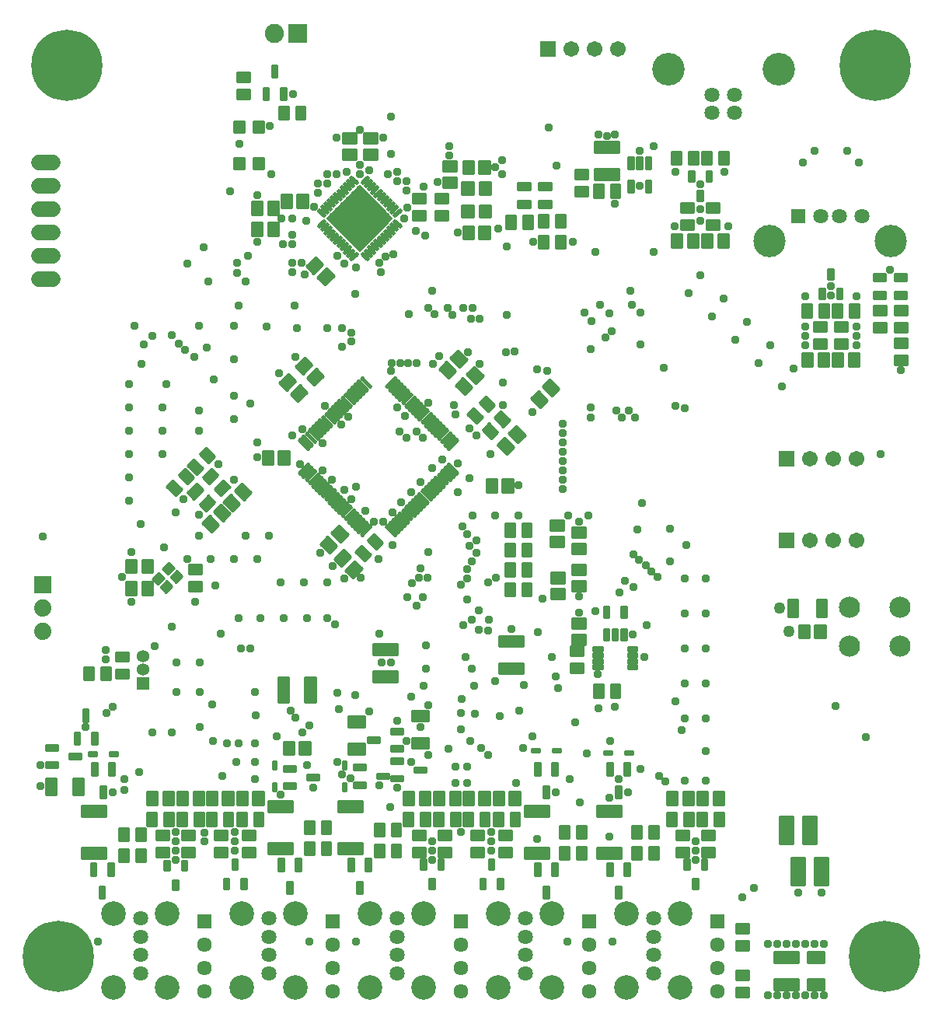
<source format=gts>
G04 EAGLE Gerber RS-274X export*
G75*
%MOMM*%
%FSLAX34Y34*%
%LPD*%
%INSoldermask Top*%
%IPPOS*%
%AMOC8*
5,1,8,0,0,1.08239X$1,22.5*%
G01*
G04 Define Apertures*
%ADD10C,2.903200*%
%ADD11C,7.753200*%
%ADD12C,1.631200*%
%ADD13C,3.549200*%
%ADD14R,1.703200X1.703200*%
%ADD15C,1.703200*%
%ADD16C,0.255191*%
%ADD17C,0.246203*%
%ADD18C,0.243575*%
%ADD19C,0.248744*%
%ADD20C,0.470500*%
%ADD21C,0.312191*%
%ADD22C,0.256038*%
%ADD23C,0.258191*%
%ADD24C,0.253134*%
%ADD25C,0.259222*%
%ADD26C,0.252772*%
%ADD27C,0.256750*%
%ADD28C,2.678200*%
%ADD29R,1.631200X1.631200*%
%ADD30C,3.519200*%
%ADD31C,1.611200*%
%ADD32R,1.611200X1.611200*%
%ADD33C,0.255600*%
%ADD34R,1.361200X1.361200*%
%ADD35C,1.361200*%
%ADD36C,1.727200*%
%ADD37C,0.249259*%
%ADD38R,1.879600X1.879600*%
%ADD39C,1.879600*%
%ADD40C,0.248991*%
%ADD41C,0.258853*%
%ADD42C,0.254303*%
%ADD43R,2.078200X2.078200*%
%ADD44C,2.078200*%
%ADD45C,2.303200*%
%ADD46C,0.255478*%
%ADD47C,0.959600*%
%ADD48C,1.259600*%
D10*
X60000Y1020000D03*
D11*
X60000Y1020000D03*
D10*
X940000Y1020000D03*
D11*
X940000Y1020000D03*
D10*
X950000Y50000D03*
D11*
X950000Y50000D03*
D10*
X50000Y50000D03*
D11*
X50000Y50000D03*
D12*
X787200Y968440D03*
X762200Y968440D03*
X787200Y988440D03*
X762200Y988440D03*
D13*
X834900Y1015540D03*
X714500Y1015540D03*
D14*
X843280Y591820D03*
D15*
X868680Y591820D03*
X894080Y591820D03*
X919480Y591820D03*
D14*
X843280Y502920D03*
D15*
X868680Y502920D03*
X894080Y502920D03*
X919480Y502920D03*
D16*
X279090Y982546D02*
X279090Y995526D01*
X279090Y982546D02*
X273410Y982546D01*
X273410Y995526D01*
X279090Y995526D01*
X279090Y984970D02*
X273410Y984970D01*
X273410Y987394D02*
X279090Y987394D01*
X279090Y989818D02*
X273410Y989818D01*
X273410Y992242D02*
X279090Y992242D01*
X279090Y994666D02*
X273410Y994666D01*
X298090Y995526D02*
X298090Y982546D01*
X292410Y982546D01*
X292410Y995526D01*
X298090Y995526D01*
X298090Y984970D02*
X292410Y984970D01*
X292410Y987394D02*
X298090Y987394D01*
X298090Y989818D02*
X292410Y989818D01*
X292410Y992242D02*
X298090Y992242D01*
X298090Y994666D02*
X292410Y994666D01*
X288590Y1007614D02*
X288590Y1020594D01*
X288590Y1007614D02*
X282910Y1007614D01*
X282910Y1020594D01*
X288590Y1020594D01*
X288590Y1010038D02*
X282910Y1010038D01*
X282910Y1012462D02*
X288590Y1012462D01*
X288590Y1014886D02*
X282910Y1014886D01*
X282910Y1017310D02*
X288590Y1017310D01*
X288590Y1019734D02*
X282910Y1019734D01*
D17*
X491098Y902209D02*
X502314Y902209D01*
X491098Y902209D02*
X491098Y916431D01*
X502314Y916431D01*
X502314Y902209D01*
X502314Y904548D02*
X491098Y904548D01*
X491098Y906887D02*
X502314Y906887D01*
X502314Y909226D02*
X491098Y909226D01*
X491098Y911565D02*
X502314Y911565D01*
X502314Y913904D02*
X491098Y913904D01*
X491098Y916243D02*
X502314Y916243D01*
X508606Y902209D02*
X519822Y902209D01*
X508606Y902209D02*
X508606Y916431D01*
X519822Y916431D01*
X519822Y902209D01*
X519822Y904548D02*
X508606Y904548D01*
X508606Y906887D02*
X519822Y906887D01*
X519822Y909226D02*
X508606Y909226D01*
X508606Y911565D02*
X519822Y911565D01*
X519822Y913904D02*
X508606Y913904D01*
X508606Y916243D02*
X519822Y916243D01*
X519822Y845311D02*
X508606Y845311D01*
X519822Y845311D02*
X519822Y831089D01*
X508606Y831089D01*
X508606Y845311D01*
X508606Y833428D02*
X519822Y833428D01*
X519822Y835767D02*
X508606Y835767D01*
X508606Y838106D02*
X519822Y838106D01*
X519822Y840445D02*
X508606Y840445D01*
X508606Y842784D02*
X519822Y842784D01*
X519822Y845123D02*
X508606Y845123D01*
X502314Y845311D02*
X491098Y845311D01*
X502314Y845311D02*
X502314Y831089D01*
X491098Y831089D01*
X491098Y845311D01*
X491098Y833428D02*
X502314Y833428D01*
X502314Y835767D02*
X491098Y835767D01*
X491098Y838106D02*
X502314Y838106D01*
X502314Y840445D02*
X491098Y840445D01*
X491098Y842784D02*
X502314Y842784D01*
X502314Y845123D02*
X491098Y845123D01*
X321702Y879601D02*
X310486Y879601D01*
X321702Y879601D02*
X321702Y865379D01*
X310486Y865379D01*
X310486Y879601D01*
X310486Y867718D02*
X321702Y867718D01*
X321702Y870057D02*
X310486Y870057D01*
X310486Y872396D02*
X321702Y872396D01*
X321702Y874735D02*
X310486Y874735D01*
X310486Y877074D02*
X321702Y877074D01*
X321702Y879413D02*
X310486Y879413D01*
X304194Y879601D02*
X292978Y879601D01*
X304194Y879601D02*
X304194Y865379D01*
X292978Y865379D01*
X292978Y879601D01*
X292978Y867718D02*
X304194Y867718D01*
X304194Y870057D02*
X292978Y870057D01*
X292978Y872396D02*
X304194Y872396D01*
X304194Y874735D02*
X292978Y874735D01*
X292978Y877074D02*
X304194Y877074D01*
X304194Y879413D02*
X292978Y879413D01*
X483361Y887338D02*
X483361Y898554D01*
X483361Y887338D02*
X469139Y887338D01*
X469139Y898554D01*
X483361Y898554D01*
X483361Y889677D02*
X469139Y889677D01*
X469139Y892016D02*
X483361Y892016D01*
X483361Y894355D02*
X469139Y894355D01*
X469139Y896694D02*
X483361Y896694D01*
X483361Y904846D02*
X483361Y916062D01*
X483361Y904846D02*
X469139Y904846D01*
X469139Y916062D01*
X483361Y916062D01*
X483361Y907185D02*
X469139Y907185D01*
X469139Y909524D02*
X483361Y909524D01*
X483361Y911863D02*
X469139Y911863D01*
X469139Y914202D02*
X483361Y914202D01*
X289952Y849121D02*
X278736Y849121D01*
X289952Y849121D02*
X289952Y834899D01*
X278736Y834899D01*
X278736Y849121D01*
X278736Y837238D02*
X289952Y837238D01*
X289952Y839577D02*
X278736Y839577D01*
X278736Y841916D02*
X289952Y841916D01*
X289952Y844255D02*
X278736Y844255D01*
X278736Y846594D02*
X289952Y846594D01*
X289952Y848933D02*
X278736Y848933D01*
X272444Y849121D02*
X261228Y849121D01*
X272444Y849121D02*
X272444Y834899D01*
X261228Y834899D01*
X261228Y849121D01*
X261228Y837238D02*
X272444Y837238D01*
X272444Y839577D02*
X261228Y839577D01*
X261228Y841916D02*
X272444Y841916D01*
X272444Y844255D02*
X261228Y844255D01*
X261228Y846594D02*
X272444Y846594D01*
X272444Y848933D02*
X261228Y848933D01*
X374141Y917818D02*
X374141Y929034D01*
X374141Y917818D02*
X359919Y917818D01*
X359919Y929034D01*
X374141Y929034D01*
X374141Y920157D02*
X359919Y920157D01*
X359919Y922496D02*
X374141Y922496D01*
X374141Y924835D02*
X359919Y924835D01*
X359919Y927174D02*
X374141Y927174D01*
X374141Y935326D02*
X374141Y946542D01*
X374141Y935326D02*
X359919Y935326D01*
X359919Y946542D01*
X374141Y946542D01*
X374141Y937665D02*
X359919Y937665D01*
X359919Y940004D02*
X374141Y940004D01*
X374141Y942343D02*
X359919Y942343D01*
X359919Y944682D02*
X374141Y944682D01*
D18*
X252858Y919498D02*
X252858Y907402D01*
X241762Y907402D01*
X241762Y919498D01*
X252858Y919498D01*
X252858Y909716D02*
X241762Y909716D01*
X241762Y912030D02*
X252858Y912030D01*
X252858Y914344D02*
X241762Y914344D01*
X241762Y916658D02*
X252858Y916658D01*
X252858Y918972D02*
X241762Y918972D01*
X273858Y919498D02*
X273858Y907402D01*
X262762Y907402D01*
X262762Y919498D01*
X273858Y919498D01*
X273858Y909716D02*
X262762Y909716D01*
X262762Y912030D02*
X273858Y912030D01*
X273858Y914344D02*
X262762Y914344D01*
X262762Y916658D02*
X273858Y916658D01*
X273858Y918972D02*
X262762Y918972D01*
X252858Y947402D02*
X252858Y959498D01*
X252858Y947402D02*
X241762Y947402D01*
X241762Y959498D01*
X252858Y959498D01*
X252858Y949716D02*
X241762Y949716D01*
X241762Y952030D02*
X252858Y952030D01*
X252858Y954344D02*
X241762Y954344D01*
X241762Y956658D02*
X252858Y956658D01*
X252858Y958972D02*
X241762Y958972D01*
X273858Y959498D02*
X273858Y947402D01*
X262762Y947402D01*
X262762Y959498D01*
X273858Y959498D01*
X273858Y949716D02*
X262762Y949716D01*
X262762Y952030D02*
X273858Y952030D01*
X273858Y954344D02*
X262762Y954344D01*
X262762Y956658D02*
X273858Y956658D01*
X273858Y958972D02*
X262762Y958972D01*
D19*
X489887Y892833D02*
X489887Y879687D01*
X489887Y892833D02*
X502033Y892833D01*
X502033Y879687D01*
X489887Y879687D01*
X489887Y882050D02*
X502033Y882050D01*
X502033Y884413D02*
X489887Y884413D01*
X489887Y886776D02*
X502033Y886776D01*
X502033Y889139D02*
X489887Y889139D01*
X489887Y891502D02*
X502033Y891502D01*
X489887Y867833D02*
X489887Y854687D01*
X489887Y867833D02*
X502033Y867833D01*
X502033Y854687D01*
X489887Y854687D01*
X489887Y857050D02*
X502033Y857050D01*
X502033Y859413D02*
X489887Y859413D01*
X489887Y861776D02*
X502033Y861776D01*
X502033Y864139D02*
X489887Y864139D01*
X489887Y866502D02*
X502033Y866502D01*
X508887Y867833D02*
X508887Y854687D01*
X508887Y867833D02*
X521033Y867833D01*
X521033Y854687D01*
X508887Y854687D01*
X508887Y857050D02*
X521033Y857050D01*
X521033Y859413D02*
X508887Y859413D01*
X508887Y861776D02*
X521033Y861776D01*
X521033Y864139D02*
X508887Y864139D01*
X508887Y866502D02*
X521033Y866502D01*
X508887Y879687D02*
X508887Y892833D01*
X521033Y892833D01*
X521033Y879687D01*
X508887Y879687D01*
X508887Y882050D02*
X521033Y882050D01*
X521033Y884413D02*
X508887Y884413D01*
X508887Y886776D02*
X521033Y886776D01*
X521033Y889139D02*
X508887Y889139D01*
X508887Y891502D02*
X521033Y891502D01*
D20*
X339657Y849992D02*
X334393Y844728D01*
X334393Y844728D01*
X339657Y849992D01*
X339657Y849992D01*
X338863Y849198D02*
X338863Y849198D01*
X343192Y846457D02*
X337928Y841193D01*
X337928Y841193D01*
X343192Y846457D01*
X343192Y846457D01*
X342398Y845663D02*
X342398Y845663D01*
X346728Y842921D02*
X341464Y837657D01*
X341464Y837657D01*
X346728Y842921D01*
X346728Y842921D01*
X345934Y842127D02*
X345934Y842127D01*
X350264Y839386D02*
X345000Y834122D01*
X345000Y834122D01*
X350264Y839386D01*
X350264Y839386D01*
X349470Y838592D02*
X349470Y838592D01*
X353799Y835850D02*
X348535Y830586D01*
X348535Y830586D01*
X353799Y835850D01*
X353799Y835850D01*
X353005Y835056D02*
X353005Y835056D01*
X357335Y832315D02*
X352071Y827051D01*
X352071Y827051D01*
X357335Y832315D01*
X357335Y832315D01*
X356541Y831521D02*
X356541Y831521D01*
X360870Y828779D02*
X355606Y823515D01*
X355606Y823515D01*
X360870Y828779D01*
X360870Y828779D01*
X360076Y827985D02*
X360076Y827985D01*
X364406Y825244D02*
X359142Y819980D01*
X359142Y819980D01*
X364406Y825244D01*
X364406Y825244D01*
X363612Y824450D02*
X363612Y824450D01*
X367941Y821708D02*
X362677Y816444D01*
X362677Y816444D01*
X367941Y821708D01*
X367941Y821708D01*
X367147Y820914D02*
X367147Y820914D01*
X371477Y818172D02*
X366213Y812908D01*
X366213Y812908D01*
X371477Y818172D01*
X371477Y818172D01*
X370683Y817378D02*
X370683Y817378D01*
X375012Y814637D02*
X369748Y809373D01*
X369748Y809373D01*
X375012Y814637D01*
X375012Y814637D01*
X374218Y813843D02*
X374218Y813843D01*
X381908Y814637D02*
X387172Y809373D01*
X387172Y809373D01*
X381908Y814637D01*
X381908Y814637D01*
X382702Y813843D02*
X382702Y813843D01*
X385443Y818172D02*
X390707Y812908D01*
X390707Y812908D01*
X385443Y818172D01*
X385443Y818172D01*
X386237Y817378D02*
X386237Y817378D01*
X388979Y821708D02*
X394243Y816444D01*
X394243Y816444D01*
X388979Y821708D01*
X388979Y821708D01*
X389773Y820914D02*
X389773Y820914D01*
X392514Y825244D02*
X397778Y819980D01*
X397778Y819980D01*
X392514Y825244D01*
X392514Y825244D01*
X393308Y824450D02*
X393308Y824450D01*
X396050Y828779D02*
X401314Y823515D01*
X401314Y823515D01*
X396050Y828779D01*
X396050Y828779D01*
X396844Y827985D02*
X396844Y827985D01*
X399585Y832315D02*
X404849Y827051D01*
X404849Y827051D01*
X399585Y832315D01*
X399585Y832315D01*
X400379Y831521D02*
X400379Y831521D01*
X403121Y835850D02*
X408385Y830586D01*
X408385Y830586D01*
X403121Y835850D01*
X403121Y835850D01*
X403915Y835056D02*
X403915Y835056D01*
X406656Y839386D02*
X411920Y834122D01*
X411920Y834122D01*
X406656Y839386D01*
X406656Y839386D01*
X407450Y838592D02*
X407450Y838592D01*
X410192Y842921D02*
X415456Y837657D01*
X415456Y837657D01*
X410192Y842921D01*
X410192Y842921D01*
X410986Y842127D02*
X410986Y842127D01*
X413728Y846457D02*
X418992Y841193D01*
X418992Y841193D01*
X413728Y846457D01*
X413728Y846457D01*
X414522Y845663D02*
X414522Y845663D01*
X417263Y849992D02*
X422527Y844728D01*
X422527Y844728D01*
X417263Y849992D01*
X417263Y849992D01*
X418057Y849198D02*
X418057Y849198D01*
X417263Y856888D02*
X422527Y862152D01*
X417263Y856888D02*
X417263Y856888D01*
X422527Y862152D01*
X422527Y862152D01*
X421733Y861358D02*
X421733Y861358D01*
X418992Y865687D02*
X413728Y860423D01*
X413728Y860423D01*
X418992Y865687D01*
X418992Y865687D01*
X418198Y864893D02*
X418198Y864893D01*
X415456Y869223D02*
X410192Y863959D01*
X410192Y863959D01*
X415456Y869223D01*
X415456Y869223D01*
X414662Y868429D02*
X414662Y868429D01*
X411920Y872758D02*
X406656Y867494D01*
X406656Y867494D01*
X411920Y872758D01*
X411920Y872758D01*
X411126Y871964D02*
X411126Y871964D01*
X408385Y876294D02*
X403121Y871030D01*
X403121Y871030D01*
X408385Y876294D01*
X408385Y876294D01*
X407591Y875500D02*
X407591Y875500D01*
X404849Y879829D02*
X399585Y874565D01*
X399585Y874565D01*
X404849Y879829D01*
X404849Y879829D01*
X404055Y879035D02*
X404055Y879035D01*
X401314Y883365D02*
X396050Y878101D01*
X396050Y878101D01*
X401314Y883365D01*
X401314Y883365D01*
X400520Y882571D02*
X400520Y882571D01*
X397778Y886900D02*
X392514Y881636D01*
X392514Y881636D01*
X397778Y886900D01*
X397778Y886900D01*
X396984Y886106D02*
X396984Y886106D01*
X394243Y890436D02*
X388979Y885172D01*
X388979Y885172D01*
X394243Y890436D01*
X394243Y890436D01*
X393449Y889642D02*
X393449Y889642D01*
X390707Y893972D02*
X385443Y888708D01*
X385443Y888708D01*
X390707Y893972D01*
X390707Y893972D01*
X389913Y893178D02*
X389913Y893178D01*
X387172Y897507D02*
X381908Y892243D01*
X381908Y892243D01*
X387172Y897507D01*
X387172Y897507D01*
X386378Y896713D02*
X386378Y896713D01*
X375012Y892243D02*
X369748Y897507D01*
X375012Y892243D02*
X375012Y892243D01*
X369748Y897507D01*
X369748Y897507D01*
X370542Y896713D02*
X370542Y896713D01*
X366213Y893972D02*
X371477Y888708D01*
X371477Y888708D01*
X366213Y893972D01*
X366213Y893972D01*
X367007Y893178D02*
X367007Y893178D01*
X362677Y890436D02*
X367941Y885172D01*
X367941Y885172D01*
X362677Y890436D01*
X362677Y890436D01*
X363471Y889642D02*
X363471Y889642D01*
X359142Y886900D02*
X364406Y881636D01*
X364406Y881636D01*
X359142Y886900D01*
X359142Y886900D01*
X359936Y886106D02*
X359936Y886106D01*
X355606Y883365D02*
X360870Y878101D01*
X360870Y878101D01*
X355606Y883365D01*
X355606Y883365D01*
X356400Y882571D02*
X356400Y882571D01*
X352071Y879829D02*
X357335Y874565D01*
X357335Y874565D01*
X352071Y879829D01*
X352071Y879829D01*
X352865Y879035D02*
X352865Y879035D01*
X348535Y876294D02*
X353799Y871030D01*
X353799Y871030D01*
X348535Y876294D01*
X348535Y876294D01*
X349329Y875500D02*
X349329Y875500D01*
X345000Y872758D02*
X350264Y867494D01*
X350264Y867494D01*
X345000Y872758D01*
X345000Y872758D01*
X345794Y871964D02*
X345794Y871964D01*
X341464Y869223D02*
X346728Y863959D01*
X346728Y863959D01*
X341464Y869223D01*
X341464Y869223D01*
X342258Y868429D02*
X342258Y868429D01*
X337928Y865687D02*
X343192Y860423D01*
X343192Y860423D01*
X337928Y865687D01*
X337928Y865687D01*
X338722Y864893D02*
X338722Y864893D01*
X334393Y862152D02*
X339657Y856888D01*
X339657Y856888D01*
X334393Y862152D01*
X334393Y862152D01*
X335187Y861358D02*
X335187Y861358D01*
D21*
X378460Y818856D02*
X413044Y853440D01*
X378460Y818856D02*
X343876Y853440D01*
X378460Y888024D01*
X413044Y853440D01*
X381426Y821822D02*
X375494Y821822D01*
X372528Y824788D02*
X384392Y824788D01*
X387358Y827754D02*
X369562Y827754D01*
X366596Y830720D02*
X390324Y830720D01*
X393290Y833686D02*
X363630Y833686D01*
X360664Y836652D02*
X396256Y836652D01*
X399222Y839618D02*
X357698Y839618D01*
X354732Y842584D02*
X402188Y842584D01*
X405154Y845550D02*
X351766Y845550D01*
X348800Y848516D02*
X408120Y848516D01*
X411086Y851482D02*
X345834Y851482D01*
X344884Y854448D02*
X412036Y854448D01*
X409070Y857414D02*
X347850Y857414D01*
X350816Y860380D02*
X406104Y860380D01*
X403138Y863346D02*
X353782Y863346D01*
X356748Y866312D02*
X400172Y866312D01*
X397206Y869278D02*
X359714Y869278D01*
X362680Y872244D02*
X394240Y872244D01*
X391274Y875210D02*
X365646Y875210D01*
X368612Y878176D02*
X388308Y878176D01*
X385342Y881142D02*
X371578Y881142D01*
X374544Y884108D02*
X382376Y884108D01*
X379410Y887074D02*
X377510Y887074D01*
D17*
X320097Y801418D02*
X328028Y793487D01*
X320097Y801418D02*
X330152Y811473D01*
X338083Y803542D01*
X328028Y793487D01*
X330367Y795826D02*
X325689Y795826D01*
X323350Y798165D02*
X332706Y798165D01*
X335045Y800504D02*
X321011Y800504D01*
X321522Y802843D02*
X337384Y802843D01*
X336443Y805182D02*
X323861Y805182D01*
X326200Y807521D02*
X334104Y807521D01*
X331765Y809860D02*
X328539Y809860D01*
X332477Y789038D02*
X340408Y781107D01*
X332477Y789038D02*
X342532Y799093D01*
X350463Y791162D01*
X340408Y781107D01*
X342747Y783446D02*
X338069Y783446D01*
X335730Y785785D02*
X345086Y785785D01*
X347425Y788124D02*
X333391Y788124D01*
X333902Y790463D02*
X349764Y790463D01*
X348823Y792802D02*
X336241Y792802D01*
X338580Y795141D02*
X346484Y795141D01*
X344145Y797480D02*
X340919Y797480D01*
D16*
X105720Y260324D02*
X105720Y247344D01*
X105720Y260324D02*
X111400Y260324D01*
X111400Y247344D01*
X105720Y247344D01*
X105720Y249768D02*
X111400Y249768D01*
X111400Y252192D02*
X105720Y252192D01*
X105720Y254616D02*
X111400Y254616D01*
X111400Y257040D02*
X105720Y257040D01*
X105720Y259464D02*
X111400Y259464D01*
X86720Y260324D02*
X86720Y247344D01*
X86720Y260324D02*
X92400Y260324D01*
X92400Y247344D01*
X86720Y247344D01*
X86720Y249768D02*
X92400Y249768D01*
X92400Y252192D02*
X86720Y252192D01*
X86720Y254616D02*
X92400Y254616D01*
X92400Y257040D02*
X86720Y257040D01*
X86720Y259464D02*
X92400Y259464D01*
X96220Y235256D02*
X96220Y222276D01*
X96220Y235256D02*
X101900Y235256D01*
X101900Y222276D01*
X96220Y222276D01*
X96220Y224700D02*
X101900Y224700D01*
X101900Y227124D02*
X96220Y227124D01*
X96220Y229548D02*
X101900Y229548D01*
X101900Y231972D02*
X96220Y231972D01*
X96220Y234396D02*
X101900Y234396D01*
D17*
X48004Y226089D02*
X36788Y226089D01*
X36788Y243811D01*
X48004Y243811D01*
X48004Y226089D01*
X48004Y228428D02*
X36788Y228428D01*
X36788Y230767D02*
X48004Y230767D01*
X48004Y233106D02*
X36788Y233106D01*
X36788Y235445D02*
X48004Y235445D01*
X48004Y237784D02*
X36788Y237784D01*
X36788Y240123D02*
X48004Y240123D01*
X48004Y242462D02*
X36788Y242462D01*
X66296Y226089D02*
X77512Y226089D01*
X66296Y226089D02*
X66296Y243811D01*
X77512Y243811D01*
X77512Y226089D01*
X77512Y228428D02*
X66296Y228428D01*
X66296Y230767D02*
X77512Y230767D01*
X77512Y233106D02*
X66296Y233106D01*
X66296Y235445D02*
X77512Y235445D01*
X77512Y237784D02*
X66296Y237784D01*
X66296Y240123D02*
X77512Y240123D01*
X77512Y242462D02*
X66296Y242462D01*
D22*
X83166Y268590D02*
X91540Y268590D01*
X83166Y268590D02*
X83166Y272430D01*
X91540Y272430D01*
X91540Y268590D01*
X91540Y271022D02*
X83166Y271022D01*
X106580Y268590D02*
X114954Y268590D01*
X106580Y268590D02*
X106580Y272430D01*
X114954Y272430D01*
X114954Y268590D01*
X114954Y271022D02*
X106580Y271022D01*
D16*
X295936Y251770D02*
X308916Y251770D01*
X295936Y251770D02*
X295936Y257450D01*
X308916Y257450D01*
X308916Y251770D01*
X308916Y254194D02*
X295936Y254194D01*
X295936Y256618D02*
X308916Y256618D01*
X308916Y232770D02*
X295936Y232770D01*
X295936Y238450D01*
X308916Y238450D01*
X308916Y232770D01*
X308916Y235194D02*
X295936Y235194D01*
X295936Y237618D02*
X308916Y237618D01*
X321004Y242270D02*
X333984Y242270D01*
X321004Y242270D02*
X321004Y247950D01*
X333984Y247950D01*
X333984Y242270D01*
X333984Y244694D02*
X321004Y244694D01*
X321004Y247118D02*
X333984Y247118D01*
D22*
X287670Y238860D02*
X287670Y230486D01*
X283830Y230486D01*
X283830Y238860D01*
X287670Y238860D01*
X287670Y232918D02*
X283830Y232918D01*
X283830Y235350D02*
X287670Y235350D01*
X287670Y237782D02*
X283830Y237782D01*
X287670Y253900D02*
X287670Y262274D01*
X287670Y253900D02*
X283830Y253900D01*
X283830Y262274D01*
X287670Y262274D01*
X287670Y256332D02*
X283830Y256332D01*
X283830Y258764D02*
X287670Y258764D01*
X287670Y261196D02*
X283830Y261196D01*
D16*
X372136Y253040D02*
X385116Y253040D01*
X372136Y253040D02*
X372136Y258720D01*
X385116Y258720D01*
X385116Y253040D01*
X385116Y255464D02*
X372136Y255464D01*
X372136Y257888D02*
X385116Y257888D01*
X385116Y234040D02*
X372136Y234040D01*
X372136Y239720D01*
X385116Y239720D01*
X385116Y234040D01*
X385116Y236464D02*
X372136Y236464D01*
X372136Y238888D02*
X385116Y238888D01*
X397204Y243540D02*
X410184Y243540D01*
X397204Y243540D02*
X397204Y249220D01*
X410184Y249220D01*
X410184Y243540D01*
X410184Y245964D02*
X397204Y245964D01*
X397204Y248388D02*
X410184Y248388D01*
D17*
X365789Y299976D02*
X365789Y311192D01*
X383511Y311192D01*
X383511Y299976D01*
X365789Y299976D01*
X365789Y302315D02*
X383511Y302315D01*
X383511Y304654D02*
X365789Y304654D01*
X365789Y306993D02*
X383511Y306993D01*
X383511Y309332D02*
X365789Y309332D01*
X365789Y281684D02*
X365789Y270468D01*
X365789Y281684D02*
X383511Y281684D01*
X383511Y270468D01*
X365789Y270468D01*
X365789Y272807D02*
X383511Y272807D01*
X383511Y275146D02*
X365789Y275146D01*
X365789Y277485D02*
X383511Y277485D01*
X383511Y279824D02*
X365789Y279824D01*
X435639Y306326D02*
X435639Y317542D01*
X453361Y317542D01*
X453361Y306326D01*
X435639Y306326D01*
X435639Y308665D02*
X453361Y308665D01*
X453361Y311004D02*
X435639Y311004D01*
X435639Y313343D02*
X453361Y313343D01*
X453361Y315682D02*
X435639Y315682D01*
X435639Y288034D02*
X435639Y276818D01*
X435639Y288034D02*
X453361Y288034D01*
X453361Y276818D01*
X435639Y276818D01*
X435639Y279157D02*
X453361Y279157D01*
X453361Y281496D02*
X435639Y281496D01*
X435639Y283835D02*
X453361Y283835D01*
X453361Y286174D02*
X435639Y286174D01*
D22*
X363870Y238860D02*
X363870Y230486D01*
X360030Y230486D01*
X360030Y238860D01*
X363870Y238860D01*
X363870Y232918D02*
X360030Y232918D01*
X360030Y235350D02*
X363870Y235350D01*
X363870Y237782D02*
X360030Y237782D01*
X363870Y253900D02*
X363870Y262274D01*
X363870Y253900D02*
X360030Y253900D01*
X360030Y262274D01*
X363870Y262274D01*
X363870Y256332D02*
X360030Y256332D01*
X360030Y258764D02*
X363870Y258764D01*
X363870Y261196D02*
X360030Y261196D01*
D16*
X588320Y260324D02*
X588320Y247344D01*
X588320Y260324D02*
X594000Y260324D01*
X594000Y247344D01*
X588320Y247344D01*
X588320Y249768D02*
X594000Y249768D01*
X594000Y252192D02*
X588320Y252192D01*
X588320Y254616D02*
X594000Y254616D01*
X594000Y257040D02*
X588320Y257040D01*
X588320Y259464D02*
X594000Y259464D01*
X569320Y260324D02*
X569320Y247344D01*
X569320Y260324D02*
X575000Y260324D01*
X575000Y247344D01*
X569320Y247344D01*
X569320Y249768D02*
X575000Y249768D01*
X575000Y252192D02*
X569320Y252192D01*
X569320Y254616D02*
X575000Y254616D01*
X575000Y257040D02*
X569320Y257040D01*
X569320Y259464D02*
X575000Y259464D01*
X578820Y235256D02*
X578820Y222276D01*
X578820Y235256D02*
X584500Y235256D01*
X584500Y222276D01*
X578820Y222276D01*
X578820Y224700D02*
X584500Y224700D01*
X584500Y227124D02*
X578820Y227124D01*
X578820Y229548D02*
X584500Y229548D01*
X584500Y231972D02*
X578820Y231972D01*
X578820Y234396D02*
X584500Y234396D01*
D22*
X574140Y272400D02*
X565766Y272400D01*
X565766Y276240D01*
X574140Y276240D01*
X574140Y272400D01*
X574140Y274832D02*
X565766Y274832D01*
X589180Y272400D02*
X597554Y272400D01*
X589180Y272400D02*
X589180Y276240D01*
X597554Y276240D01*
X597554Y272400D01*
X597554Y274832D02*
X589180Y274832D01*
D16*
X667060Y260324D02*
X667060Y247344D01*
X667060Y260324D02*
X672740Y260324D01*
X672740Y247344D01*
X667060Y247344D01*
X667060Y249768D02*
X672740Y249768D01*
X672740Y252192D02*
X667060Y252192D01*
X667060Y254616D02*
X672740Y254616D01*
X672740Y257040D02*
X667060Y257040D01*
X667060Y259464D02*
X672740Y259464D01*
X648060Y260324D02*
X648060Y247344D01*
X648060Y260324D02*
X653740Y260324D01*
X653740Y247344D01*
X648060Y247344D01*
X648060Y249768D02*
X653740Y249768D01*
X653740Y252192D02*
X648060Y252192D01*
X648060Y254616D02*
X653740Y254616D01*
X653740Y257040D02*
X648060Y257040D01*
X648060Y259464D02*
X653740Y259464D01*
X657560Y235256D02*
X657560Y222276D01*
X657560Y235256D02*
X663240Y235256D01*
X663240Y222276D01*
X657560Y222276D01*
X657560Y224700D02*
X663240Y224700D01*
X663240Y227124D02*
X657560Y227124D01*
X657560Y229548D02*
X663240Y229548D01*
X663240Y231972D02*
X657560Y231972D01*
X657560Y234396D02*
X663240Y234396D01*
D22*
X652880Y269860D02*
X644506Y269860D01*
X644506Y273700D01*
X652880Y273700D01*
X652880Y269860D01*
X652880Y272292D02*
X644506Y272292D01*
X667920Y269860D02*
X676294Y269860D01*
X667920Y269860D02*
X667920Y273700D01*
X676294Y273700D01*
X676294Y269860D01*
X676294Y272292D02*
X667920Y272292D01*
D23*
X75824Y214496D02*
X75824Y202734D01*
X75824Y214496D02*
X101976Y214496D01*
X101976Y202734D01*
X75824Y202734D01*
X75824Y205187D02*
X101976Y205187D01*
X101976Y207640D02*
X75824Y207640D01*
X75824Y210093D02*
X101976Y210093D01*
X101976Y212546D02*
X75824Y212546D01*
X75824Y168106D02*
X75824Y156344D01*
X75824Y168106D02*
X101976Y168106D01*
X101976Y156344D01*
X75824Y156344D01*
X75824Y158797D02*
X101976Y158797D01*
X101976Y161250D02*
X75824Y161250D01*
X75824Y163703D02*
X101976Y163703D01*
X101976Y166156D02*
X75824Y166156D01*
X279024Y207814D02*
X279024Y219576D01*
X305176Y219576D01*
X305176Y207814D01*
X279024Y207814D01*
X279024Y210267D02*
X305176Y210267D01*
X305176Y212720D02*
X279024Y212720D01*
X279024Y215173D02*
X305176Y215173D01*
X305176Y217626D02*
X279024Y217626D01*
X279024Y173186D02*
X279024Y161424D01*
X279024Y173186D02*
X305176Y173186D01*
X305176Y161424D01*
X279024Y161424D01*
X279024Y163877D02*
X305176Y163877D01*
X305176Y166330D02*
X279024Y166330D01*
X279024Y168783D02*
X305176Y168783D01*
X305176Y171236D02*
X279024Y171236D01*
X355224Y207814D02*
X355224Y219576D01*
X381376Y219576D01*
X381376Y207814D01*
X355224Y207814D01*
X355224Y210267D02*
X381376Y210267D01*
X381376Y212720D02*
X355224Y212720D01*
X355224Y215173D02*
X381376Y215173D01*
X381376Y217626D02*
X355224Y217626D01*
X355224Y173186D02*
X355224Y161424D01*
X355224Y173186D02*
X381376Y173186D01*
X381376Y161424D01*
X355224Y161424D01*
X355224Y163877D02*
X381376Y163877D01*
X381376Y166330D02*
X355224Y166330D01*
X355224Y168783D02*
X381376Y168783D01*
X381376Y171236D02*
X355224Y171236D01*
X558424Y202734D02*
X558424Y214496D01*
X584576Y214496D01*
X584576Y202734D01*
X558424Y202734D01*
X558424Y205187D02*
X584576Y205187D01*
X584576Y207640D02*
X558424Y207640D01*
X558424Y210093D02*
X584576Y210093D01*
X584576Y212546D02*
X558424Y212546D01*
X558424Y168106D02*
X558424Y156344D01*
X558424Y168106D02*
X584576Y168106D01*
X584576Y156344D01*
X558424Y156344D01*
X558424Y158797D02*
X584576Y158797D01*
X584576Y161250D02*
X558424Y161250D01*
X558424Y163703D02*
X584576Y163703D01*
X584576Y166156D02*
X558424Y166156D01*
X637164Y202734D02*
X637164Y214496D01*
X663316Y214496D01*
X663316Y202734D01*
X637164Y202734D01*
X637164Y205187D02*
X663316Y205187D01*
X663316Y207640D02*
X637164Y207640D01*
X637164Y210093D02*
X663316Y210093D01*
X663316Y212546D02*
X637164Y212546D01*
X637164Y168106D02*
X637164Y156344D01*
X637164Y168106D02*
X663316Y168106D01*
X663316Y156344D01*
X637164Y156344D01*
X637164Y158797D02*
X663316Y158797D01*
X663316Y161250D02*
X637164Y161250D01*
X637164Y163703D02*
X663316Y163703D01*
X663316Y166156D02*
X637164Y166156D01*
D24*
X418227Y509391D02*
X408170Y519448D01*
X418227Y509391D02*
X416574Y507738D01*
X406517Y517795D01*
X408170Y519448D01*
X414170Y510142D02*
X417476Y510142D01*
X415072Y512546D02*
X411766Y512546D01*
X412668Y514950D02*
X409362Y514950D01*
X410264Y517354D02*
X406958Y517354D01*
X411706Y522983D02*
X421763Y512926D01*
X420110Y511273D01*
X410053Y521330D01*
X411706Y522983D01*
X417706Y513677D02*
X421012Y513677D01*
X418608Y516081D02*
X415302Y516081D01*
X416204Y518485D02*
X412898Y518485D01*
X413800Y520889D02*
X410494Y520889D01*
X415241Y526519D02*
X425298Y516462D01*
X423645Y514809D01*
X413588Y524866D01*
X415241Y526519D01*
X421241Y517213D02*
X424547Y517213D01*
X422143Y519617D02*
X418837Y519617D01*
X419739Y522021D02*
X416433Y522021D01*
X417335Y524425D02*
X414029Y524425D01*
X418777Y530054D02*
X428834Y519997D01*
X427181Y518344D01*
X417124Y528401D01*
X418777Y530054D01*
X424777Y520748D02*
X428083Y520748D01*
X425679Y523152D02*
X422373Y523152D01*
X423275Y525556D02*
X419969Y525556D01*
X420871Y527960D02*
X417565Y527960D01*
X422312Y533590D02*
X432369Y523533D01*
X430716Y521880D01*
X420659Y531937D01*
X422312Y533590D01*
X428312Y524284D02*
X431618Y524284D01*
X429214Y526688D02*
X425908Y526688D01*
X426810Y529092D02*
X423504Y529092D01*
X424406Y531496D02*
X421100Y531496D01*
X425848Y537126D02*
X435905Y527069D01*
X434252Y525416D01*
X424195Y535473D01*
X425848Y537126D01*
X431848Y527820D02*
X435154Y527820D01*
X432750Y530224D02*
X429444Y530224D01*
X430346Y532628D02*
X427040Y532628D01*
X427942Y535032D02*
X424636Y535032D01*
X429383Y540661D02*
X439440Y530604D01*
X437787Y528951D01*
X427730Y539008D01*
X429383Y540661D01*
X435383Y531355D02*
X438689Y531355D01*
X436285Y533759D02*
X432979Y533759D01*
X433881Y536163D02*
X430575Y536163D01*
X431477Y538567D02*
X428171Y538567D01*
X432919Y544197D02*
X442976Y534140D01*
X441323Y532487D01*
X431266Y542544D01*
X432919Y544197D01*
X438919Y534891D02*
X442225Y534891D01*
X439821Y537295D02*
X436515Y537295D01*
X437417Y539699D02*
X434111Y539699D01*
X435013Y542103D02*
X431707Y542103D01*
X436454Y547732D02*
X446511Y537675D01*
X444858Y536022D01*
X434801Y546079D01*
X436454Y547732D01*
X442454Y538426D02*
X445760Y538426D01*
X443356Y540830D02*
X440050Y540830D01*
X440952Y543234D02*
X437646Y543234D01*
X438548Y545638D02*
X435242Y545638D01*
X439990Y551268D02*
X450047Y541211D01*
X448394Y539558D01*
X438337Y549615D01*
X439990Y551268D01*
X445990Y541962D02*
X449296Y541962D01*
X446892Y544366D02*
X443586Y544366D01*
X444488Y546770D02*
X441182Y546770D01*
X442084Y549174D02*
X438778Y549174D01*
X443525Y554803D02*
X453582Y544746D01*
X451929Y543093D01*
X441872Y553150D01*
X443525Y554803D01*
X449525Y545497D02*
X452831Y545497D01*
X450427Y547901D02*
X447121Y547901D01*
X448023Y550305D02*
X444717Y550305D01*
X445619Y552709D02*
X442313Y552709D01*
X447061Y558339D02*
X457118Y548282D01*
X455465Y546629D01*
X445408Y556686D01*
X447061Y558339D01*
X453061Y549033D02*
X456367Y549033D01*
X453963Y551437D02*
X450657Y551437D01*
X451559Y553841D02*
X448253Y553841D01*
X449155Y556245D02*
X445849Y556245D01*
X450596Y561874D02*
X460653Y551817D01*
X459000Y550164D01*
X448943Y560221D01*
X450596Y561874D01*
X456596Y552568D02*
X459902Y552568D01*
X457498Y554972D02*
X454192Y554972D01*
X455094Y557376D02*
X451788Y557376D01*
X452690Y559780D02*
X449384Y559780D01*
X454132Y565410D02*
X464189Y555353D01*
X462536Y553700D01*
X452479Y563757D01*
X454132Y565410D01*
X460132Y556104D02*
X463438Y556104D01*
X461034Y558508D02*
X457728Y558508D01*
X458630Y560912D02*
X455324Y560912D01*
X456226Y563316D02*
X452920Y563316D01*
X457667Y568945D02*
X467724Y558888D01*
X466071Y557235D01*
X456014Y567292D01*
X457667Y568945D01*
X463667Y559639D02*
X466973Y559639D01*
X464569Y562043D02*
X461263Y562043D01*
X462165Y564447D02*
X458859Y564447D01*
X459761Y566851D02*
X456455Y566851D01*
X461203Y572481D02*
X471260Y562424D01*
X469607Y560771D01*
X459550Y570828D01*
X461203Y572481D01*
X467203Y563175D02*
X470509Y563175D01*
X468105Y565579D02*
X464799Y565579D01*
X465701Y567983D02*
X462395Y567983D01*
X463297Y570387D02*
X459991Y570387D01*
X464739Y576016D02*
X474796Y565959D01*
X473143Y564306D01*
X463086Y574363D01*
X464739Y576016D01*
X470739Y566710D02*
X474045Y566710D01*
X471641Y569114D02*
X468335Y569114D01*
X469237Y571518D02*
X465931Y571518D01*
X466833Y573922D02*
X463527Y573922D01*
X468274Y579552D02*
X478331Y569495D01*
X476678Y567842D01*
X466621Y577899D01*
X468274Y579552D01*
X474274Y570246D02*
X477580Y570246D01*
X475176Y572650D02*
X471870Y572650D01*
X472772Y575054D02*
X469466Y575054D01*
X470368Y577458D02*
X467062Y577458D01*
X471810Y583087D02*
X481867Y573030D01*
X480214Y571377D01*
X470157Y581434D01*
X471810Y583087D01*
X477810Y573781D02*
X481116Y573781D01*
X478712Y576185D02*
X475406Y576185D01*
X476308Y578589D02*
X473002Y578589D01*
X473904Y580993D02*
X470598Y580993D01*
X475345Y586623D02*
X485402Y576566D01*
X483749Y574913D01*
X473692Y584970D01*
X475345Y586623D01*
X481345Y577317D02*
X484651Y577317D01*
X482247Y579721D02*
X478941Y579721D01*
X479843Y582125D02*
X476537Y582125D01*
X477439Y584529D02*
X474133Y584529D01*
X473692Y603750D02*
X483749Y613807D01*
X485402Y612154D01*
X475345Y602097D01*
X473692Y603750D01*
X474443Y604501D02*
X477749Y604501D01*
X476847Y606905D02*
X480153Y606905D01*
X479251Y609309D02*
X482557Y609309D01*
X481655Y611713D02*
X484961Y611713D01*
X480214Y617343D02*
X470157Y607286D01*
X480214Y617343D02*
X481867Y615690D01*
X471810Y605633D01*
X470157Y607286D01*
X470908Y608037D02*
X474214Y608037D01*
X473312Y610441D02*
X476618Y610441D01*
X475716Y612845D02*
X479022Y612845D01*
X478120Y615249D02*
X481426Y615249D01*
X476678Y620878D02*
X466621Y610821D01*
X476678Y620878D02*
X478331Y619225D01*
X468274Y609168D01*
X466621Y610821D01*
X467372Y611572D02*
X470678Y611572D01*
X469776Y613976D02*
X473082Y613976D01*
X472180Y616380D02*
X475486Y616380D01*
X474584Y618784D02*
X477890Y618784D01*
X473143Y624414D02*
X463086Y614357D01*
X473143Y624414D02*
X474796Y622761D01*
X464739Y612704D01*
X463086Y614357D01*
X463837Y615108D02*
X467143Y615108D01*
X466241Y617512D02*
X469547Y617512D01*
X468645Y619916D02*
X471951Y619916D01*
X471049Y622320D02*
X474355Y622320D01*
X469607Y627949D02*
X459550Y617892D01*
X469607Y627949D02*
X471260Y626296D01*
X461203Y616239D01*
X459550Y617892D01*
X460301Y618643D02*
X463607Y618643D01*
X462705Y621047D02*
X466011Y621047D01*
X465109Y623451D02*
X468415Y623451D01*
X467513Y625855D02*
X470819Y625855D01*
X466071Y631485D02*
X456014Y621428D01*
X466071Y631485D02*
X467724Y629832D01*
X457667Y619775D01*
X456014Y621428D01*
X456765Y622179D02*
X460071Y622179D01*
X459169Y624583D02*
X462475Y624583D01*
X461573Y626987D02*
X464879Y626987D01*
X463977Y629391D02*
X467283Y629391D01*
X462536Y635020D02*
X452479Y624963D01*
X462536Y635020D02*
X464189Y633367D01*
X454132Y623310D01*
X452479Y624963D01*
X453230Y625714D02*
X456536Y625714D01*
X455634Y628118D02*
X458940Y628118D01*
X458038Y630522D02*
X461344Y630522D01*
X460442Y632926D02*
X463748Y632926D01*
X459000Y638556D02*
X448943Y628499D01*
X459000Y638556D02*
X460653Y636903D01*
X450596Y626846D01*
X448943Y628499D01*
X449694Y629250D02*
X453000Y629250D01*
X452098Y631654D02*
X455404Y631654D01*
X454502Y634058D02*
X457808Y634058D01*
X456906Y636462D02*
X460212Y636462D01*
X455465Y642091D02*
X445408Y632034D01*
X455465Y642091D02*
X457118Y640438D01*
X447061Y630381D01*
X445408Y632034D01*
X446159Y632785D02*
X449465Y632785D01*
X448563Y635189D02*
X451869Y635189D01*
X450967Y637593D02*
X454273Y637593D01*
X453371Y639997D02*
X456677Y639997D01*
X451929Y645627D02*
X441872Y635570D01*
X451929Y645627D02*
X453582Y643974D01*
X443525Y633917D01*
X441872Y635570D01*
X442623Y636321D02*
X445929Y636321D01*
X445027Y638725D02*
X448333Y638725D01*
X447431Y641129D02*
X450737Y641129D01*
X449835Y643533D02*
X453141Y643533D01*
X448394Y649162D02*
X438337Y639105D01*
X448394Y649162D02*
X450047Y647509D01*
X439990Y637452D01*
X438337Y639105D01*
X439088Y639856D02*
X442394Y639856D01*
X441492Y642260D02*
X444798Y642260D01*
X443896Y644664D02*
X447202Y644664D01*
X446300Y647068D02*
X449606Y647068D01*
X444858Y652698D02*
X434801Y642641D01*
X444858Y652698D02*
X446511Y651045D01*
X436454Y640988D01*
X434801Y642641D01*
X435552Y643392D02*
X438858Y643392D01*
X437956Y645796D02*
X441262Y645796D01*
X440360Y648200D02*
X443666Y648200D01*
X442764Y650604D02*
X446070Y650604D01*
X441323Y656233D02*
X431266Y646176D01*
X441323Y656233D02*
X442976Y654580D01*
X432919Y644523D01*
X431266Y646176D01*
X432017Y646927D02*
X435323Y646927D01*
X434421Y649331D02*
X437727Y649331D01*
X436825Y651735D02*
X440131Y651735D01*
X439229Y654139D02*
X442535Y654139D01*
X437787Y659769D02*
X427730Y649712D01*
X437787Y659769D02*
X439440Y658116D01*
X429383Y648059D01*
X427730Y649712D01*
X428481Y650463D02*
X431787Y650463D01*
X430885Y652867D02*
X434191Y652867D01*
X433289Y655271D02*
X436595Y655271D01*
X435693Y657675D02*
X438999Y657675D01*
X434252Y663304D02*
X424195Y653247D01*
X434252Y663304D02*
X435905Y661651D01*
X425848Y651594D01*
X424195Y653247D01*
X424946Y653998D02*
X428252Y653998D01*
X427350Y656402D02*
X430656Y656402D01*
X429754Y658806D02*
X433060Y658806D01*
X432158Y661210D02*
X435464Y661210D01*
X430716Y666840D02*
X420659Y656783D01*
X430716Y666840D02*
X432369Y665187D01*
X422312Y655130D01*
X420659Y656783D01*
X421410Y657534D02*
X424716Y657534D01*
X423814Y659938D02*
X427120Y659938D01*
X426218Y662342D02*
X429524Y662342D01*
X428622Y664746D02*
X431928Y664746D01*
X427181Y670376D02*
X417124Y660319D01*
X427181Y670376D02*
X428834Y668723D01*
X418777Y658666D01*
X417124Y660319D01*
X417875Y661070D02*
X421181Y661070D01*
X420279Y663474D02*
X423585Y663474D01*
X422683Y665878D02*
X425989Y665878D01*
X425087Y668282D02*
X428393Y668282D01*
X423645Y673911D02*
X413588Y663854D01*
X423645Y673911D02*
X425298Y672258D01*
X415241Y662201D01*
X413588Y663854D01*
X414339Y664605D02*
X417645Y664605D01*
X416743Y667009D02*
X420049Y667009D01*
X419147Y669413D02*
X422453Y669413D01*
X421551Y671817D02*
X424857Y671817D01*
X420110Y677447D02*
X410053Y667390D01*
X420110Y677447D02*
X421763Y675794D01*
X411706Y665737D01*
X410053Y667390D01*
X410804Y668141D02*
X414110Y668141D01*
X413208Y670545D02*
X416514Y670545D01*
X415612Y672949D02*
X418918Y672949D01*
X418016Y675353D02*
X421322Y675353D01*
X416574Y680982D02*
X406517Y670925D01*
X416574Y680982D02*
X418227Y679329D01*
X408170Y669272D01*
X406517Y670925D01*
X407268Y671676D02*
X410574Y671676D01*
X409672Y674080D02*
X412978Y674080D01*
X412076Y676484D02*
X415382Y676484D01*
X414480Y678888D02*
X417786Y678888D01*
X391043Y670925D02*
X380986Y680982D01*
X391043Y670925D02*
X389390Y669272D01*
X379333Y679329D01*
X380986Y680982D01*
X386986Y671676D02*
X390292Y671676D01*
X387888Y674080D02*
X384582Y674080D01*
X385484Y676484D02*
X382178Y676484D01*
X383080Y678888D02*
X379774Y678888D01*
X377450Y677447D02*
X387507Y667390D01*
X385854Y665737D01*
X375797Y675794D01*
X377450Y677447D01*
X383450Y668141D02*
X386756Y668141D01*
X384352Y670545D02*
X381046Y670545D01*
X381948Y672949D02*
X378642Y672949D01*
X379544Y675353D02*
X376238Y675353D01*
X373915Y673911D02*
X383972Y663854D01*
X382319Y662201D01*
X372262Y672258D01*
X373915Y673911D01*
X379915Y664605D02*
X383221Y664605D01*
X380817Y667009D02*
X377511Y667009D01*
X378413Y669413D02*
X375107Y669413D01*
X376009Y671817D02*
X372703Y671817D01*
X370379Y670376D02*
X380436Y660319D01*
X378783Y658666D01*
X368726Y668723D01*
X370379Y670376D01*
X376379Y661070D02*
X379685Y661070D01*
X377281Y663474D02*
X373975Y663474D01*
X374877Y665878D02*
X371571Y665878D01*
X372473Y668282D02*
X369167Y668282D01*
X366844Y666840D02*
X376901Y656783D01*
X375248Y655130D01*
X365191Y665187D01*
X366844Y666840D01*
X372844Y657534D02*
X376150Y657534D01*
X373746Y659938D02*
X370440Y659938D01*
X371342Y662342D02*
X368036Y662342D01*
X368938Y664746D02*
X365632Y664746D01*
X363308Y663304D02*
X373365Y653247D01*
X371712Y651594D01*
X361655Y661651D01*
X363308Y663304D01*
X369308Y653998D02*
X372614Y653998D01*
X370210Y656402D02*
X366904Y656402D01*
X367806Y658806D02*
X364500Y658806D01*
X365402Y661210D02*
X362096Y661210D01*
X359773Y659769D02*
X369830Y649712D01*
X368177Y648059D01*
X358120Y658116D01*
X359773Y659769D01*
X365773Y650463D02*
X369079Y650463D01*
X366675Y652867D02*
X363369Y652867D01*
X364271Y655271D02*
X360965Y655271D01*
X361867Y657675D02*
X358561Y657675D01*
X356237Y656233D02*
X366294Y646176D01*
X364641Y644523D01*
X354584Y654580D01*
X356237Y656233D01*
X362237Y646927D02*
X365543Y646927D01*
X363139Y649331D02*
X359833Y649331D01*
X360735Y651735D02*
X357429Y651735D01*
X358331Y654139D02*
X355025Y654139D01*
X352702Y652698D02*
X362759Y642641D01*
X361106Y640988D01*
X351049Y651045D01*
X352702Y652698D01*
X358702Y643392D02*
X362008Y643392D01*
X359604Y645796D02*
X356298Y645796D01*
X357200Y648200D02*
X353894Y648200D01*
X354796Y650604D02*
X351490Y650604D01*
X349166Y649162D02*
X359223Y639105D01*
X357570Y637452D01*
X347513Y647509D01*
X349166Y649162D01*
X355166Y639856D02*
X358472Y639856D01*
X356068Y642260D02*
X352762Y642260D01*
X353664Y644664D02*
X350358Y644664D01*
X351260Y647068D02*
X347954Y647068D01*
X345631Y645627D02*
X355688Y635570D01*
X354035Y633917D01*
X343978Y643974D01*
X345631Y645627D01*
X351631Y636321D02*
X354937Y636321D01*
X352533Y638725D02*
X349227Y638725D01*
X350129Y641129D02*
X346823Y641129D01*
X347725Y643533D02*
X344419Y643533D01*
X342095Y642091D02*
X352152Y632034D01*
X350499Y630381D01*
X340442Y640438D01*
X342095Y642091D01*
X348095Y632785D02*
X351401Y632785D01*
X348997Y635189D02*
X345691Y635189D01*
X346593Y637593D02*
X343287Y637593D01*
X344189Y639997D02*
X340883Y639997D01*
X338560Y638556D02*
X348617Y628499D01*
X346964Y626846D01*
X336907Y636903D01*
X338560Y638556D01*
X344560Y629250D02*
X347866Y629250D01*
X345462Y631654D02*
X342156Y631654D01*
X343058Y634058D02*
X339752Y634058D01*
X340654Y636462D02*
X337348Y636462D01*
X335024Y635020D02*
X345081Y624963D01*
X343428Y623310D01*
X333371Y633367D01*
X335024Y635020D01*
X341024Y625714D02*
X344330Y625714D01*
X341926Y628118D02*
X338620Y628118D01*
X339522Y630522D02*
X336216Y630522D01*
X337118Y632926D02*
X333812Y632926D01*
X331489Y631485D02*
X341546Y621428D01*
X339893Y619775D01*
X329836Y629832D01*
X331489Y631485D01*
X337489Y622179D02*
X340795Y622179D01*
X338391Y624583D02*
X335085Y624583D01*
X335987Y626987D02*
X332681Y626987D01*
X333583Y629391D02*
X330277Y629391D01*
X327953Y627949D02*
X338010Y617892D01*
X336357Y616239D01*
X326300Y626296D01*
X327953Y627949D01*
X333953Y618643D02*
X337259Y618643D01*
X334855Y621047D02*
X331549Y621047D01*
X332451Y623451D02*
X329145Y623451D01*
X330047Y625855D02*
X326741Y625855D01*
X324417Y624414D02*
X334474Y614357D01*
X332821Y612704D01*
X322764Y622761D01*
X324417Y624414D01*
X330417Y615108D02*
X333723Y615108D01*
X331319Y617512D02*
X328013Y617512D01*
X328915Y619916D02*
X325609Y619916D01*
X326511Y622320D02*
X323205Y622320D01*
X320882Y620878D02*
X330939Y610821D01*
X329286Y609168D01*
X319229Y619225D01*
X320882Y620878D01*
X326882Y611572D02*
X330188Y611572D01*
X327784Y613976D02*
X324478Y613976D01*
X325380Y616380D02*
X322074Y616380D01*
X322976Y618784D02*
X319670Y618784D01*
X317346Y617343D02*
X327403Y607286D01*
X325750Y605633D01*
X315693Y615690D01*
X317346Y617343D01*
X323346Y608037D02*
X326652Y608037D01*
X324248Y610441D02*
X320942Y610441D01*
X321844Y612845D02*
X318538Y612845D01*
X319440Y615249D02*
X316134Y615249D01*
X313811Y613807D02*
X323868Y603750D01*
X322215Y602097D01*
X312158Y612154D01*
X313811Y613807D01*
X319811Y604501D02*
X323117Y604501D01*
X320713Y606905D02*
X317407Y606905D01*
X318309Y609309D02*
X315003Y609309D01*
X315905Y611713D02*
X312599Y611713D01*
X322215Y586623D02*
X312158Y576566D01*
X322215Y586623D02*
X323868Y584970D01*
X313811Y574913D01*
X312158Y576566D01*
X312909Y577317D02*
X316215Y577317D01*
X315313Y579721D02*
X318619Y579721D01*
X317717Y582125D02*
X321023Y582125D01*
X320121Y584529D02*
X323427Y584529D01*
X325750Y583087D02*
X315693Y573030D01*
X325750Y583087D02*
X327403Y581434D01*
X317346Y571377D01*
X315693Y573030D01*
X316444Y573781D02*
X319750Y573781D01*
X318848Y576185D02*
X322154Y576185D01*
X321252Y578589D02*
X324558Y578589D01*
X323656Y580993D02*
X326962Y580993D01*
X329286Y579552D02*
X319229Y569495D01*
X329286Y579552D02*
X330939Y577899D01*
X320882Y567842D01*
X319229Y569495D01*
X319980Y570246D02*
X323286Y570246D01*
X322384Y572650D02*
X325690Y572650D01*
X324788Y575054D02*
X328094Y575054D01*
X327192Y577458D02*
X330498Y577458D01*
X332821Y576016D02*
X322764Y565959D01*
X332821Y576016D02*
X334474Y574363D01*
X324417Y564306D01*
X322764Y565959D01*
X323515Y566710D02*
X326821Y566710D01*
X325919Y569114D02*
X329225Y569114D01*
X328323Y571518D02*
X331629Y571518D01*
X330727Y573922D02*
X334033Y573922D01*
X336357Y572481D02*
X326300Y562424D01*
X336357Y572481D02*
X338010Y570828D01*
X327953Y560771D01*
X326300Y562424D01*
X327051Y563175D02*
X330357Y563175D01*
X329455Y565579D02*
X332761Y565579D01*
X331859Y567983D02*
X335165Y567983D01*
X334263Y570387D02*
X337569Y570387D01*
X339893Y568945D02*
X329836Y558888D01*
X339893Y568945D02*
X341546Y567292D01*
X331489Y557235D01*
X329836Y558888D01*
X330587Y559639D02*
X333893Y559639D01*
X332991Y562043D02*
X336297Y562043D01*
X335395Y564447D02*
X338701Y564447D01*
X337799Y566851D02*
X341105Y566851D01*
X343428Y565410D02*
X333371Y555353D01*
X343428Y565410D02*
X345081Y563757D01*
X335024Y553700D01*
X333371Y555353D01*
X334122Y556104D02*
X337428Y556104D01*
X336526Y558508D02*
X339832Y558508D01*
X338930Y560912D02*
X342236Y560912D01*
X341334Y563316D02*
X344640Y563316D01*
X346964Y561874D02*
X336907Y551817D01*
X346964Y561874D02*
X348617Y560221D01*
X338560Y550164D01*
X336907Y551817D01*
X337658Y552568D02*
X340964Y552568D01*
X340062Y554972D02*
X343368Y554972D01*
X342466Y557376D02*
X345772Y557376D01*
X344870Y559780D02*
X348176Y559780D01*
X350499Y558339D02*
X340442Y548282D01*
X350499Y558339D02*
X352152Y556686D01*
X342095Y546629D01*
X340442Y548282D01*
X341193Y549033D02*
X344499Y549033D01*
X343597Y551437D02*
X346903Y551437D01*
X346001Y553841D02*
X349307Y553841D01*
X348405Y556245D02*
X351711Y556245D01*
X354035Y554803D02*
X343978Y544746D01*
X354035Y554803D02*
X355688Y553150D01*
X345631Y543093D01*
X343978Y544746D01*
X344729Y545497D02*
X348035Y545497D01*
X347133Y547901D02*
X350439Y547901D01*
X349537Y550305D02*
X352843Y550305D01*
X351941Y552709D02*
X355247Y552709D01*
X357570Y551268D02*
X347513Y541211D01*
X357570Y551268D02*
X359223Y549615D01*
X349166Y539558D01*
X347513Y541211D01*
X348264Y541962D02*
X351570Y541962D01*
X350668Y544366D02*
X353974Y544366D01*
X353072Y546770D02*
X356378Y546770D01*
X355476Y549174D02*
X358782Y549174D01*
X361106Y547732D02*
X351049Y537675D01*
X361106Y547732D02*
X362759Y546079D01*
X352702Y536022D01*
X351049Y537675D01*
X351800Y538426D02*
X355106Y538426D01*
X354204Y540830D02*
X357510Y540830D01*
X356608Y543234D02*
X359914Y543234D01*
X359012Y545638D02*
X362318Y545638D01*
X364641Y544197D02*
X354584Y534140D01*
X364641Y544197D02*
X366294Y542544D01*
X356237Y532487D01*
X354584Y534140D01*
X355335Y534891D02*
X358641Y534891D01*
X357739Y537295D02*
X361045Y537295D01*
X360143Y539699D02*
X363449Y539699D01*
X362547Y542103D02*
X365853Y542103D01*
X368177Y540661D02*
X358120Y530604D01*
X368177Y540661D02*
X369830Y539008D01*
X359773Y528951D01*
X358120Y530604D01*
X358871Y531355D02*
X362177Y531355D01*
X361275Y533759D02*
X364581Y533759D01*
X363679Y536163D02*
X366985Y536163D01*
X366083Y538567D02*
X369389Y538567D01*
X371712Y537126D02*
X361655Y527069D01*
X371712Y537126D02*
X373365Y535473D01*
X363308Y525416D01*
X361655Y527069D01*
X362406Y527820D02*
X365712Y527820D01*
X364810Y530224D02*
X368116Y530224D01*
X367214Y532628D02*
X370520Y532628D01*
X369618Y535032D02*
X372924Y535032D01*
X375248Y533590D02*
X365191Y523533D01*
X375248Y533590D02*
X376901Y531937D01*
X366844Y521880D01*
X365191Y523533D01*
X365942Y524284D02*
X369248Y524284D01*
X368346Y526688D02*
X371652Y526688D01*
X370750Y529092D02*
X374056Y529092D01*
X373154Y531496D02*
X376460Y531496D01*
X378783Y530054D02*
X368726Y519997D01*
X378783Y530054D02*
X380436Y528401D01*
X370379Y518344D01*
X368726Y519997D01*
X369477Y520748D02*
X372783Y520748D01*
X371881Y523152D02*
X375187Y523152D01*
X374285Y525556D02*
X377591Y525556D01*
X376689Y527960D02*
X379995Y527960D01*
X382319Y526519D02*
X372262Y516462D01*
X382319Y526519D02*
X383972Y524866D01*
X373915Y514809D01*
X372262Y516462D01*
X373013Y517213D02*
X376319Y517213D01*
X375417Y519617D02*
X378723Y519617D01*
X377821Y522021D02*
X381127Y522021D01*
X380225Y524425D02*
X383531Y524425D01*
X385854Y522983D02*
X375797Y512926D01*
X385854Y522983D02*
X387507Y521330D01*
X377450Y511273D01*
X375797Y512926D01*
X376548Y513677D02*
X379854Y513677D01*
X378952Y516081D02*
X382258Y516081D01*
X381356Y518485D02*
X384662Y518485D01*
X383760Y520889D02*
X387066Y520889D01*
X389390Y519448D02*
X379333Y509391D01*
X389390Y519448D02*
X391043Y517795D01*
X380986Y507738D01*
X379333Y509391D01*
X380084Y510142D02*
X383390Y510142D01*
X382488Y512546D02*
X385794Y512546D01*
X384892Y514950D02*
X388198Y514950D01*
X387296Y517354D02*
X390602Y517354D01*
D25*
X220513Y544783D02*
X213617Y551679D01*
X220513Y544783D02*
X210867Y535137D01*
X203971Y542033D01*
X213617Y551679D01*
X213329Y537599D02*
X208405Y537599D01*
X205943Y540061D02*
X215791Y540061D01*
X218253Y542523D02*
X204461Y542523D01*
X206923Y544985D02*
X220311Y544985D01*
X217849Y547447D02*
X209385Y547447D01*
X211847Y549909D02*
X215387Y549909D01*
X207509Y557787D02*
X200613Y564683D01*
X207509Y557787D02*
X197863Y548141D01*
X190967Y555037D01*
X200613Y564683D01*
X200325Y550603D02*
X195401Y550603D01*
X192939Y553065D02*
X202787Y553065D01*
X205249Y555527D02*
X191457Y555527D01*
X193919Y557989D02*
X207307Y557989D01*
X204845Y560451D02*
X196381Y560451D01*
X198843Y562913D02*
X202383Y562913D01*
X230127Y568189D02*
X237023Y561293D01*
X227377Y551647D01*
X220481Y558543D01*
X230127Y568189D01*
X229839Y554109D02*
X224915Y554109D01*
X222453Y556571D02*
X232301Y556571D01*
X234763Y559033D02*
X220971Y559033D01*
X223433Y561495D02*
X236821Y561495D01*
X234359Y563957D02*
X225895Y563957D01*
X228357Y566419D02*
X231897Y566419D01*
X224019Y574297D02*
X217123Y581193D01*
X224019Y574297D02*
X214373Y564651D01*
X207477Y571547D01*
X217123Y581193D01*
X216835Y567113D02*
X211911Y567113D01*
X209449Y569575D02*
X219297Y569575D01*
X221759Y572037D02*
X207967Y572037D01*
X210429Y574499D02*
X223817Y574499D01*
X221355Y576961D02*
X212891Y576961D01*
X215353Y579423D02*
X218893Y579423D01*
X909791Y712369D02*
X909791Y722121D01*
X909791Y712369D02*
X896149Y712369D01*
X896149Y722121D01*
X909791Y722121D01*
X909791Y714831D02*
X896149Y714831D01*
X896149Y717293D02*
X909791Y717293D01*
X909791Y719755D02*
X896149Y719755D01*
X909791Y730759D02*
X909791Y740511D01*
X909791Y730759D02*
X896149Y730759D01*
X896149Y740511D01*
X909791Y740511D01*
X909791Y733221D02*
X896149Y733221D01*
X896149Y735683D02*
X909791Y735683D01*
X909791Y738145D02*
X896149Y738145D01*
X886931Y722121D02*
X886931Y712369D01*
X873289Y712369D01*
X873289Y722121D01*
X886931Y722121D01*
X886931Y714831D02*
X873289Y714831D01*
X873289Y717293D02*
X886931Y717293D01*
X886931Y719755D02*
X873289Y719755D01*
X886931Y730759D02*
X886931Y740511D01*
X886931Y730759D02*
X873289Y730759D01*
X873289Y740511D01*
X886931Y740511D01*
X886931Y733221D02*
X873289Y733221D01*
X873289Y735683D02*
X886931Y735683D01*
X886931Y738145D02*
X873289Y738145D01*
D26*
X884853Y766411D02*
X884853Y777061D01*
X884853Y766411D02*
X879227Y766411D01*
X879227Y777061D01*
X884853Y777061D01*
X884853Y768813D02*
X879227Y768813D01*
X879227Y771215D02*
X884853Y771215D01*
X884853Y773617D02*
X879227Y773617D01*
X879227Y776019D02*
X884853Y776019D01*
X903853Y777061D02*
X903853Y766411D01*
X898227Y766411D01*
X898227Y777061D01*
X903853Y777061D01*
X903853Y768813D02*
X898227Y768813D01*
X898227Y771215D02*
X903853Y771215D01*
X903853Y773617D02*
X898227Y773617D01*
X898227Y776019D02*
X903853Y776019D01*
X894353Y787579D02*
X894353Y798229D01*
X894353Y787579D02*
X888727Y787579D01*
X888727Y798229D01*
X894353Y798229D01*
X894353Y789981D02*
X888727Y789981D01*
X888727Y792383D02*
X894353Y792383D01*
X894353Y794785D02*
X888727Y794785D01*
X888727Y797187D02*
X894353Y797187D01*
D25*
X756449Y860299D02*
X756449Y870051D01*
X770091Y870051D01*
X770091Y860299D01*
X756449Y860299D01*
X756449Y862761D02*
X770091Y862761D01*
X770091Y865223D02*
X756449Y865223D01*
X756449Y867685D02*
X770091Y867685D01*
X756449Y851661D02*
X756449Y841909D01*
X756449Y851661D02*
X770091Y851661D01*
X770091Y841909D01*
X756449Y841909D01*
X756449Y844371D02*
X770091Y844371D01*
X770091Y846833D02*
X756449Y846833D01*
X756449Y849295D02*
X770091Y849295D01*
X728509Y860299D02*
X728509Y870051D01*
X742151Y870051D01*
X742151Y860299D01*
X728509Y860299D01*
X728509Y862761D02*
X742151Y862761D01*
X742151Y865223D02*
X728509Y865223D01*
X728509Y867685D02*
X742151Y867685D01*
X728509Y851661D02*
X728509Y841909D01*
X728509Y851661D02*
X742151Y851661D01*
X742151Y841909D01*
X728509Y841909D01*
X728509Y844371D02*
X742151Y844371D01*
X742151Y846833D02*
X728509Y846833D01*
X728509Y849295D02*
X742151Y849295D01*
D26*
X755987Y894259D02*
X755987Y904909D01*
X761613Y904909D01*
X761613Y894259D01*
X755987Y894259D01*
X755987Y896661D02*
X761613Y896661D01*
X761613Y899063D02*
X755987Y899063D01*
X755987Y901465D02*
X761613Y901465D01*
X761613Y903867D02*
X755987Y903867D01*
X736987Y904909D02*
X736987Y894259D01*
X736987Y904909D02*
X742613Y904909D01*
X742613Y894259D01*
X736987Y894259D01*
X736987Y896661D02*
X742613Y896661D01*
X742613Y899063D02*
X736987Y899063D01*
X736987Y901465D02*
X742613Y901465D01*
X742613Y903867D02*
X736987Y903867D01*
X746487Y883741D02*
X746487Y873091D01*
X746487Y883741D02*
X752113Y883741D01*
X752113Y873091D01*
X746487Y873091D01*
X746487Y875493D02*
X752113Y875493D01*
X752113Y877895D02*
X746487Y877895D01*
X746487Y880297D02*
X752113Y880297D01*
X752113Y882699D02*
X746487Y882699D01*
D17*
X747152Y836421D02*
X735936Y836421D01*
X747152Y836421D02*
X747152Y822199D01*
X735936Y822199D01*
X735936Y836421D01*
X735936Y824538D02*
X747152Y824538D01*
X747152Y826877D02*
X735936Y826877D01*
X735936Y829216D02*
X747152Y829216D01*
X747152Y831555D02*
X735936Y831555D01*
X735936Y833894D02*
X747152Y833894D01*
X747152Y836233D02*
X735936Y836233D01*
X729644Y836421D02*
X718428Y836421D01*
X729644Y836421D02*
X729644Y822199D01*
X718428Y822199D01*
X718428Y836421D01*
X718428Y824538D02*
X729644Y824538D01*
X729644Y826877D02*
X718428Y826877D01*
X718428Y829216D02*
X729644Y829216D01*
X729644Y831555D02*
X718428Y831555D01*
X718428Y833894D02*
X729644Y833894D01*
X729644Y836233D02*
X718428Y836233D01*
X751448Y822199D02*
X762664Y822199D01*
X751448Y822199D02*
X751448Y836421D01*
X762664Y836421D01*
X762664Y822199D01*
X762664Y824538D02*
X751448Y824538D01*
X751448Y826877D02*
X762664Y826877D01*
X762664Y829216D02*
X751448Y829216D01*
X751448Y831555D02*
X762664Y831555D01*
X762664Y833894D02*
X751448Y833894D01*
X751448Y836233D02*
X762664Y836233D01*
X768956Y822199D02*
X780172Y822199D01*
X768956Y822199D02*
X768956Y836421D01*
X780172Y836421D01*
X780172Y822199D01*
X780172Y824538D02*
X768956Y824538D01*
X768956Y826877D02*
X780172Y826877D01*
X780172Y829216D02*
X768956Y829216D01*
X768956Y831555D02*
X780172Y831555D01*
X780172Y833894D02*
X768956Y833894D01*
X768956Y836233D02*
X780172Y836233D01*
D27*
X170324Y478281D02*
X163869Y471826D01*
X170324Y478281D02*
X176073Y472532D01*
X169618Y466077D01*
X163869Y471826D01*
X167178Y468517D02*
X172058Y468517D01*
X174498Y470957D02*
X164738Y470957D01*
X165440Y473397D02*
X175208Y473397D01*
X172768Y475837D02*
X167880Y475837D01*
X170320Y478277D02*
X170328Y478277D01*
X159364Y467321D02*
X152909Y460866D01*
X159364Y467321D02*
X165113Y461572D01*
X158658Y455117D01*
X152909Y460866D01*
X156218Y457557D02*
X161098Y457557D01*
X163538Y459997D02*
X153778Y459997D01*
X154480Y462437D02*
X164248Y462437D01*
X161808Y464877D02*
X156920Y464877D01*
X159360Y467317D02*
X159368Y467317D01*
X168202Y458483D02*
X161747Y452028D01*
X168202Y458483D02*
X173951Y452734D01*
X167496Y446279D01*
X161747Y452028D01*
X165056Y448719D02*
X169936Y448719D01*
X172376Y451159D02*
X162616Y451159D01*
X163318Y453599D02*
X173086Y453599D01*
X170646Y456039D02*
X165758Y456039D01*
X168198Y458479D02*
X168206Y458479D01*
X172707Y462988D02*
X179162Y469443D01*
X184911Y463694D01*
X178456Y457239D01*
X172707Y462988D01*
X176016Y459679D02*
X180896Y459679D01*
X183336Y462119D02*
X173576Y462119D01*
X174278Y464559D02*
X184046Y464559D01*
X181606Y466999D02*
X176718Y466999D01*
X179158Y469439D02*
X179166Y469439D01*
D17*
X135284Y467869D02*
X124068Y467869D01*
X124068Y482091D01*
X135284Y482091D01*
X135284Y467869D01*
X135284Y470208D02*
X124068Y470208D01*
X124068Y472547D02*
X135284Y472547D01*
X135284Y474886D02*
X124068Y474886D01*
X124068Y477225D02*
X135284Y477225D01*
X135284Y479564D02*
X124068Y479564D01*
X124068Y481903D02*
X135284Y481903D01*
X141576Y467869D02*
X152792Y467869D01*
X141576Y467869D02*
X141576Y482091D01*
X152792Y482091D01*
X152792Y467869D01*
X152792Y470208D02*
X141576Y470208D01*
X141576Y472547D02*
X152792Y472547D01*
X152792Y474886D02*
X141576Y474886D01*
X141576Y477225D02*
X152792Y477225D01*
X152792Y479564D02*
X141576Y479564D01*
X141576Y481903D02*
X152792Y481903D01*
X135284Y443739D02*
X124068Y443739D01*
X124068Y457961D01*
X135284Y457961D01*
X135284Y443739D01*
X135284Y446078D02*
X124068Y446078D01*
X124068Y448417D02*
X135284Y448417D01*
X135284Y450756D02*
X124068Y450756D01*
X124068Y453095D02*
X135284Y453095D01*
X135284Y455434D02*
X124068Y455434D01*
X124068Y457773D02*
X135284Y457773D01*
X141576Y443739D02*
X152792Y443739D01*
X141576Y443739D02*
X141576Y457961D01*
X152792Y457961D01*
X152792Y443739D01*
X152792Y446078D02*
X141576Y446078D01*
X141576Y448417D02*
X152792Y448417D01*
X152792Y450756D02*
X141576Y450756D01*
X141576Y453095D02*
X152792Y453095D01*
X152792Y455434D02*
X141576Y455434D01*
X141576Y457773D02*
X152792Y457773D01*
D25*
X206211Y457961D02*
X206211Y448209D01*
X192569Y448209D01*
X192569Y457961D01*
X206211Y457961D01*
X206211Y450671D02*
X192569Y450671D01*
X192569Y453133D02*
X206211Y453133D01*
X206211Y455595D02*
X192569Y455595D01*
X206211Y466599D02*
X206211Y476351D01*
X206211Y466599D02*
X192569Y466599D01*
X192569Y476351D01*
X206211Y476351D01*
X206211Y469061D02*
X192569Y469061D01*
X192569Y471523D02*
X206211Y471523D01*
X206211Y473985D02*
X192569Y473985D01*
X633629Y876639D02*
X643381Y876639D01*
X633629Y876639D02*
X633629Y890281D01*
X643381Y890281D01*
X643381Y876639D01*
X643381Y879101D02*
X633629Y879101D01*
X633629Y881563D02*
X643381Y881563D01*
X643381Y884025D02*
X633629Y884025D01*
X633629Y886487D02*
X643381Y886487D01*
X643381Y888949D02*
X633629Y888949D01*
X652019Y876639D02*
X661771Y876639D01*
X652019Y876639D02*
X652019Y890281D01*
X661771Y890281D01*
X661771Y876639D01*
X661771Y879101D02*
X652019Y879101D01*
X652019Y881563D02*
X661771Y881563D01*
X661771Y884025D02*
X652019Y884025D01*
X652019Y886487D02*
X661771Y886487D01*
X661771Y888949D02*
X652019Y888949D01*
D17*
X306734Y269749D02*
X295518Y269749D01*
X295518Y283971D01*
X306734Y283971D01*
X306734Y269749D01*
X306734Y272088D02*
X295518Y272088D01*
X295518Y274427D02*
X306734Y274427D01*
X306734Y276766D02*
X295518Y276766D01*
X295518Y279105D02*
X306734Y279105D01*
X306734Y281444D02*
X295518Y281444D01*
X295518Y283783D02*
X306734Y283783D01*
X313026Y269749D02*
X324242Y269749D01*
X313026Y269749D02*
X313026Y283971D01*
X324242Y283971D01*
X324242Y269749D01*
X324242Y272088D02*
X313026Y272088D01*
X313026Y274427D02*
X324242Y274427D01*
X324242Y276766D02*
X313026Y276766D01*
X313026Y279105D02*
X324242Y279105D01*
X324242Y281444D02*
X313026Y281444D01*
X313026Y283783D02*
X324242Y283783D01*
D12*
X139700Y91440D03*
X139700Y71440D03*
X139700Y51440D03*
X139700Y31440D03*
D28*
X110700Y16440D03*
X168700Y16440D03*
X110700Y96440D03*
X168700Y96440D03*
D12*
X279400Y91440D03*
X279400Y71440D03*
X279400Y51440D03*
X279400Y31440D03*
D28*
X250400Y16440D03*
X308400Y16440D03*
X250400Y96440D03*
X308400Y96440D03*
D12*
X419100Y91440D03*
X419100Y71440D03*
X419100Y51440D03*
X419100Y31440D03*
D28*
X390100Y16440D03*
X448100Y16440D03*
X390100Y96440D03*
X448100Y96440D03*
D12*
X558800Y91440D03*
X558800Y71440D03*
X558800Y51440D03*
X558800Y31440D03*
D28*
X529800Y16440D03*
X587800Y16440D03*
X529800Y96440D03*
X587800Y96440D03*
D12*
X698500Y91440D03*
X698500Y71440D03*
X698500Y51440D03*
X698500Y31440D03*
D28*
X669500Y16440D03*
X727500Y16440D03*
X669500Y96440D03*
X727500Y96440D03*
D16*
X104450Y138124D02*
X104450Y151104D01*
X110130Y151104D01*
X110130Y138124D01*
X104450Y138124D01*
X104450Y140548D02*
X110130Y140548D01*
X110130Y142972D02*
X104450Y142972D01*
X104450Y145396D02*
X110130Y145396D01*
X110130Y147820D02*
X104450Y147820D01*
X104450Y150244D02*
X110130Y150244D01*
X85450Y151104D02*
X85450Y138124D01*
X85450Y151104D02*
X91130Y151104D01*
X91130Y138124D01*
X85450Y138124D01*
X85450Y140548D02*
X91130Y140548D01*
X91130Y142972D02*
X85450Y142972D01*
X85450Y145396D02*
X91130Y145396D01*
X91130Y147820D02*
X85450Y147820D01*
X85450Y150244D02*
X91130Y150244D01*
X94950Y126036D02*
X94950Y113056D01*
X94950Y126036D02*
X100630Y126036D01*
X100630Y113056D01*
X94950Y113056D01*
X94950Y115480D02*
X100630Y115480D01*
X100630Y117904D02*
X94950Y117904D01*
X94950Y120328D02*
X100630Y120328D01*
X100630Y122752D02*
X94950Y122752D01*
X94950Y125176D02*
X100630Y125176D01*
X308920Y143204D02*
X308920Y156184D01*
X314600Y156184D01*
X314600Y143204D01*
X308920Y143204D01*
X308920Y145628D02*
X314600Y145628D01*
X314600Y148052D02*
X308920Y148052D01*
X308920Y150476D02*
X314600Y150476D01*
X314600Y152900D02*
X308920Y152900D01*
X308920Y155324D02*
X314600Y155324D01*
X289920Y156184D02*
X289920Y143204D01*
X289920Y156184D02*
X295600Y156184D01*
X295600Y143204D01*
X289920Y143204D01*
X289920Y145628D02*
X295600Y145628D01*
X295600Y148052D02*
X289920Y148052D01*
X289920Y150476D02*
X295600Y150476D01*
X295600Y152900D02*
X289920Y152900D01*
X289920Y155324D02*
X295600Y155324D01*
X299420Y131116D02*
X299420Y118136D01*
X299420Y131116D02*
X305100Y131116D01*
X305100Y118136D01*
X299420Y118136D01*
X299420Y120560D02*
X305100Y120560D01*
X305100Y122984D02*
X299420Y122984D01*
X299420Y125408D02*
X305100Y125408D01*
X305100Y127832D02*
X299420Y127832D01*
X299420Y130256D02*
X305100Y130256D01*
X385120Y143204D02*
X385120Y156184D01*
X390800Y156184D01*
X390800Y143204D01*
X385120Y143204D01*
X385120Y145628D02*
X390800Y145628D01*
X390800Y148052D02*
X385120Y148052D01*
X385120Y150476D02*
X390800Y150476D01*
X390800Y152900D02*
X385120Y152900D01*
X385120Y155324D02*
X390800Y155324D01*
X366120Y156184D02*
X366120Y143204D01*
X366120Y156184D02*
X371800Y156184D01*
X371800Y143204D01*
X366120Y143204D01*
X366120Y145628D02*
X371800Y145628D01*
X371800Y148052D02*
X366120Y148052D01*
X366120Y150476D02*
X371800Y150476D01*
X371800Y152900D02*
X366120Y152900D01*
X366120Y155324D02*
X371800Y155324D01*
X375620Y131116D02*
X375620Y118136D01*
X375620Y131116D02*
X381300Y131116D01*
X381300Y118136D01*
X375620Y118136D01*
X375620Y120560D02*
X381300Y120560D01*
X381300Y122984D02*
X375620Y122984D01*
X375620Y125408D02*
X381300Y125408D01*
X381300Y127832D02*
X375620Y127832D01*
X375620Y130256D02*
X381300Y130256D01*
X588320Y138124D02*
X588320Y151104D01*
X594000Y151104D01*
X594000Y138124D01*
X588320Y138124D01*
X588320Y140548D02*
X594000Y140548D01*
X594000Y142972D02*
X588320Y142972D01*
X588320Y145396D02*
X594000Y145396D01*
X594000Y147820D02*
X588320Y147820D01*
X588320Y150244D02*
X594000Y150244D01*
X569320Y151104D02*
X569320Y138124D01*
X569320Y151104D02*
X575000Y151104D01*
X575000Y138124D01*
X569320Y138124D01*
X569320Y140548D02*
X575000Y140548D01*
X575000Y142972D02*
X569320Y142972D01*
X569320Y145396D02*
X575000Y145396D01*
X575000Y147820D02*
X569320Y147820D01*
X569320Y150244D02*
X575000Y150244D01*
X578820Y126036D02*
X578820Y113056D01*
X578820Y126036D02*
X584500Y126036D01*
X584500Y113056D01*
X578820Y113056D01*
X578820Y115480D02*
X584500Y115480D01*
X584500Y117904D02*
X578820Y117904D01*
X578820Y120328D02*
X584500Y120328D01*
X584500Y122752D02*
X578820Y122752D01*
X578820Y125176D02*
X584500Y125176D01*
X667060Y138124D02*
X667060Y151104D01*
X672740Y151104D01*
X672740Y138124D01*
X667060Y138124D01*
X667060Y140548D02*
X672740Y140548D01*
X672740Y142972D02*
X667060Y142972D01*
X667060Y145396D02*
X672740Y145396D01*
X672740Y147820D02*
X667060Y147820D01*
X667060Y150244D02*
X672740Y150244D01*
X648060Y151104D02*
X648060Y138124D01*
X648060Y151104D02*
X653740Y151104D01*
X653740Y138124D01*
X648060Y138124D01*
X648060Y140548D02*
X653740Y140548D01*
X653740Y142972D02*
X648060Y142972D01*
X648060Y145396D02*
X653740Y145396D01*
X653740Y147820D02*
X648060Y147820D01*
X648060Y150244D02*
X653740Y150244D01*
X657560Y126036D02*
X657560Y113056D01*
X657560Y126036D02*
X663240Y126036D01*
X663240Y113056D01*
X657560Y113056D01*
X657560Y115480D02*
X663240Y115480D01*
X663240Y117904D02*
X657560Y117904D01*
X657560Y120328D02*
X663240Y120328D01*
X663240Y122752D02*
X657560Y122752D01*
X657560Y125176D02*
X663240Y125176D01*
D25*
X346811Y174461D02*
X337059Y174461D01*
X346811Y174461D02*
X346811Y160819D01*
X337059Y160819D01*
X337059Y174461D01*
X337059Y163281D02*
X346811Y163281D01*
X346811Y165743D02*
X337059Y165743D01*
X337059Y168205D02*
X346811Y168205D01*
X346811Y170667D02*
X337059Y170667D01*
X337059Y173129D02*
X346811Y173129D01*
X328421Y174461D02*
X318669Y174461D01*
X328421Y174461D02*
X328421Y160819D01*
X318669Y160819D01*
X318669Y174461D01*
X318669Y163281D02*
X328421Y163281D01*
X328421Y165743D02*
X318669Y165743D01*
X318669Y168205D02*
X328421Y168205D01*
X328421Y170667D02*
X318669Y170667D01*
X318669Y173129D02*
X328421Y173129D01*
X144881Y166841D02*
X135129Y166841D01*
X144881Y166841D02*
X144881Y153199D01*
X135129Y153199D01*
X135129Y166841D01*
X135129Y155661D02*
X144881Y155661D01*
X144881Y158123D02*
X135129Y158123D01*
X135129Y160585D02*
X144881Y160585D01*
X144881Y163047D02*
X135129Y163047D01*
X135129Y165509D02*
X144881Y165509D01*
X126491Y166841D02*
X116739Y166841D01*
X126491Y166841D02*
X126491Y153199D01*
X116739Y153199D01*
X116739Y166841D01*
X116739Y155661D02*
X126491Y155661D01*
X126491Y158123D02*
X116739Y158123D01*
X116739Y160585D02*
X126491Y160585D01*
X126491Y163047D02*
X116739Y163047D01*
X116739Y165509D02*
X126491Y165509D01*
X413259Y171921D02*
X423011Y171921D01*
X423011Y158279D01*
X413259Y158279D01*
X413259Y171921D01*
X413259Y160741D02*
X423011Y160741D01*
X423011Y163203D02*
X413259Y163203D01*
X413259Y165665D02*
X423011Y165665D01*
X423011Y168127D02*
X413259Y168127D01*
X413259Y170589D02*
X423011Y170589D01*
X404621Y171921D02*
X394869Y171921D01*
X404621Y171921D02*
X404621Y158279D01*
X394869Y158279D01*
X394869Y171921D01*
X394869Y160741D02*
X404621Y160741D01*
X404621Y163203D02*
X394869Y163203D01*
X394869Y165665D02*
X404621Y165665D01*
X404621Y168127D02*
X394869Y168127D01*
X394869Y170589D02*
X404621Y170589D01*
X615189Y169381D02*
X624941Y169381D01*
X624941Y155739D01*
X615189Y155739D01*
X615189Y169381D01*
X615189Y158201D02*
X624941Y158201D01*
X624941Y160663D02*
X615189Y160663D01*
X615189Y163125D02*
X624941Y163125D01*
X624941Y165587D02*
X615189Y165587D01*
X615189Y168049D02*
X624941Y168049D01*
X606551Y169381D02*
X596799Y169381D01*
X606551Y169381D02*
X606551Y155739D01*
X596799Y155739D01*
X596799Y169381D01*
X596799Y158201D02*
X606551Y158201D01*
X606551Y160663D02*
X596799Y160663D01*
X596799Y163125D02*
X606551Y163125D01*
X606551Y165587D02*
X596799Y165587D01*
X596799Y168049D02*
X606551Y168049D01*
X693929Y169381D02*
X703681Y169381D01*
X703681Y155739D01*
X693929Y155739D01*
X693929Y169381D01*
X693929Y158201D02*
X703681Y158201D01*
X703681Y160663D02*
X693929Y160663D01*
X693929Y163125D02*
X703681Y163125D01*
X703681Y165587D02*
X693929Y165587D01*
X693929Y168049D02*
X703681Y168049D01*
X685291Y169381D02*
X675539Y169381D01*
X685291Y169381D02*
X685291Y155739D01*
X675539Y155739D01*
X675539Y169381D01*
X675539Y158201D02*
X685291Y158201D01*
X685291Y160663D02*
X675539Y160663D01*
X675539Y163125D02*
X685291Y163125D01*
X685291Y165587D02*
X675539Y165587D01*
X675539Y168049D02*
X685291Y168049D01*
X126491Y176059D02*
X116739Y176059D01*
X116739Y189701D01*
X126491Y189701D01*
X126491Y176059D01*
X126491Y178521D02*
X116739Y178521D01*
X116739Y180983D02*
X126491Y180983D01*
X126491Y183445D02*
X116739Y183445D01*
X116739Y185907D02*
X126491Y185907D01*
X126491Y188369D02*
X116739Y188369D01*
X135129Y176059D02*
X144881Y176059D01*
X135129Y176059D02*
X135129Y189701D01*
X144881Y189701D01*
X144881Y176059D01*
X144881Y178521D02*
X135129Y178521D01*
X135129Y180983D02*
X144881Y180983D01*
X144881Y183445D02*
X135129Y183445D01*
X135129Y185907D02*
X144881Y185907D01*
X144881Y188369D02*
X135129Y188369D01*
X318669Y183679D02*
X328421Y183679D01*
X318669Y183679D02*
X318669Y197321D01*
X328421Y197321D01*
X328421Y183679D01*
X328421Y186141D02*
X318669Y186141D01*
X318669Y188603D02*
X328421Y188603D01*
X328421Y191065D02*
X318669Y191065D01*
X318669Y193527D02*
X328421Y193527D01*
X328421Y195989D02*
X318669Y195989D01*
X337059Y183679D02*
X346811Y183679D01*
X337059Y183679D02*
X337059Y197321D01*
X346811Y197321D01*
X346811Y183679D01*
X346811Y186141D02*
X337059Y186141D01*
X337059Y188603D02*
X346811Y188603D01*
X346811Y191065D02*
X337059Y191065D01*
X337059Y193527D02*
X346811Y193527D01*
X346811Y195989D02*
X337059Y195989D01*
X394869Y181139D02*
X404621Y181139D01*
X394869Y181139D02*
X394869Y194781D01*
X404621Y194781D01*
X404621Y181139D01*
X404621Y183601D02*
X394869Y183601D01*
X394869Y186063D02*
X404621Y186063D01*
X404621Y188525D02*
X394869Y188525D01*
X394869Y190987D02*
X404621Y190987D01*
X404621Y193449D02*
X394869Y193449D01*
X413259Y181139D02*
X423011Y181139D01*
X413259Y181139D02*
X413259Y194781D01*
X423011Y194781D01*
X423011Y181139D01*
X423011Y183601D02*
X413259Y183601D01*
X413259Y186063D02*
X423011Y186063D01*
X423011Y188525D02*
X413259Y188525D01*
X413259Y190987D02*
X423011Y190987D01*
X423011Y193449D02*
X413259Y193449D01*
X596799Y178599D02*
X606551Y178599D01*
X596799Y178599D02*
X596799Y192241D01*
X606551Y192241D01*
X606551Y178599D01*
X606551Y181061D02*
X596799Y181061D01*
X596799Y183523D02*
X606551Y183523D01*
X606551Y185985D02*
X596799Y185985D01*
X596799Y188447D02*
X606551Y188447D01*
X606551Y190909D02*
X596799Y190909D01*
X615189Y178599D02*
X624941Y178599D01*
X615189Y178599D02*
X615189Y192241D01*
X624941Y192241D01*
X624941Y178599D01*
X624941Y181061D02*
X615189Y181061D01*
X615189Y183523D02*
X624941Y183523D01*
X624941Y185985D02*
X615189Y185985D01*
X615189Y188447D02*
X624941Y188447D01*
X624941Y190909D02*
X615189Y190909D01*
X675539Y178599D02*
X685291Y178599D01*
X675539Y178599D02*
X675539Y192241D01*
X685291Y192241D01*
X685291Y178599D01*
X685291Y181061D02*
X675539Y181061D01*
X675539Y183523D02*
X685291Y183523D01*
X685291Y185985D02*
X675539Y185985D01*
X675539Y188447D02*
X685291Y188447D01*
X685291Y190909D02*
X675539Y190909D01*
X693929Y178599D02*
X703681Y178599D01*
X693929Y178599D02*
X693929Y192241D01*
X703681Y192241D01*
X703681Y178599D01*
X703681Y181061D02*
X693929Y181061D01*
X693929Y183523D02*
X703681Y183523D01*
X703681Y185985D02*
X693929Y185985D01*
X693929Y188447D02*
X703681Y188447D01*
X703681Y190909D02*
X693929Y190909D01*
D26*
X184487Y154339D02*
X184487Y143689D01*
X184487Y154339D02*
X190113Y154339D01*
X190113Y143689D01*
X184487Y143689D01*
X184487Y146091D02*
X190113Y146091D01*
X190113Y148493D02*
X184487Y148493D01*
X184487Y150895D02*
X190113Y150895D01*
X190113Y153297D02*
X184487Y153297D01*
X165487Y154339D02*
X165487Y143689D01*
X165487Y154339D02*
X171113Y154339D01*
X171113Y143689D01*
X165487Y143689D01*
X165487Y146091D02*
X171113Y146091D01*
X171113Y148493D02*
X165487Y148493D01*
X165487Y150895D02*
X171113Y150895D01*
X171113Y153297D02*
X165487Y153297D01*
X174987Y133171D02*
X174987Y122521D01*
X174987Y133171D02*
X180613Y133171D01*
X180613Y122521D01*
X174987Y122521D01*
X174987Y124923D02*
X180613Y124923D01*
X180613Y127325D02*
X174987Y127325D01*
X174987Y129727D02*
X180613Y129727D01*
X180613Y132129D02*
X174987Y132129D01*
X235883Y134441D02*
X235883Y123791D01*
X230257Y123791D01*
X230257Y134441D01*
X235883Y134441D01*
X235883Y126193D02*
X230257Y126193D01*
X230257Y128595D02*
X235883Y128595D01*
X235883Y130997D02*
X230257Y130997D01*
X230257Y133399D02*
X235883Y133399D01*
X254883Y134441D02*
X254883Y123791D01*
X249257Y123791D01*
X249257Y134441D01*
X254883Y134441D01*
X254883Y126193D02*
X249257Y126193D01*
X249257Y128595D02*
X254883Y128595D01*
X254883Y130997D02*
X249257Y130997D01*
X249257Y133399D02*
X254883Y133399D01*
X245383Y144959D02*
X245383Y155609D01*
X245383Y144959D02*
X239757Y144959D01*
X239757Y155609D01*
X245383Y155609D01*
X245383Y147361D02*
X239757Y147361D01*
X239757Y149763D02*
X245383Y149763D01*
X245383Y152165D02*
X239757Y152165D01*
X239757Y154567D02*
X245383Y154567D01*
X463887Y155609D02*
X463887Y144959D01*
X463887Y155609D02*
X469513Y155609D01*
X469513Y144959D01*
X463887Y144959D01*
X463887Y147361D02*
X469513Y147361D01*
X469513Y149763D02*
X463887Y149763D01*
X463887Y152165D02*
X469513Y152165D01*
X469513Y154567D02*
X463887Y154567D01*
X444887Y155609D02*
X444887Y144959D01*
X444887Y155609D02*
X450513Y155609D01*
X450513Y144959D01*
X444887Y144959D01*
X444887Y147361D02*
X450513Y147361D01*
X450513Y149763D02*
X444887Y149763D01*
X444887Y152165D02*
X450513Y152165D01*
X450513Y154567D02*
X444887Y154567D01*
X454387Y134441D02*
X454387Y123791D01*
X454387Y134441D02*
X460013Y134441D01*
X460013Y123791D01*
X454387Y123791D01*
X454387Y126193D02*
X460013Y126193D01*
X460013Y128595D02*
X454387Y128595D01*
X454387Y130997D02*
X460013Y130997D01*
X460013Y133399D02*
X454387Y133399D01*
X515283Y134441D02*
X515283Y123791D01*
X509657Y123791D01*
X509657Y134441D01*
X515283Y134441D01*
X515283Y126193D02*
X509657Y126193D01*
X509657Y128595D02*
X515283Y128595D01*
X515283Y130997D02*
X509657Y130997D01*
X509657Y133399D02*
X515283Y133399D01*
X534283Y134441D02*
X534283Y123791D01*
X528657Y123791D01*
X528657Y134441D01*
X534283Y134441D01*
X534283Y126193D02*
X528657Y126193D01*
X528657Y128595D02*
X534283Y128595D01*
X534283Y130997D02*
X528657Y130997D01*
X528657Y133399D02*
X534283Y133399D01*
X524783Y144959D02*
X524783Y155609D01*
X524783Y144959D02*
X519157Y144959D01*
X519157Y155609D01*
X524783Y155609D01*
X524783Y147361D02*
X519157Y147361D01*
X519157Y149763D02*
X524783Y149763D01*
X524783Y152165D02*
X519157Y152165D01*
X519157Y154567D02*
X524783Y154567D01*
X750907Y155609D02*
X750907Y144959D01*
X750907Y155609D02*
X756533Y155609D01*
X756533Y144959D01*
X750907Y144959D01*
X750907Y147361D02*
X756533Y147361D01*
X756533Y149763D02*
X750907Y149763D01*
X750907Y152165D02*
X756533Y152165D01*
X756533Y154567D02*
X750907Y154567D01*
X731907Y155609D02*
X731907Y144959D01*
X731907Y155609D02*
X737533Y155609D01*
X737533Y144959D01*
X731907Y144959D01*
X731907Y147361D02*
X737533Y147361D01*
X737533Y149763D02*
X731907Y149763D01*
X731907Y152165D02*
X737533Y152165D01*
X737533Y154567D02*
X731907Y154567D01*
X741407Y134441D02*
X741407Y123791D01*
X741407Y134441D02*
X747033Y134441D01*
X747033Y123791D01*
X741407Y123791D01*
X741407Y126193D02*
X747033Y126193D01*
X747033Y128595D02*
X741407Y128595D01*
X741407Y130997D02*
X747033Y130997D01*
X747033Y133399D02*
X741407Y133399D01*
D25*
X157009Y177039D02*
X157009Y186791D01*
X170651Y186791D01*
X170651Y177039D01*
X157009Y177039D01*
X157009Y179501D02*
X170651Y179501D01*
X170651Y181963D02*
X157009Y181963D01*
X157009Y184425D02*
X170651Y184425D01*
X157009Y168401D02*
X157009Y158649D01*
X157009Y168401D02*
X170651Y168401D01*
X170651Y158649D01*
X157009Y158649D01*
X157009Y161111D02*
X170651Y161111D01*
X170651Y163573D02*
X157009Y163573D01*
X157009Y166035D02*
X170651Y166035D01*
X184949Y177039D02*
X184949Y186791D01*
X198591Y186791D01*
X198591Y177039D01*
X184949Y177039D01*
X184949Y179501D02*
X198591Y179501D01*
X198591Y181963D02*
X184949Y181963D01*
X184949Y184425D02*
X198591Y184425D01*
X184949Y168401D02*
X184949Y158649D01*
X184949Y168401D02*
X198591Y168401D01*
X198591Y158649D01*
X184949Y158649D01*
X184949Y161111D02*
X198591Y161111D01*
X198591Y163573D02*
X184949Y163573D01*
X184949Y166035D02*
X198591Y166035D01*
X250989Y177039D02*
X250989Y186791D01*
X264631Y186791D01*
X264631Y177039D01*
X250989Y177039D01*
X250989Y179501D02*
X264631Y179501D01*
X264631Y181963D02*
X250989Y181963D01*
X250989Y184425D02*
X264631Y184425D01*
X250989Y168401D02*
X250989Y158649D01*
X250989Y168401D02*
X264631Y168401D01*
X264631Y158649D01*
X250989Y158649D01*
X250989Y161111D02*
X264631Y161111D01*
X264631Y163573D02*
X250989Y163573D01*
X250989Y166035D02*
X264631Y166035D01*
X220509Y177039D02*
X220509Y186791D01*
X234151Y186791D01*
X234151Y177039D01*
X220509Y177039D01*
X220509Y179501D02*
X234151Y179501D01*
X234151Y181963D02*
X220509Y181963D01*
X220509Y184425D02*
X234151Y184425D01*
X220509Y168401D02*
X220509Y158649D01*
X220509Y168401D02*
X234151Y168401D01*
X234151Y158649D01*
X220509Y158649D01*
X220509Y161111D02*
X234151Y161111D01*
X234151Y163573D02*
X220509Y163573D01*
X220509Y166035D02*
X234151Y166035D01*
X436409Y177039D02*
X436409Y186791D01*
X450051Y186791D01*
X450051Y177039D01*
X436409Y177039D01*
X436409Y179501D02*
X450051Y179501D01*
X450051Y181963D02*
X436409Y181963D01*
X436409Y184425D02*
X450051Y184425D01*
X436409Y168401D02*
X436409Y158649D01*
X436409Y168401D02*
X450051Y168401D01*
X450051Y158649D01*
X436409Y158649D01*
X436409Y161111D02*
X450051Y161111D01*
X450051Y163573D02*
X436409Y163573D01*
X436409Y166035D02*
X450051Y166035D01*
X464349Y177039D02*
X464349Y186791D01*
X477991Y186791D01*
X477991Y177039D01*
X464349Y177039D01*
X464349Y179501D02*
X477991Y179501D01*
X477991Y181963D02*
X464349Y181963D01*
X464349Y184425D02*
X477991Y184425D01*
X464349Y168401D02*
X464349Y158649D01*
X464349Y168401D02*
X477991Y168401D01*
X477991Y158649D01*
X464349Y158649D01*
X464349Y161111D02*
X477991Y161111D01*
X477991Y163573D02*
X464349Y163573D01*
X464349Y166035D02*
X477991Y166035D01*
X530389Y177039D02*
X530389Y186791D01*
X544031Y186791D01*
X544031Y177039D01*
X530389Y177039D01*
X530389Y179501D02*
X544031Y179501D01*
X544031Y181963D02*
X530389Y181963D01*
X530389Y184425D02*
X544031Y184425D01*
X530389Y168401D02*
X530389Y158649D01*
X530389Y168401D02*
X544031Y168401D01*
X544031Y158649D01*
X530389Y158649D01*
X530389Y161111D02*
X544031Y161111D01*
X544031Y163573D02*
X530389Y163573D01*
X530389Y166035D02*
X544031Y166035D01*
X499909Y177039D02*
X499909Y186791D01*
X513551Y186791D01*
X513551Y177039D01*
X499909Y177039D01*
X499909Y179501D02*
X513551Y179501D01*
X513551Y181963D02*
X499909Y181963D01*
X499909Y184425D02*
X513551Y184425D01*
X499909Y168401D02*
X499909Y158649D01*
X499909Y168401D02*
X513551Y168401D01*
X513551Y158649D01*
X499909Y158649D01*
X499909Y161111D02*
X513551Y161111D01*
X513551Y163573D02*
X499909Y163573D01*
X499909Y166035D02*
X513551Y166035D01*
X723429Y177039D02*
X723429Y186791D01*
X737071Y186791D01*
X737071Y177039D01*
X723429Y177039D01*
X723429Y179501D02*
X737071Y179501D01*
X737071Y181963D02*
X723429Y181963D01*
X723429Y184425D02*
X737071Y184425D01*
X723429Y168401D02*
X723429Y158649D01*
X723429Y168401D02*
X737071Y168401D01*
X737071Y158649D01*
X723429Y158649D01*
X723429Y161111D02*
X737071Y161111D01*
X737071Y163573D02*
X723429Y163573D01*
X723429Y166035D02*
X737071Y166035D01*
X751369Y177039D02*
X751369Y186791D01*
X765011Y186791D01*
X765011Y177039D01*
X751369Y177039D01*
X751369Y179501D02*
X765011Y179501D01*
X765011Y181963D02*
X751369Y181963D01*
X751369Y184425D02*
X765011Y184425D01*
X751369Y168401D02*
X751369Y158649D01*
X751369Y168401D02*
X765011Y168401D01*
X765011Y158649D01*
X751369Y158649D01*
X751369Y161111D02*
X765011Y161111D01*
X765011Y163573D02*
X751369Y163573D01*
X751369Y166035D02*
X765011Y166035D01*
D17*
X757584Y215139D02*
X746368Y215139D01*
X746368Y229361D01*
X757584Y229361D01*
X757584Y215139D01*
X757584Y217478D02*
X746368Y217478D01*
X746368Y219817D02*
X757584Y219817D01*
X757584Y222156D02*
X746368Y222156D01*
X746368Y224495D02*
X757584Y224495D01*
X757584Y226834D02*
X746368Y226834D01*
X746368Y229173D02*
X757584Y229173D01*
X763876Y215139D02*
X775092Y215139D01*
X763876Y215139D02*
X763876Y229361D01*
X775092Y229361D01*
X775092Y215139D01*
X775092Y217478D02*
X763876Y217478D01*
X763876Y219817D02*
X775092Y219817D01*
X775092Y222156D02*
X763876Y222156D01*
X763876Y224495D02*
X775092Y224495D01*
X775092Y226834D02*
X763876Y226834D01*
X763876Y229173D02*
X775092Y229173D01*
X742072Y229361D02*
X730856Y229361D01*
X742072Y229361D02*
X742072Y215139D01*
X730856Y215139D01*
X730856Y229361D01*
X730856Y217478D02*
X742072Y217478D01*
X742072Y219817D02*
X730856Y219817D01*
X730856Y222156D02*
X742072Y222156D01*
X742072Y224495D02*
X730856Y224495D01*
X730856Y226834D02*
X742072Y226834D01*
X742072Y229173D02*
X730856Y229173D01*
X724564Y229361D02*
X713348Y229361D01*
X724564Y229361D02*
X724564Y215139D01*
X713348Y215139D01*
X713348Y229361D01*
X713348Y217478D02*
X724564Y217478D01*
X724564Y219817D02*
X713348Y219817D01*
X713348Y222156D02*
X724564Y222156D01*
X724564Y224495D02*
X713348Y224495D01*
X713348Y226834D02*
X724564Y226834D01*
X724564Y229173D02*
X713348Y229173D01*
X519822Y229361D02*
X508606Y229361D01*
X519822Y229361D02*
X519822Y215139D01*
X508606Y215139D01*
X508606Y229361D01*
X508606Y217478D02*
X519822Y217478D01*
X519822Y219817D02*
X508606Y219817D01*
X508606Y222156D02*
X519822Y222156D01*
X519822Y224495D02*
X508606Y224495D01*
X508606Y226834D02*
X519822Y226834D01*
X519822Y229173D02*
X508606Y229173D01*
X502314Y229361D02*
X491098Y229361D01*
X502314Y229361D02*
X502314Y215139D01*
X491098Y215139D01*
X491098Y229361D01*
X491098Y217478D02*
X502314Y217478D01*
X502314Y219817D02*
X491098Y219817D01*
X491098Y222156D02*
X502314Y222156D01*
X502314Y224495D02*
X491098Y224495D01*
X491098Y226834D02*
X502314Y226834D01*
X502314Y229173D02*
X491098Y229173D01*
X524118Y215139D02*
X535334Y215139D01*
X524118Y215139D02*
X524118Y229361D01*
X535334Y229361D01*
X535334Y215139D01*
X535334Y217478D02*
X524118Y217478D01*
X524118Y219817D02*
X535334Y219817D01*
X535334Y222156D02*
X524118Y222156D01*
X524118Y224495D02*
X535334Y224495D01*
X535334Y226834D02*
X524118Y226834D01*
X524118Y229173D02*
X535334Y229173D01*
X541626Y215139D02*
X552842Y215139D01*
X541626Y215139D02*
X541626Y229361D01*
X552842Y229361D01*
X552842Y215139D01*
X552842Y217478D02*
X541626Y217478D01*
X541626Y219817D02*
X552842Y219817D01*
X552842Y222156D02*
X541626Y222156D01*
X541626Y224495D02*
X552842Y224495D01*
X552842Y226834D02*
X541626Y226834D01*
X541626Y229173D02*
X552842Y229173D01*
X470564Y215139D02*
X459348Y215139D01*
X459348Y229361D01*
X470564Y229361D01*
X470564Y215139D01*
X470564Y217478D02*
X459348Y217478D01*
X459348Y219817D02*
X470564Y219817D01*
X470564Y222156D02*
X459348Y222156D01*
X459348Y224495D02*
X470564Y224495D01*
X470564Y226834D02*
X459348Y226834D01*
X459348Y229173D02*
X470564Y229173D01*
X476856Y215139D02*
X488072Y215139D01*
X476856Y215139D02*
X476856Y229361D01*
X488072Y229361D01*
X488072Y215139D01*
X488072Y217478D02*
X476856Y217478D01*
X476856Y219817D02*
X488072Y219817D01*
X488072Y222156D02*
X476856Y222156D01*
X476856Y224495D02*
X488072Y224495D01*
X488072Y226834D02*
X476856Y226834D01*
X476856Y229173D02*
X488072Y229173D01*
X455052Y229361D02*
X443836Y229361D01*
X455052Y229361D02*
X455052Y215139D01*
X443836Y215139D01*
X443836Y229361D01*
X443836Y217478D02*
X455052Y217478D01*
X455052Y219817D02*
X443836Y219817D01*
X443836Y222156D02*
X455052Y222156D01*
X455052Y224495D02*
X443836Y224495D01*
X443836Y226834D02*
X455052Y226834D01*
X455052Y229173D02*
X443836Y229173D01*
X437544Y229361D02*
X426328Y229361D01*
X437544Y229361D02*
X437544Y215139D01*
X426328Y215139D01*
X426328Y229361D01*
X426328Y217478D02*
X437544Y217478D01*
X437544Y219817D02*
X426328Y219817D01*
X426328Y222156D02*
X437544Y222156D01*
X437544Y224495D02*
X426328Y224495D01*
X426328Y226834D02*
X437544Y226834D01*
X437544Y229173D02*
X426328Y229173D01*
X240422Y229361D02*
X229206Y229361D01*
X240422Y229361D02*
X240422Y215139D01*
X229206Y215139D01*
X229206Y229361D01*
X229206Y217478D02*
X240422Y217478D01*
X240422Y219817D02*
X229206Y219817D01*
X229206Y222156D02*
X240422Y222156D01*
X240422Y224495D02*
X229206Y224495D01*
X229206Y226834D02*
X240422Y226834D01*
X240422Y229173D02*
X229206Y229173D01*
X222914Y229361D02*
X211698Y229361D01*
X222914Y229361D02*
X222914Y215139D01*
X211698Y215139D01*
X211698Y229361D01*
X211698Y217478D02*
X222914Y217478D01*
X222914Y219817D02*
X211698Y219817D01*
X211698Y222156D02*
X222914Y222156D01*
X222914Y224495D02*
X211698Y224495D01*
X211698Y226834D02*
X222914Y226834D01*
X222914Y229173D02*
X211698Y229173D01*
X244718Y215139D02*
X255934Y215139D01*
X244718Y215139D02*
X244718Y229361D01*
X255934Y229361D01*
X255934Y215139D01*
X255934Y217478D02*
X244718Y217478D01*
X244718Y219817D02*
X255934Y219817D01*
X255934Y222156D02*
X244718Y222156D01*
X244718Y224495D02*
X255934Y224495D01*
X255934Y226834D02*
X244718Y226834D01*
X244718Y229173D02*
X255934Y229173D01*
X262226Y215139D02*
X273442Y215139D01*
X262226Y215139D02*
X262226Y229361D01*
X273442Y229361D01*
X273442Y215139D01*
X273442Y217478D02*
X262226Y217478D01*
X262226Y219817D02*
X273442Y219817D01*
X273442Y222156D02*
X262226Y222156D01*
X262226Y224495D02*
X273442Y224495D01*
X273442Y226834D02*
X262226Y226834D01*
X262226Y229173D02*
X273442Y229173D01*
X191164Y215139D02*
X179948Y215139D01*
X179948Y229361D01*
X191164Y229361D01*
X191164Y215139D01*
X191164Y217478D02*
X179948Y217478D01*
X179948Y219817D02*
X191164Y219817D01*
X191164Y222156D02*
X179948Y222156D01*
X179948Y224495D02*
X191164Y224495D01*
X191164Y226834D02*
X179948Y226834D01*
X179948Y229173D02*
X191164Y229173D01*
X197456Y215139D02*
X208672Y215139D01*
X197456Y215139D02*
X197456Y229361D01*
X208672Y229361D01*
X208672Y215139D01*
X208672Y217478D02*
X197456Y217478D01*
X197456Y219817D02*
X208672Y219817D01*
X208672Y222156D02*
X197456Y222156D01*
X197456Y224495D02*
X208672Y224495D01*
X208672Y226834D02*
X197456Y226834D01*
X197456Y229173D02*
X208672Y229173D01*
X175652Y229361D02*
X164436Y229361D01*
X175652Y229361D02*
X175652Y215139D01*
X164436Y215139D01*
X164436Y229361D01*
X164436Y217478D02*
X175652Y217478D01*
X175652Y219817D02*
X164436Y219817D01*
X164436Y222156D02*
X175652Y222156D01*
X175652Y224495D02*
X164436Y224495D01*
X164436Y226834D02*
X175652Y226834D01*
X175652Y229173D02*
X164436Y229173D01*
X158144Y229361D02*
X146928Y229361D01*
X158144Y229361D02*
X158144Y215139D01*
X146928Y215139D01*
X146928Y229361D01*
X146928Y217478D02*
X158144Y217478D01*
X158144Y219817D02*
X146928Y219817D01*
X146928Y222156D02*
X158144Y222156D01*
X158144Y224495D02*
X146928Y224495D01*
X146928Y226834D02*
X158144Y226834D01*
X158144Y229173D02*
X146928Y229173D01*
D25*
X263399Y206211D02*
X273151Y206211D01*
X273151Y192569D01*
X263399Y192569D01*
X263399Y206211D01*
X263399Y195031D02*
X273151Y195031D01*
X273151Y197493D02*
X263399Y197493D01*
X263399Y199955D02*
X273151Y199955D01*
X273151Y202417D02*
X263399Y202417D01*
X263399Y204879D02*
X273151Y204879D01*
X254761Y206211D02*
X245009Y206211D01*
X254761Y206211D02*
X254761Y192569D01*
X245009Y192569D01*
X245009Y206211D01*
X245009Y195031D02*
X254761Y195031D01*
X254761Y197493D02*
X245009Y197493D01*
X245009Y199955D02*
X254761Y199955D01*
X254761Y202417D02*
X245009Y202417D01*
X245009Y204879D02*
X254761Y204879D01*
X221741Y192569D02*
X211989Y192569D01*
X211989Y206211D01*
X221741Y206211D01*
X221741Y192569D01*
X221741Y195031D02*
X211989Y195031D01*
X211989Y197493D02*
X221741Y197493D01*
X221741Y199955D02*
X211989Y199955D01*
X211989Y202417D02*
X221741Y202417D01*
X221741Y204879D02*
X211989Y204879D01*
X230379Y192569D02*
X240131Y192569D01*
X230379Y192569D02*
X230379Y206211D01*
X240131Y206211D01*
X240131Y192569D01*
X240131Y195031D02*
X230379Y195031D01*
X230379Y197493D02*
X240131Y197493D01*
X240131Y199955D02*
X230379Y199955D01*
X230379Y202417D02*
X240131Y202417D01*
X240131Y204879D02*
X230379Y204879D01*
X478029Y206211D02*
X487781Y206211D01*
X487781Y192569D01*
X478029Y192569D01*
X478029Y206211D01*
X478029Y195031D02*
X487781Y195031D01*
X487781Y197493D02*
X478029Y197493D01*
X478029Y199955D02*
X487781Y199955D01*
X487781Y202417D02*
X478029Y202417D01*
X478029Y204879D02*
X487781Y204879D01*
X469391Y206211D02*
X459639Y206211D01*
X469391Y206211D02*
X469391Y192569D01*
X459639Y192569D01*
X459639Y206211D01*
X459639Y195031D02*
X469391Y195031D01*
X469391Y197493D02*
X459639Y197493D01*
X459639Y199955D02*
X469391Y199955D01*
X469391Y202417D02*
X459639Y202417D01*
X459639Y204879D02*
X469391Y204879D01*
X436371Y192569D02*
X426619Y192569D01*
X426619Y206211D01*
X436371Y206211D01*
X436371Y192569D01*
X436371Y195031D02*
X426619Y195031D01*
X426619Y197493D02*
X436371Y197493D01*
X436371Y199955D02*
X426619Y199955D01*
X426619Y202417D02*
X436371Y202417D01*
X436371Y204879D02*
X426619Y204879D01*
X445009Y192569D02*
X454761Y192569D01*
X445009Y192569D02*
X445009Y206211D01*
X454761Y206211D01*
X454761Y192569D01*
X454761Y195031D02*
X445009Y195031D01*
X445009Y197493D02*
X454761Y197493D01*
X454761Y199955D02*
X445009Y199955D01*
X445009Y202417D02*
X454761Y202417D01*
X454761Y204879D02*
X445009Y204879D01*
X491389Y192569D02*
X501141Y192569D01*
X491389Y192569D02*
X491389Y206211D01*
X501141Y206211D01*
X501141Y192569D01*
X501141Y195031D02*
X491389Y195031D01*
X491389Y197493D02*
X501141Y197493D01*
X501141Y199955D02*
X491389Y199955D01*
X491389Y202417D02*
X501141Y202417D01*
X501141Y204879D02*
X491389Y204879D01*
X509779Y192569D02*
X519531Y192569D01*
X509779Y192569D02*
X509779Y206211D01*
X519531Y206211D01*
X519531Y192569D01*
X519531Y195031D02*
X509779Y195031D01*
X509779Y197493D02*
X519531Y197493D01*
X519531Y199955D02*
X509779Y199955D01*
X509779Y202417D02*
X519531Y202417D01*
X519531Y204879D02*
X509779Y204879D01*
X542799Y206211D02*
X552551Y206211D01*
X552551Y192569D01*
X542799Y192569D01*
X542799Y206211D01*
X542799Y195031D02*
X552551Y195031D01*
X552551Y197493D02*
X542799Y197493D01*
X542799Y199955D02*
X552551Y199955D01*
X552551Y202417D02*
X542799Y202417D01*
X542799Y204879D02*
X552551Y204879D01*
X534161Y206211D02*
X524409Y206211D01*
X534161Y206211D02*
X534161Y192569D01*
X524409Y192569D01*
X524409Y206211D01*
X524409Y195031D02*
X534161Y195031D01*
X534161Y197493D02*
X524409Y197493D01*
X524409Y199955D02*
X534161Y199955D01*
X534161Y202417D02*
X524409Y202417D01*
X524409Y204879D02*
X534161Y204879D01*
X765049Y206211D02*
X774801Y206211D01*
X774801Y192569D01*
X765049Y192569D01*
X765049Y206211D01*
X765049Y195031D02*
X774801Y195031D01*
X774801Y197493D02*
X765049Y197493D01*
X765049Y199955D02*
X774801Y199955D01*
X774801Y202417D02*
X765049Y202417D01*
X765049Y204879D02*
X774801Y204879D01*
X756411Y206211D02*
X746659Y206211D01*
X756411Y206211D02*
X756411Y192569D01*
X746659Y192569D01*
X746659Y206211D01*
X746659Y195031D02*
X756411Y195031D01*
X756411Y197493D02*
X746659Y197493D01*
X746659Y199955D02*
X756411Y199955D01*
X756411Y202417D02*
X746659Y202417D01*
X746659Y204879D02*
X756411Y204879D01*
X723391Y192569D02*
X713639Y192569D01*
X713639Y206211D01*
X723391Y206211D01*
X723391Y192569D01*
X723391Y195031D02*
X713639Y195031D01*
X713639Y197493D02*
X723391Y197493D01*
X723391Y199955D02*
X713639Y199955D01*
X713639Y202417D02*
X723391Y202417D01*
X723391Y204879D02*
X713639Y204879D01*
X732029Y192569D02*
X741781Y192569D01*
X732029Y192569D02*
X732029Y206211D01*
X741781Y206211D01*
X741781Y192569D01*
X741781Y195031D02*
X732029Y195031D01*
X732029Y197493D02*
X741781Y197493D01*
X741781Y199955D02*
X732029Y199955D01*
X732029Y202417D02*
X741781Y202417D01*
X741781Y204879D02*
X732029Y204879D01*
X208381Y206211D02*
X198629Y206211D01*
X208381Y206211D02*
X208381Y192569D01*
X198629Y192569D01*
X198629Y206211D01*
X198629Y195031D02*
X208381Y195031D01*
X208381Y197493D02*
X198629Y197493D01*
X198629Y199955D02*
X208381Y199955D01*
X208381Y202417D02*
X198629Y202417D01*
X198629Y204879D02*
X208381Y204879D01*
X189991Y206211D02*
X180239Y206211D01*
X189991Y206211D02*
X189991Y192569D01*
X180239Y192569D01*
X180239Y206211D01*
X180239Y195031D02*
X189991Y195031D01*
X189991Y197493D02*
X180239Y197493D01*
X180239Y199955D02*
X189991Y199955D01*
X189991Y202417D02*
X180239Y202417D01*
X180239Y204879D02*
X189991Y204879D01*
X156971Y192569D02*
X147219Y192569D01*
X147219Y206211D01*
X156971Y206211D01*
X156971Y192569D01*
X156971Y195031D02*
X147219Y195031D01*
X147219Y197493D02*
X156971Y197493D01*
X156971Y199955D02*
X147219Y199955D01*
X147219Y202417D02*
X156971Y202417D01*
X156971Y204879D02*
X147219Y204879D01*
X165609Y192569D02*
X175361Y192569D01*
X165609Y192569D02*
X165609Y206211D01*
X175361Y206211D01*
X175361Y192569D01*
X175361Y195031D02*
X165609Y195031D01*
X165609Y197493D02*
X175361Y197493D01*
X175361Y199955D02*
X165609Y199955D01*
X165609Y202417D02*
X175361Y202417D01*
X175361Y204879D02*
X165609Y204879D01*
D29*
X855980Y855980D03*
D12*
X880980Y855980D03*
X900980Y855980D03*
X925980Y855980D03*
D30*
X825280Y828880D03*
X956680Y828880D03*
D25*
X922121Y759931D02*
X912369Y759931D01*
X922121Y759931D02*
X922121Y746289D01*
X912369Y746289D01*
X912369Y759931D01*
X912369Y748751D02*
X922121Y748751D01*
X922121Y751213D02*
X912369Y751213D01*
X912369Y753675D02*
X922121Y753675D01*
X922121Y756137D02*
X912369Y756137D01*
X912369Y758599D02*
X922121Y758599D01*
X903731Y759931D02*
X893979Y759931D01*
X903731Y759931D02*
X903731Y746289D01*
X893979Y746289D01*
X893979Y759931D01*
X893979Y748751D02*
X903731Y748751D01*
X903731Y751213D02*
X893979Y751213D01*
X893979Y753675D02*
X903731Y753675D01*
X903731Y756137D02*
X893979Y756137D01*
X893979Y758599D02*
X903731Y758599D01*
X870711Y746289D02*
X860959Y746289D01*
X860959Y759931D01*
X870711Y759931D01*
X870711Y746289D01*
X870711Y748751D02*
X860959Y748751D01*
X860959Y751213D02*
X870711Y751213D01*
X870711Y753675D02*
X860959Y753675D01*
X860959Y756137D02*
X870711Y756137D01*
X870711Y758599D02*
X860959Y758599D01*
X879349Y746289D02*
X889101Y746289D01*
X879349Y746289D02*
X879349Y759931D01*
X889101Y759931D01*
X889101Y746289D01*
X889101Y748751D02*
X879349Y748751D01*
X879349Y751213D02*
X889101Y751213D01*
X889101Y753675D02*
X879349Y753675D01*
X879349Y756137D02*
X889101Y756137D01*
X889101Y758599D02*
X879349Y758599D01*
X184649Y558543D02*
X177753Y551647D01*
X168107Y561293D01*
X175003Y568189D01*
X184649Y558543D01*
X180215Y554109D02*
X175291Y554109D01*
X172829Y556571D02*
X182677Y556571D01*
X184159Y559033D02*
X170367Y559033D01*
X168309Y561495D02*
X181697Y561495D01*
X179235Y563957D02*
X170771Y563957D01*
X173233Y566419D02*
X176773Y566419D01*
X190757Y564651D02*
X197653Y571547D01*
X190757Y564651D02*
X181111Y574297D01*
X188007Y581193D01*
X197653Y571547D01*
X193219Y567113D02*
X188295Y567113D01*
X185833Y569575D02*
X195681Y569575D01*
X197163Y572037D02*
X183371Y572037D01*
X181313Y574499D02*
X194701Y574499D01*
X192239Y576961D02*
X183775Y576961D01*
X186237Y579423D02*
X189777Y579423D01*
X203971Y597157D02*
X210867Y604053D01*
X220513Y594407D01*
X213617Y587511D01*
X203971Y597157D01*
X211155Y589973D02*
X216079Y589973D01*
X218541Y592435D02*
X208693Y592435D01*
X206231Y594897D02*
X220023Y594897D01*
X217561Y597359D02*
X204173Y597359D01*
X206635Y599821D02*
X215099Y599821D01*
X212637Y602283D02*
X209097Y602283D01*
X197863Y591049D02*
X190967Y584153D01*
X197863Y591049D02*
X207509Y581403D01*
X200613Y574507D01*
X190967Y584153D01*
X198151Y576969D02*
X203075Y576969D01*
X205537Y579431D02*
X195689Y579431D01*
X193227Y581893D02*
X207019Y581893D01*
X204557Y584355D02*
X191169Y584355D01*
X193631Y586817D02*
X202095Y586817D01*
X199633Y589279D02*
X196093Y589279D01*
D17*
X227378Y542233D02*
X219447Y534302D01*
X227378Y542233D02*
X237433Y532178D01*
X229502Y524247D01*
X219447Y534302D01*
X227163Y526586D02*
X231841Y526586D01*
X234180Y528925D02*
X224824Y528925D01*
X222485Y531264D02*
X236519Y531264D01*
X236008Y533603D02*
X220146Y533603D01*
X221087Y535942D02*
X233669Y535942D01*
X231330Y538281D02*
X223426Y538281D01*
X225765Y540620D02*
X228991Y540620D01*
X214998Y529853D02*
X207067Y521922D01*
X214998Y529853D02*
X225053Y519798D01*
X217122Y511867D01*
X207067Y521922D01*
X214783Y514206D02*
X219461Y514206D01*
X221800Y516545D02*
X212444Y516545D01*
X210105Y518884D02*
X224139Y518884D01*
X223628Y521223D02*
X207766Y521223D01*
X208707Y523562D02*
X221289Y523562D01*
X218950Y525901D02*
X211046Y525901D01*
X213385Y528240D02*
X216611Y528240D01*
X239982Y534727D02*
X247913Y542658D01*
X239982Y534727D02*
X229927Y544782D01*
X237858Y552713D01*
X247913Y542658D01*
X242321Y537066D02*
X237643Y537066D01*
X235304Y539405D02*
X244660Y539405D01*
X246999Y541744D02*
X232965Y541744D01*
X230626Y544083D02*
X246488Y544083D01*
X244149Y546422D02*
X231567Y546422D01*
X233906Y548761D02*
X241810Y548761D01*
X239471Y551100D02*
X236245Y551100D01*
X252362Y547107D02*
X260293Y555038D01*
X252362Y547107D02*
X242307Y557162D01*
X250238Y565093D01*
X260293Y555038D01*
X254701Y549446D02*
X250023Y549446D01*
X247684Y551785D02*
X257040Y551785D01*
X259379Y554124D02*
X245345Y554124D01*
X243006Y556463D02*
X258868Y556463D01*
X256529Y558802D02*
X243947Y558802D01*
X246286Y561141D02*
X254190Y561141D01*
X251851Y563480D02*
X248625Y563480D01*
X893688Y692659D02*
X904904Y692659D01*
X893688Y692659D02*
X893688Y706881D01*
X904904Y706881D01*
X904904Y692659D01*
X904904Y694998D02*
X893688Y694998D01*
X893688Y697337D02*
X904904Y697337D01*
X904904Y699676D02*
X893688Y699676D01*
X893688Y702015D02*
X904904Y702015D01*
X904904Y704354D02*
X893688Y704354D01*
X893688Y706693D02*
X904904Y706693D01*
X911196Y692659D02*
X922412Y692659D01*
X911196Y692659D02*
X911196Y706881D01*
X922412Y706881D01*
X922412Y692659D01*
X922412Y694998D02*
X911196Y694998D01*
X911196Y697337D02*
X922412Y697337D01*
X922412Y699676D02*
X911196Y699676D01*
X911196Y702015D02*
X922412Y702015D01*
X922412Y704354D02*
X911196Y704354D01*
X911196Y706693D02*
X922412Y706693D01*
X889392Y706881D02*
X878176Y706881D01*
X889392Y706881D02*
X889392Y692659D01*
X878176Y692659D01*
X878176Y706881D01*
X878176Y694998D02*
X889392Y694998D01*
X889392Y697337D02*
X878176Y697337D01*
X878176Y699676D02*
X889392Y699676D01*
X889392Y702015D02*
X878176Y702015D01*
X878176Y704354D02*
X889392Y704354D01*
X889392Y706693D02*
X878176Y706693D01*
X871884Y706881D02*
X860668Y706881D01*
X871884Y706881D02*
X871884Y692659D01*
X860668Y692659D01*
X860668Y706881D01*
X860668Y694998D02*
X871884Y694998D01*
X871884Y697337D02*
X860668Y697337D01*
X860668Y699676D02*
X871884Y699676D01*
X871884Y702015D02*
X860668Y702015D01*
X860668Y704354D02*
X871884Y704354D01*
X871884Y706693D02*
X860668Y706693D01*
D25*
X728471Y912659D02*
X718719Y912659D01*
X718719Y926301D01*
X728471Y926301D01*
X728471Y912659D01*
X728471Y915121D02*
X718719Y915121D01*
X718719Y917583D02*
X728471Y917583D01*
X728471Y920045D02*
X718719Y920045D01*
X718719Y922507D02*
X728471Y922507D01*
X728471Y924969D02*
X718719Y924969D01*
X737109Y912659D02*
X746861Y912659D01*
X737109Y912659D02*
X737109Y926301D01*
X746861Y926301D01*
X746861Y912659D01*
X746861Y915121D02*
X737109Y915121D01*
X737109Y917583D02*
X746861Y917583D01*
X746861Y920045D02*
X737109Y920045D01*
X737109Y922507D02*
X746861Y922507D01*
X746861Y924969D02*
X737109Y924969D01*
X770129Y926301D02*
X779881Y926301D01*
X779881Y912659D01*
X770129Y912659D01*
X770129Y926301D01*
X770129Y915121D02*
X779881Y915121D01*
X779881Y917583D02*
X770129Y917583D01*
X770129Y920045D02*
X779881Y920045D01*
X779881Y922507D02*
X770129Y922507D01*
X770129Y924969D02*
X779881Y924969D01*
X761491Y926301D02*
X751739Y926301D01*
X761491Y926301D02*
X761491Y912659D01*
X751739Y912659D01*
X751739Y926301D01*
X751739Y915121D02*
X761491Y915121D01*
X761491Y917583D02*
X751739Y917583D01*
X751739Y920045D02*
X761491Y920045D01*
X761491Y922507D02*
X751739Y922507D01*
X751739Y924969D02*
X761491Y924969D01*
D17*
X482863Y687438D02*
X474932Y679507D01*
X464877Y689562D01*
X472808Y697493D01*
X482863Y687438D01*
X477271Y681846D02*
X472593Y681846D01*
X470254Y684185D02*
X479610Y684185D01*
X481949Y686524D02*
X467915Y686524D01*
X465576Y688863D02*
X481438Y688863D01*
X479099Y691202D02*
X466517Y691202D01*
X468856Y693541D02*
X476760Y693541D01*
X474421Y695880D02*
X471195Y695880D01*
X487312Y691887D02*
X495243Y699818D01*
X487312Y691887D02*
X477257Y701942D01*
X485188Y709873D01*
X495243Y699818D01*
X489651Y694226D02*
X484973Y694226D01*
X482634Y696565D02*
X491990Y696565D01*
X494329Y698904D02*
X480295Y698904D01*
X477956Y701243D02*
X493818Y701243D01*
X491479Y703582D02*
X478897Y703582D01*
X481236Y705921D02*
X489140Y705921D01*
X486801Y708260D02*
X483575Y708260D01*
X355648Y519373D02*
X347717Y511442D01*
X355648Y519373D02*
X365703Y509318D01*
X357772Y501387D01*
X347717Y511442D01*
X355433Y503726D02*
X360111Y503726D01*
X362450Y506065D02*
X353094Y506065D01*
X350755Y508404D02*
X364789Y508404D01*
X364278Y510743D02*
X348416Y510743D01*
X349357Y513082D02*
X361939Y513082D01*
X359600Y515421D02*
X351696Y515421D01*
X354035Y517760D02*
X357261Y517760D01*
X343268Y506993D02*
X335337Y499062D01*
X343268Y506993D02*
X353323Y496938D01*
X345392Y489007D01*
X335337Y499062D01*
X343053Y491346D02*
X347731Y491346D01*
X350070Y493685D02*
X340714Y493685D01*
X338375Y496024D02*
X352409Y496024D01*
X351898Y498363D02*
X336036Y498363D01*
X336977Y500702D02*
X349559Y500702D01*
X347220Y503041D02*
X339316Y503041D01*
X341655Y505380D02*
X344881Y505380D01*
X321253Y664162D02*
X313322Y672093D01*
X321253Y664162D02*
X311198Y654107D01*
X303267Y662038D01*
X313322Y672093D01*
X313537Y656446D02*
X308859Y656446D01*
X306520Y658785D02*
X315876Y658785D01*
X318215Y661124D02*
X304181Y661124D01*
X304692Y663463D02*
X320554Y663463D01*
X319613Y665802D02*
X307031Y665802D01*
X309370Y668141D02*
X317274Y668141D01*
X314935Y670480D02*
X311709Y670480D01*
X308873Y676542D02*
X300942Y684473D01*
X308873Y676542D02*
X298818Y666487D01*
X290887Y674418D01*
X300942Y684473D01*
X301157Y668826D02*
X296479Y668826D01*
X294140Y671165D02*
X303496Y671165D01*
X305835Y673504D02*
X291801Y673504D01*
X292312Y675843D02*
X308174Y675843D01*
X307233Y678182D02*
X294651Y678182D01*
X296990Y680521D02*
X304894Y680521D01*
X302555Y682860D02*
X299329Y682860D01*
X492712Y661727D02*
X500643Y669658D01*
X492712Y661727D02*
X482657Y671782D01*
X490588Y679713D01*
X500643Y669658D01*
X495051Y664066D02*
X490373Y664066D01*
X488034Y666405D02*
X497390Y666405D01*
X499729Y668744D02*
X485695Y668744D01*
X483356Y671083D02*
X499218Y671083D01*
X496879Y673422D02*
X484297Y673422D01*
X486636Y675761D02*
X494540Y675761D01*
X492201Y678100D02*
X488975Y678100D01*
X505092Y674107D02*
X513023Y682038D01*
X505092Y674107D02*
X495037Y684162D01*
X502968Y692093D01*
X513023Y682038D01*
X507431Y676446D02*
X502753Y676446D01*
X500414Y678785D02*
X509770Y678785D01*
X512109Y681124D02*
X498075Y681124D01*
X495736Y683463D02*
X511598Y683463D01*
X509259Y685802D02*
X496677Y685802D01*
X499016Y688141D02*
X506920Y688141D01*
X504581Y690480D02*
X501355Y690480D01*
X339033Y681942D02*
X331102Y689873D01*
X339033Y681942D02*
X328978Y671887D01*
X321047Y679818D01*
X331102Y689873D01*
X331317Y674226D02*
X326639Y674226D01*
X324300Y676565D02*
X333656Y676565D01*
X335995Y678904D02*
X321961Y678904D01*
X322472Y681243D02*
X338334Y681243D01*
X337393Y683582D02*
X324811Y683582D01*
X327150Y685921D02*
X335054Y685921D01*
X332715Y688260D02*
X329489Y688260D01*
X326653Y694322D02*
X318722Y702253D01*
X326653Y694322D02*
X316598Y684267D01*
X308667Y692198D01*
X318722Y702253D01*
X318937Y686606D02*
X314259Y686606D01*
X311920Y688945D02*
X321276Y688945D01*
X323615Y691284D02*
X309581Y691284D01*
X310092Y693623D02*
X325954Y693623D01*
X325013Y695962D02*
X312431Y695962D01*
X314770Y698301D02*
X322674Y698301D01*
X320335Y700640D02*
X317109Y700640D01*
X301382Y600201D02*
X290166Y600201D01*
X301382Y600201D02*
X301382Y585979D01*
X290166Y585979D01*
X290166Y600201D01*
X290166Y588318D02*
X301382Y588318D01*
X301382Y590657D02*
X290166Y590657D01*
X290166Y592996D02*
X301382Y592996D01*
X301382Y595335D02*
X290166Y595335D01*
X290166Y597674D02*
X301382Y597674D01*
X301382Y600013D02*
X290166Y600013D01*
X283874Y600201D02*
X272658Y600201D01*
X283874Y600201D02*
X283874Y585979D01*
X272658Y585979D01*
X272658Y600201D01*
X272658Y588318D02*
X283874Y588318D01*
X283874Y590657D02*
X272658Y590657D01*
X272658Y592996D02*
X283874Y592996D01*
X283874Y595335D02*
X272658Y595335D01*
X272658Y597674D02*
X283874Y597674D01*
X283874Y600013D02*
X272658Y600013D01*
X350577Y482648D02*
X358508Y474717D01*
X350577Y482648D02*
X360632Y492703D01*
X368563Y484772D01*
X358508Y474717D01*
X360847Y477056D02*
X356169Y477056D01*
X353830Y479395D02*
X363186Y479395D01*
X365525Y481734D02*
X351491Y481734D01*
X352002Y484073D02*
X367864Y484073D01*
X366923Y486412D02*
X354341Y486412D01*
X356680Y488751D02*
X364584Y488751D01*
X362245Y491090D02*
X359019Y491090D01*
X362957Y470268D02*
X370888Y462337D01*
X362957Y470268D02*
X373012Y480323D01*
X380943Y472392D01*
X370888Y462337D01*
X373227Y464676D02*
X368549Y464676D01*
X366210Y467015D02*
X375566Y467015D01*
X377905Y469354D02*
X363871Y469354D01*
X364382Y471693D02*
X380244Y471693D01*
X379303Y474032D02*
X366721Y474032D01*
X369060Y476371D02*
X376964Y476371D01*
X374625Y478710D02*
X371399Y478710D01*
X516498Y555499D02*
X527714Y555499D01*
X516498Y555499D02*
X516498Y569721D01*
X527714Y569721D01*
X527714Y555499D01*
X527714Y557838D02*
X516498Y557838D01*
X516498Y560177D02*
X527714Y560177D01*
X527714Y562516D02*
X516498Y562516D01*
X516498Y564855D02*
X527714Y564855D01*
X527714Y567194D02*
X516498Y567194D01*
X516498Y569533D02*
X527714Y569533D01*
X534006Y555499D02*
X545222Y555499D01*
X534006Y555499D02*
X534006Y569721D01*
X545222Y569721D01*
X545222Y555499D01*
X545222Y557838D02*
X534006Y557838D01*
X534006Y560177D02*
X545222Y560177D01*
X545222Y562516D02*
X534006Y562516D01*
X534006Y564855D02*
X545222Y564855D01*
X545222Y567194D02*
X534006Y567194D01*
X534006Y569533D02*
X545222Y569533D01*
D25*
X393747Y510073D02*
X386851Y503177D01*
X393747Y510073D02*
X403393Y500427D01*
X396497Y493531D01*
X386851Y503177D01*
X394035Y495993D02*
X398959Y495993D01*
X401421Y498455D02*
X391573Y498455D01*
X389111Y500917D02*
X402903Y500917D01*
X400441Y503379D02*
X387053Y503379D01*
X389515Y505841D02*
X397979Y505841D01*
X395517Y508303D02*
X391977Y508303D01*
X380743Y497069D02*
X373847Y490173D01*
X380743Y497069D02*
X390389Y487423D01*
X383493Y480527D01*
X373847Y490173D01*
X381031Y482989D02*
X385955Y482989D01*
X388417Y485451D02*
X378569Y485451D01*
X376107Y487913D02*
X389899Y487913D01*
X387437Y490375D02*
X374049Y490375D01*
X376511Y492837D02*
X384975Y492837D01*
X382513Y495299D02*
X378973Y495299D01*
D31*
X209550Y11430D03*
X209550Y36830D03*
X209550Y62230D03*
D32*
X209550Y87630D03*
D31*
X349250Y11430D03*
X349250Y36830D03*
X349250Y62230D03*
D32*
X349250Y87630D03*
D31*
X488950Y11430D03*
X488950Y36830D03*
X488950Y62230D03*
D32*
X488950Y87630D03*
D31*
X628650Y11430D03*
X628650Y36830D03*
X628650Y62230D03*
D32*
X628650Y87630D03*
D31*
X768350Y11430D03*
X768350Y36830D03*
X768350Y62230D03*
D32*
X768350Y87630D03*
D25*
X788199Y85191D02*
X788199Y75439D01*
X788199Y85191D02*
X801841Y85191D01*
X801841Y75439D01*
X788199Y75439D01*
X788199Y77901D02*
X801841Y77901D01*
X801841Y80363D02*
X788199Y80363D01*
X788199Y82825D02*
X801841Y82825D01*
X788199Y66801D02*
X788199Y57049D01*
X788199Y66801D02*
X801841Y66801D01*
X801841Y57049D01*
X788199Y57049D01*
X788199Y59511D02*
X801841Y59511D01*
X801841Y61973D02*
X788199Y61973D01*
X788199Y64435D02*
X801841Y64435D01*
X788199Y34391D02*
X788199Y24639D01*
X788199Y34391D02*
X801841Y34391D01*
X801841Y24639D01*
X788199Y24639D01*
X788199Y27101D02*
X801841Y27101D01*
X801841Y29563D02*
X788199Y29563D01*
X788199Y32025D02*
X801841Y32025D01*
X788199Y16001D02*
X788199Y6249D01*
X788199Y16001D02*
X801841Y16001D01*
X801841Y6249D01*
X788199Y6249D01*
X788199Y8711D02*
X801841Y8711D01*
X801841Y11173D02*
X788199Y11173D01*
X788199Y13635D02*
X801841Y13635D01*
D17*
X577587Y670192D02*
X585518Y678123D01*
X595573Y668068D01*
X587642Y660137D01*
X577587Y670192D01*
X585303Y662476D02*
X589981Y662476D01*
X592320Y664815D02*
X582964Y664815D01*
X580625Y667154D02*
X594659Y667154D01*
X594148Y669493D02*
X578286Y669493D01*
X579227Y671832D02*
X591809Y671832D01*
X589470Y674171D02*
X581566Y674171D01*
X583905Y676510D02*
X587131Y676510D01*
X573138Y665743D02*
X565207Y657812D01*
X573138Y665743D02*
X583193Y655688D01*
X575262Y647757D01*
X565207Y657812D01*
X572923Y650096D02*
X577601Y650096D01*
X579940Y652435D02*
X570584Y652435D01*
X568245Y654774D02*
X582279Y654774D01*
X581768Y657113D02*
X565906Y657113D01*
X566847Y659452D02*
X579429Y659452D01*
X577090Y661791D02*
X569186Y661791D01*
X571525Y664130D02*
X574751Y664130D01*
D25*
X450051Y852069D02*
X450051Y861821D01*
X450051Y852069D02*
X436409Y852069D01*
X436409Y861821D01*
X450051Y861821D01*
X450051Y854531D02*
X436409Y854531D01*
X436409Y856993D02*
X450051Y856993D01*
X450051Y859455D02*
X436409Y859455D01*
X450051Y870459D02*
X450051Y880211D01*
X450051Y870459D02*
X436409Y870459D01*
X436409Y880211D01*
X450051Y880211D01*
X450051Y872921D02*
X436409Y872921D01*
X436409Y875383D02*
X450051Y875383D01*
X450051Y877845D02*
X436409Y877845D01*
X474181Y861821D02*
X474181Y852069D01*
X460539Y852069D01*
X460539Y861821D01*
X474181Y861821D01*
X474181Y854531D02*
X460539Y854531D01*
X460539Y856993D02*
X474181Y856993D01*
X474181Y859455D02*
X460539Y859455D01*
X474181Y870459D02*
X474181Y880211D01*
X474181Y870459D02*
X460539Y870459D01*
X460539Y880211D01*
X474181Y880211D01*
X474181Y872921D02*
X460539Y872921D01*
X460539Y875383D02*
X474181Y875383D01*
X474181Y877845D02*
X460539Y877845D01*
X528819Y620773D02*
X521923Y613877D01*
X512277Y623523D01*
X519173Y630419D01*
X528819Y620773D01*
X524385Y616339D02*
X519461Y616339D01*
X516999Y618801D02*
X526847Y618801D01*
X528329Y621263D02*
X514537Y621263D01*
X512479Y623725D02*
X525867Y623725D01*
X523405Y626187D02*
X514941Y626187D01*
X517403Y628649D02*
X520943Y628649D01*
X534927Y626881D02*
X541823Y633777D01*
X534927Y626881D02*
X525281Y636527D01*
X532177Y643423D01*
X541823Y633777D01*
X537389Y629343D02*
X532465Y629343D01*
X530003Y631805D02*
X539851Y631805D01*
X541333Y634267D02*
X527541Y634267D01*
X525483Y636729D02*
X538871Y636729D01*
X536409Y639191D02*
X527945Y639191D01*
X530407Y641653D02*
X533947Y641653D01*
X512309Y637283D02*
X505413Y630387D01*
X495767Y640033D01*
X502663Y646929D01*
X512309Y637283D01*
X507875Y632849D02*
X502951Y632849D01*
X500489Y635311D02*
X510337Y635311D01*
X511819Y637773D02*
X498027Y637773D01*
X495969Y640235D02*
X509357Y640235D01*
X506895Y642697D02*
X498431Y642697D01*
X500893Y645159D02*
X504433Y645159D01*
X518417Y643391D02*
X525313Y650287D01*
X518417Y643391D02*
X508771Y653037D01*
X515667Y659933D01*
X525313Y650287D01*
X520879Y645853D02*
X515955Y645853D01*
X513493Y648315D02*
X523341Y648315D01*
X524823Y650777D02*
X511031Y650777D01*
X508973Y653239D02*
X522361Y653239D01*
X519899Y655701D02*
X511435Y655701D01*
X513897Y658163D02*
X517437Y658163D01*
D17*
X548688Y627323D02*
X540757Y619392D01*
X548688Y627323D02*
X558743Y617268D01*
X550812Y609337D01*
X540757Y619392D01*
X548473Y611676D02*
X553151Y611676D01*
X555490Y614015D02*
X546134Y614015D01*
X543795Y616354D02*
X557829Y616354D01*
X557318Y618693D02*
X541456Y618693D01*
X542397Y621032D02*
X554979Y621032D01*
X552640Y623371D02*
X544736Y623371D01*
X547075Y625710D02*
X550301Y625710D01*
X536308Y614943D02*
X528377Y607012D01*
X536308Y614943D02*
X546363Y604888D01*
X538432Y596957D01*
X528377Y607012D01*
X536093Y599296D02*
X540771Y599296D01*
X543110Y601635D02*
X533754Y601635D01*
X531415Y603974D02*
X545449Y603974D01*
X544938Y606313D02*
X529076Y606313D01*
X530017Y608652D02*
X542599Y608652D01*
X540260Y610991D02*
X532356Y610991D01*
X534695Y613330D02*
X537921Y613330D01*
D33*
X573843Y884543D02*
X573843Y892637D01*
X586937Y892637D01*
X586937Y884543D01*
X573843Y884543D01*
X573843Y886971D02*
X586937Y886971D01*
X586937Y889399D02*
X573843Y889399D01*
X573843Y891827D02*
X586937Y891827D01*
X573843Y873137D02*
X573843Y865043D01*
X573843Y873137D02*
X586937Y873137D01*
X586937Y865043D01*
X573843Y865043D01*
X573843Y867471D02*
X586937Y867471D01*
X586937Y869899D02*
X573843Y869899D01*
X573843Y872327D02*
X586937Y872327D01*
X974287Y774077D02*
X974287Y765983D01*
X961193Y765983D01*
X961193Y774077D01*
X974287Y774077D01*
X974287Y768411D02*
X961193Y768411D01*
X961193Y770839D02*
X974287Y770839D01*
X974287Y773267D02*
X961193Y773267D01*
X974287Y785483D02*
X974287Y793577D01*
X974287Y785483D02*
X961193Y785483D01*
X961193Y793577D01*
X974287Y793577D01*
X974287Y787911D02*
X961193Y787911D01*
X961193Y790339D02*
X974287Y790339D01*
X974287Y792767D02*
X961193Y792767D01*
D25*
X602081Y857721D02*
X592329Y857721D01*
X602081Y857721D02*
X602081Y844079D01*
X592329Y844079D01*
X592329Y857721D01*
X592329Y846541D02*
X602081Y846541D01*
X602081Y849003D02*
X592329Y849003D01*
X592329Y851465D02*
X602081Y851465D01*
X602081Y853927D02*
X592329Y853927D01*
X592329Y856389D02*
X602081Y856389D01*
X583691Y857721D02*
X573939Y857721D01*
X583691Y857721D02*
X583691Y844079D01*
X573939Y844079D01*
X573939Y857721D01*
X573939Y846541D02*
X583691Y846541D01*
X583691Y849003D02*
X573939Y849003D01*
X573939Y851465D02*
X583691Y851465D01*
X583691Y853927D02*
X573939Y853927D01*
X573939Y856389D02*
X583691Y856389D01*
X974561Y739901D02*
X974561Y730149D01*
X960919Y730149D01*
X960919Y739901D01*
X974561Y739901D01*
X974561Y732611D02*
X960919Y732611D01*
X960919Y735073D02*
X974561Y735073D01*
X974561Y737535D02*
X960919Y737535D01*
X974561Y748539D02*
X974561Y758291D01*
X974561Y748539D02*
X960919Y748539D01*
X960919Y758291D01*
X974561Y758291D01*
X974561Y751001D02*
X960919Y751001D01*
X960919Y753463D02*
X974561Y753463D01*
X974561Y755925D02*
X960919Y755925D01*
D34*
X142240Y347450D03*
D35*
X142240Y361950D03*
X142240Y376450D03*
D25*
X88391Y351319D02*
X78639Y351319D01*
X78639Y364961D01*
X88391Y364961D01*
X88391Y351319D01*
X88391Y353781D02*
X78639Y353781D01*
X78639Y356243D02*
X88391Y356243D01*
X88391Y358705D02*
X78639Y358705D01*
X78639Y361167D02*
X88391Y361167D01*
X88391Y363629D02*
X78639Y363629D01*
X97029Y351319D02*
X106781Y351319D01*
X97029Y351319D02*
X97029Y364961D01*
X106781Y364961D01*
X106781Y351319D01*
X106781Y353781D02*
X97029Y353781D01*
X97029Y356243D02*
X106781Y356243D01*
X106781Y358705D02*
X97029Y358705D01*
X97029Y361167D02*
X106781Y361167D01*
X106781Y363629D02*
X97029Y363629D01*
X112559Y371349D02*
X112559Y381101D01*
X126201Y381101D01*
X126201Y371349D01*
X112559Y371349D01*
X112559Y373811D02*
X126201Y373811D01*
X126201Y376273D02*
X112559Y376273D01*
X112559Y378735D02*
X126201Y378735D01*
X112559Y362711D02*
X112559Y352959D01*
X112559Y362711D02*
X126201Y362711D01*
X126201Y352959D01*
X112559Y352959D01*
X112559Y355421D02*
X126201Y355421D01*
X126201Y357883D02*
X112559Y357883D01*
X112559Y360345D02*
X126201Y360345D01*
X652019Y345911D02*
X661771Y345911D01*
X661771Y332269D01*
X652019Y332269D01*
X652019Y345911D01*
X652019Y334731D02*
X661771Y334731D01*
X661771Y337193D02*
X652019Y337193D01*
X652019Y339655D02*
X661771Y339655D01*
X661771Y342117D02*
X652019Y342117D01*
X652019Y344579D02*
X661771Y344579D01*
X643381Y345911D02*
X633629Y345911D01*
X643381Y345911D02*
X643381Y332269D01*
X633629Y332269D01*
X633629Y345911D01*
X633629Y334731D02*
X643381Y334731D01*
X643381Y337193D02*
X633629Y337193D01*
X633629Y339655D02*
X643381Y339655D01*
X643381Y342117D02*
X633629Y342117D01*
X633629Y344579D02*
X643381Y344579D01*
D17*
X393039Y378716D02*
X393039Y389932D01*
X419761Y389932D01*
X419761Y378716D01*
X393039Y378716D01*
X393039Y381055D02*
X419761Y381055D01*
X419761Y383394D02*
X393039Y383394D01*
X393039Y385733D02*
X419761Y385733D01*
X419761Y388072D02*
X393039Y388072D01*
X393039Y360424D02*
X393039Y349208D01*
X393039Y360424D02*
X419761Y360424D01*
X419761Y349208D01*
X393039Y349208D01*
X393039Y351547D02*
X419761Y351547D01*
X419761Y353886D02*
X393039Y353886D01*
X393039Y356225D02*
X419761Y356225D01*
X419761Y358564D02*
X393039Y358564D01*
D36*
X44480Y786960D02*
X29240Y786960D01*
X29240Y812360D02*
X44480Y812360D01*
X44480Y837760D02*
X29240Y837760D01*
X29240Y863160D02*
X44480Y863160D01*
X44480Y888560D02*
X29240Y888560D01*
X29240Y913960D02*
X44480Y913960D01*
D37*
X876991Y438581D02*
X886961Y438581D01*
X886961Y419939D01*
X876991Y419939D01*
X876991Y438581D01*
X876991Y422307D02*
X886961Y422307D01*
X886961Y424675D02*
X876991Y424675D01*
X876991Y427043D02*
X886961Y427043D01*
X886961Y429411D02*
X876991Y429411D01*
X876991Y431779D02*
X886961Y431779D01*
X886961Y434147D02*
X876991Y434147D01*
X876991Y436515D02*
X886961Y436515D01*
X855289Y438581D02*
X845319Y438581D01*
X855289Y438581D02*
X855289Y419939D01*
X845319Y419939D01*
X845319Y438581D01*
X845319Y422307D02*
X855289Y422307D01*
X855289Y424675D02*
X845319Y424675D01*
X845319Y427043D02*
X855289Y427043D01*
X855289Y429411D02*
X845319Y429411D01*
X845319Y431779D02*
X855289Y431779D01*
X855289Y434147D02*
X845319Y434147D01*
X845319Y436515D02*
X855289Y436515D01*
D17*
X856858Y396749D02*
X868074Y396749D01*
X856858Y396749D02*
X856858Y410971D01*
X868074Y410971D01*
X868074Y396749D01*
X868074Y399088D02*
X856858Y399088D01*
X856858Y401427D02*
X868074Y401427D01*
X868074Y403766D02*
X856858Y403766D01*
X856858Y406105D02*
X868074Y406105D01*
X868074Y408444D02*
X856858Y408444D01*
X856858Y410783D02*
X868074Y410783D01*
X874366Y396749D02*
X885582Y396749D01*
X874366Y396749D02*
X874366Y410971D01*
X885582Y410971D01*
X885582Y396749D01*
X885582Y399088D02*
X874366Y399088D01*
X874366Y401427D02*
X885582Y401427D01*
X885582Y403766D02*
X874366Y403766D01*
X874366Y406105D02*
X885582Y406105D01*
X885582Y408444D02*
X874366Y408444D01*
X874366Y410783D02*
X885582Y410783D01*
X883891Y25144D02*
X883891Y13928D01*
X866169Y13928D01*
X866169Y25144D01*
X883891Y25144D01*
X883891Y16267D02*
X866169Y16267D01*
X866169Y18606D02*
X883891Y18606D01*
X883891Y20945D02*
X866169Y20945D01*
X866169Y23284D02*
X883891Y23284D01*
X883891Y43436D02*
X883891Y54652D01*
X883891Y43436D02*
X866169Y43436D01*
X866169Y54652D01*
X883891Y54652D01*
X883891Y45775D02*
X866169Y45775D01*
X866169Y48114D02*
X883891Y48114D01*
X883891Y50453D02*
X866169Y50453D01*
X866169Y52792D02*
X883891Y52792D01*
X856641Y25144D02*
X856641Y13928D01*
X829919Y13928D01*
X829919Y25144D01*
X856641Y25144D01*
X856641Y16267D02*
X829919Y16267D01*
X829919Y18606D02*
X856641Y18606D01*
X856641Y20945D02*
X829919Y20945D01*
X829919Y23284D02*
X856641Y23284D01*
X856641Y43436D02*
X856641Y54652D01*
X856641Y43436D02*
X829919Y43436D01*
X829919Y54652D01*
X856641Y54652D01*
X856641Y45775D02*
X829919Y45775D01*
X829919Y48114D02*
X856641Y48114D01*
X856641Y50453D02*
X829919Y50453D01*
X829919Y52792D02*
X856641Y52792D01*
X661061Y896118D02*
X661061Y907334D01*
X661061Y896118D02*
X634339Y896118D01*
X634339Y907334D01*
X661061Y907334D01*
X661061Y898457D02*
X634339Y898457D01*
X634339Y900796D02*
X661061Y900796D01*
X661061Y903135D02*
X634339Y903135D01*
X634339Y905474D02*
X661061Y905474D01*
X661061Y925626D02*
X661061Y936842D01*
X661061Y925626D02*
X634339Y925626D01*
X634339Y936842D01*
X661061Y936842D01*
X661061Y927965D02*
X634339Y927965D01*
X634339Y930304D02*
X661061Y930304D01*
X661061Y932643D02*
X634339Y932643D01*
X634339Y934982D02*
X661061Y934982D01*
D25*
X612939Y906421D02*
X612939Y896669D01*
X612939Y906421D02*
X626581Y906421D01*
X626581Y896669D01*
X612939Y896669D01*
X612939Y899131D02*
X626581Y899131D01*
X626581Y901593D02*
X612939Y901593D01*
X612939Y904055D02*
X626581Y904055D01*
X612939Y888031D02*
X612939Y878279D01*
X612939Y888031D02*
X626581Y888031D01*
X626581Y878279D01*
X612939Y878279D01*
X612939Y880741D02*
X626581Y880741D01*
X626581Y883203D02*
X612939Y883203D01*
X612939Y885665D02*
X626581Y885665D01*
D38*
X33020Y454660D03*
D39*
X33020Y429260D03*
X33020Y403860D03*
D17*
X530199Y398822D02*
X530199Y387606D01*
X530199Y398822D02*
X556921Y398822D01*
X556921Y387606D01*
X530199Y387606D01*
X530199Y389945D02*
X556921Y389945D01*
X556921Y392284D02*
X530199Y392284D01*
X530199Y394623D02*
X556921Y394623D01*
X556921Y396962D02*
X530199Y396962D01*
X530199Y369314D02*
X530199Y358098D01*
X530199Y369314D02*
X556921Y369314D01*
X556921Y358098D01*
X530199Y358098D01*
X530199Y360437D02*
X556921Y360437D01*
X556921Y362776D02*
X530199Y362776D01*
X530199Y365115D02*
X556921Y365115D01*
X556921Y367454D02*
X530199Y367454D01*
D14*
X583560Y1038080D03*
D15*
X608960Y1038080D03*
X634360Y1038080D03*
X659760Y1038080D03*
D40*
X689989Y920295D02*
X689989Y907253D01*
X689989Y920295D02*
X695531Y920295D01*
X695531Y907253D01*
X689989Y907253D01*
X689989Y909618D02*
X695531Y909618D01*
X695531Y911983D02*
X689989Y911983D01*
X689989Y914348D02*
X695531Y914348D01*
X695531Y916713D02*
X689989Y916713D01*
X689989Y919078D02*
X695531Y919078D01*
X680489Y920295D02*
X680489Y907253D01*
X680489Y920295D02*
X686031Y920295D01*
X686031Y907253D01*
X680489Y907253D01*
X680489Y909618D02*
X686031Y909618D01*
X686031Y911983D02*
X680489Y911983D01*
X680489Y914348D02*
X686031Y914348D01*
X686031Y916713D02*
X680489Y916713D01*
X680489Y919078D02*
X686031Y919078D01*
X670989Y920295D02*
X670989Y907253D01*
X670989Y920295D02*
X676531Y920295D01*
X676531Y907253D01*
X670989Y907253D01*
X670989Y909618D02*
X676531Y909618D01*
X676531Y911983D02*
X670989Y911983D01*
X670989Y914348D02*
X676531Y914348D01*
X676531Y916713D02*
X670989Y916713D01*
X670989Y919078D02*
X676531Y919078D01*
X670989Y895227D02*
X670989Y882185D01*
X670989Y895227D02*
X676531Y895227D01*
X676531Y882185D01*
X670989Y882185D01*
X670989Y884550D02*
X676531Y884550D01*
X676531Y886915D02*
X670989Y886915D01*
X670989Y889280D02*
X676531Y889280D01*
X676531Y891645D02*
X670989Y891645D01*
X670989Y894010D02*
X676531Y894010D01*
X689989Y895227D02*
X689989Y882185D01*
X689989Y895227D02*
X695531Y895227D01*
X695531Y882185D01*
X689989Y882185D01*
X689989Y884550D02*
X695531Y884550D01*
X695531Y886915D02*
X689989Y886915D01*
X689989Y889280D02*
X695531Y889280D01*
X695531Y891645D02*
X689989Y891645D01*
X689989Y894010D02*
X695531Y894010D01*
D17*
X289952Y871981D02*
X278736Y871981D01*
X289952Y871981D02*
X289952Y857759D01*
X278736Y857759D01*
X278736Y871981D01*
X278736Y860098D02*
X289952Y860098D01*
X289952Y862437D02*
X278736Y862437D01*
X278736Y864776D02*
X289952Y864776D01*
X289952Y867115D02*
X278736Y867115D01*
X278736Y869454D02*
X289952Y869454D01*
X289952Y871793D02*
X278736Y871793D01*
X272444Y871981D02*
X261228Y871981D01*
X272444Y871981D02*
X272444Y857759D01*
X261228Y857759D01*
X261228Y871981D01*
X261228Y860098D02*
X272444Y860098D01*
X272444Y862437D02*
X261228Y862437D01*
X261228Y864776D02*
X272444Y864776D01*
X272444Y867115D02*
X261228Y867115D01*
X261228Y869454D02*
X272444Y869454D01*
X272444Y871793D02*
X261228Y871793D01*
X397001Y917818D02*
X397001Y929034D01*
X397001Y917818D02*
X382779Y917818D01*
X382779Y929034D01*
X397001Y929034D01*
X397001Y920157D02*
X382779Y920157D01*
X382779Y922496D02*
X397001Y922496D01*
X397001Y924835D02*
X382779Y924835D01*
X382779Y927174D02*
X397001Y927174D01*
X397001Y935326D02*
X397001Y946542D01*
X397001Y935326D02*
X382779Y935326D01*
X382779Y946542D01*
X397001Y946542D01*
X397001Y937665D02*
X382779Y937665D01*
X382779Y940004D02*
X397001Y940004D01*
X397001Y942343D02*
X382779Y942343D01*
X382779Y944682D02*
X397001Y944682D01*
D25*
X318871Y975371D02*
X309119Y975371D01*
X318871Y975371D02*
X318871Y961729D01*
X309119Y961729D01*
X309119Y975371D01*
X309119Y964191D02*
X318871Y964191D01*
X318871Y966653D02*
X309119Y966653D01*
X309119Y969115D02*
X318871Y969115D01*
X318871Y971577D02*
X309119Y971577D01*
X309119Y974039D02*
X318871Y974039D01*
X300481Y975371D02*
X290729Y975371D01*
X300481Y975371D02*
X300481Y961729D01*
X290729Y961729D01*
X290729Y975371D01*
X290729Y964191D02*
X300481Y964191D01*
X300481Y966653D02*
X290729Y966653D01*
X290729Y969115D02*
X300481Y969115D01*
X300481Y971577D02*
X290729Y971577D01*
X290729Y974039D02*
X300481Y974039D01*
X245099Y1002539D02*
X245099Y1012291D01*
X258741Y1012291D01*
X258741Y1002539D01*
X245099Y1002539D01*
X245099Y1005001D02*
X258741Y1005001D01*
X258741Y1007463D02*
X245099Y1007463D01*
X245099Y1009925D02*
X258741Y1009925D01*
X245099Y993901D02*
X245099Y984149D01*
X245099Y993901D02*
X258741Y993901D01*
X258741Y984149D01*
X245099Y984149D01*
X245099Y986611D02*
X258741Y986611D01*
X258741Y989073D02*
X245099Y989073D01*
X245099Y991535D02*
X258741Y991535D01*
D41*
X670549Y367012D02*
X680469Y367012D01*
X680469Y362788D01*
X670549Y362788D01*
X670549Y367012D01*
X670549Y365248D02*
X680469Y365248D01*
X680469Y373512D02*
X670549Y373512D01*
X680469Y373512D02*
X680469Y369288D01*
X670549Y369288D01*
X670549Y373512D01*
X670549Y371748D02*
X680469Y371748D01*
X680469Y380012D02*
X670549Y380012D01*
X680469Y380012D02*
X680469Y375788D01*
X670549Y375788D01*
X670549Y380012D01*
X670549Y378248D02*
X680469Y378248D01*
X680469Y386512D02*
X670549Y386512D01*
X680469Y386512D02*
X680469Y382288D01*
X670549Y382288D01*
X670549Y386512D01*
X670549Y384748D02*
X680469Y384748D01*
X642631Y386512D02*
X632711Y386512D01*
X642631Y386512D02*
X642631Y382288D01*
X632711Y382288D01*
X632711Y386512D01*
X632711Y384748D02*
X642631Y384748D01*
X642631Y380012D02*
X632711Y380012D01*
X642631Y380012D02*
X642631Y375788D01*
X632711Y375788D01*
X632711Y380012D01*
X632711Y378248D02*
X642631Y378248D01*
X642631Y373512D02*
X632711Y373512D01*
X642631Y373512D02*
X642631Y369288D01*
X632711Y369288D01*
X632711Y373512D01*
X632711Y371748D02*
X642631Y371748D01*
X642631Y367012D02*
X632711Y367012D01*
X642631Y367012D02*
X642631Y362788D01*
X632711Y362788D01*
X632711Y367012D01*
X632711Y365248D02*
X642631Y365248D01*
D42*
X649792Y394438D02*
X649792Y406436D01*
X649792Y394438D02*
X644388Y394438D01*
X644388Y406436D01*
X649792Y406436D01*
X649792Y396854D02*
X644388Y396854D01*
X644388Y399270D02*
X649792Y399270D01*
X649792Y401686D02*
X644388Y401686D01*
X644388Y404102D02*
X649792Y404102D01*
X659292Y406436D02*
X659292Y394438D01*
X653888Y394438D01*
X653888Y406436D01*
X659292Y406436D01*
X659292Y396854D02*
X653888Y396854D01*
X653888Y399270D02*
X659292Y399270D01*
X659292Y401686D02*
X653888Y401686D01*
X653888Y404102D02*
X659292Y404102D01*
X668792Y406436D02*
X668792Y394438D01*
X663388Y394438D01*
X663388Y406436D01*
X668792Y406436D01*
X668792Y396854D02*
X663388Y396854D01*
X663388Y399270D02*
X668792Y399270D01*
X668792Y401686D02*
X663388Y401686D01*
X663388Y404102D02*
X668792Y404102D01*
X668792Y419064D02*
X668792Y431062D01*
X668792Y419064D02*
X663388Y419064D01*
X663388Y431062D01*
X668792Y431062D01*
X668792Y421480D02*
X663388Y421480D01*
X663388Y423896D02*
X668792Y423896D01*
X668792Y426312D02*
X663388Y426312D01*
X663388Y428728D02*
X668792Y428728D01*
X649792Y431062D02*
X649792Y419064D01*
X644388Y419064D01*
X644388Y431062D01*
X649792Y431062D01*
X649792Y421480D02*
X644388Y421480D01*
X644388Y423896D02*
X649792Y423896D01*
X649792Y426312D02*
X644388Y426312D01*
X644388Y428728D02*
X649792Y428728D01*
D16*
X425756Y259896D02*
X412776Y259896D01*
X412776Y265576D01*
X425756Y265576D01*
X425756Y259896D01*
X425756Y262320D02*
X412776Y262320D01*
X412776Y264744D02*
X425756Y264744D01*
X425756Y240896D02*
X412776Y240896D01*
X412776Y246576D01*
X425756Y246576D01*
X425756Y240896D01*
X425756Y243320D02*
X412776Y243320D01*
X412776Y245744D02*
X425756Y245744D01*
X437844Y250396D02*
X450824Y250396D01*
X437844Y250396D02*
X437844Y256076D01*
X450824Y256076D01*
X450824Y250396D01*
X450824Y252820D02*
X437844Y252820D01*
X437844Y255244D02*
X450824Y255244D01*
X73350Y280696D02*
X73350Y293676D01*
X73350Y280696D02*
X67670Y280696D01*
X67670Y293676D01*
X73350Y293676D01*
X73350Y283120D02*
X67670Y283120D01*
X67670Y285544D02*
X73350Y285544D01*
X73350Y287968D02*
X67670Y287968D01*
X67670Y290392D02*
X73350Y290392D01*
X73350Y292816D02*
X67670Y292816D01*
X92350Y293676D02*
X92350Y280696D01*
X86670Y280696D01*
X86670Y293676D01*
X92350Y293676D01*
X92350Y283120D02*
X86670Y283120D01*
X86670Y285544D02*
X92350Y285544D01*
X92350Y287968D02*
X86670Y287968D01*
X86670Y290392D02*
X92350Y290392D01*
X92350Y292816D02*
X86670Y292816D01*
X82850Y305764D02*
X82850Y318744D01*
X82850Y305764D02*
X77170Y305764D01*
X77170Y318744D01*
X82850Y318744D01*
X82850Y308188D02*
X77170Y308188D01*
X77170Y310612D02*
X82850Y310612D01*
X82850Y313036D02*
X77170Y313036D01*
X77170Y315460D02*
X82850Y315460D01*
X82850Y317884D02*
X77170Y317884D01*
X49836Y274630D02*
X36856Y274630D01*
X36856Y280310D01*
X49836Y280310D01*
X49836Y274630D01*
X49836Y277054D02*
X36856Y277054D01*
X36856Y279478D02*
X49836Y279478D01*
X49836Y255630D02*
X36856Y255630D01*
X36856Y261310D01*
X49836Y261310D01*
X49836Y255630D01*
X49836Y258054D02*
X36856Y258054D01*
X36856Y260478D02*
X49836Y260478D01*
X61924Y265130D02*
X74904Y265130D01*
X61924Y265130D02*
X61924Y270810D01*
X74904Y270810D01*
X74904Y265130D01*
X74904Y267554D02*
X61924Y267554D01*
X61924Y269978D02*
X74904Y269978D01*
X412444Y279090D02*
X425424Y279090D01*
X425424Y273410D01*
X412444Y273410D01*
X412444Y279090D01*
X412444Y275834D02*
X425424Y275834D01*
X425424Y278258D02*
X412444Y278258D01*
X412444Y298090D02*
X425424Y298090D01*
X425424Y292410D01*
X412444Y292410D01*
X412444Y298090D01*
X412444Y294834D02*
X425424Y294834D01*
X425424Y297258D02*
X412444Y297258D01*
X400356Y288590D02*
X387376Y288590D01*
X400356Y288590D02*
X400356Y282910D01*
X387376Y282910D01*
X387376Y288590D01*
X387376Y285334D02*
X400356Y285334D01*
X400356Y287758D02*
X387376Y287758D01*
D33*
X951427Y765983D02*
X951427Y774077D01*
X951427Y765983D02*
X938333Y765983D01*
X938333Y774077D01*
X951427Y774077D01*
X951427Y768411D02*
X938333Y768411D01*
X938333Y770839D02*
X951427Y770839D01*
X951427Y773267D02*
X938333Y773267D01*
X951427Y785483D02*
X951427Y793577D01*
X951427Y785483D02*
X938333Y785483D01*
X938333Y793577D01*
X951427Y793577D01*
X951427Y787911D02*
X938333Y787911D01*
X938333Y790339D02*
X951427Y790339D01*
X951427Y792767D02*
X938333Y792767D01*
X564077Y865043D02*
X564077Y873137D01*
X564077Y865043D02*
X550983Y865043D01*
X550983Y873137D01*
X564077Y873137D01*
X564077Y867471D02*
X550983Y867471D01*
X550983Y869899D02*
X564077Y869899D01*
X564077Y872327D02*
X550983Y872327D01*
X564077Y884543D02*
X564077Y892637D01*
X564077Y884543D02*
X550983Y884543D01*
X550983Y892637D01*
X564077Y892637D01*
X564077Y886971D02*
X550983Y886971D01*
X550983Y889399D02*
X564077Y889399D01*
X564077Y891827D02*
X550983Y891827D01*
D25*
X951701Y739901D02*
X951701Y730149D01*
X938059Y730149D01*
X938059Y739901D01*
X951701Y739901D01*
X951701Y732611D02*
X938059Y732611D01*
X938059Y735073D02*
X951701Y735073D01*
X951701Y737535D02*
X938059Y737535D01*
X951701Y748539D02*
X951701Y758291D01*
X951701Y748539D02*
X938059Y748539D01*
X938059Y758291D01*
X951701Y758291D01*
X951701Y751001D02*
X938059Y751001D01*
X938059Y753463D02*
X951701Y753463D01*
X951701Y755925D02*
X938059Y755925D01*
X548131Y842809D02*
X538379Y842809D01*
X538379Y856451D01*
X548131Y856451D01*
X548131Y842809D01*
X548131Y845271D02*
X538379Y845271D01*
X538379Y847733D02*
X548131Y847733D01*
X548131Y850195D02*
X538379Y850195D01*
X538379Y852657D02*
X548131Y852657D01*
X548131Y855119D02*
X538379Y855119D01*
X556769Y842809D02*
X566521Y842809D01*
X556769Y842809D02*
X556769Y856451D01*
X566521Y856451D01*
X566521Y842809D01*
X566521Y845271D02*
X556769Y845271D01*
X556769Y847733D02*
X566521Y847733D01*
X566521Y850195D02*
X556769Y850195D01*
X556769Y852657D02*
X566521Y852657D01*
X566521Y855119D02*
X556769Y855119D01*
X592329Y834861D02*
X602081Y834861D01*
X602081Y821219D01*
X592329Y821219D01*
X592329Y834861D01*
X592329Y823681D02*
X602081Y823681D01*
X602081Y826143D02*
X592329Y826143D01*
X592329Y828605D02*
X602081Y828605D01*
X602081Y831067D02*
X592329Y831067D01*
X592329Y833529D02*
X602081Y833529D01*
X583691Y834861D02*
X573939Y834861D01*
X583691Y834861D02*
X583691Y821219D01*
X573939Y821219D01*
X573939Y834861D01*
X573939Y823681D02*
X583691Y823681D01*
X583691Y826143D02*
X573939Y826143D01*
X573939Y828605D02*
X583691Y828605D01*
X583691Y831067D02*
X573939Y831067D01*
X573939Y833529D02*
X583691Y833529D01*
X960919Y722731D02*
X960919Y712979D01*
X960919Y722731D02*
X974561Y722731D01*
X974561Y712979D01*
X960919Y712979D01*
X960919Y715441D02*
X974561Y715441D01*
X974561Y717903D02*
X960919Y717903D01*
X960919Y720365D02*
X974561Y720365D01*
X960919Y704341D02*
X960919Y694589D01*
X960919Y704341D02*
X974561Y704341D01*
X974561Y694589D01*
X960919Y694589D01*
X960919Y697051D02*
X974561Y697051D01*
X974561Y699513D02*
X960919Y699513D01*
X960919Y701975D02*
X974561Y701975D01*
D17*
X330242Y353721D02*
X319026Y353721D01*
X330242Y353721D02*
X330242Y326999D01*
X319026Y326999D01*
X319026Y353721D01*
X319026Y329338D02*
X330242Y329338D01*
X330242Y331677D02*
X319026Y331677D01*
X319026Y334016D02*
X330242Y334016D01*
X330242Y336355D02*
X319026Y336355D01*
X319026Y338694D02*
X330242Y338694D01*
X330242Y341033D02*
X319026Y341033D01*
X319026Y343372D02*
X330242Y343372D01*
X330242Y345711D02*
X319026Y345711D01*
X319026Y348050D02*
X330242Y348050D01*
X330242Y350389D02*
X319026Y350389D01*
X319026Y352728D02*
X330242Y352728D01*
X300734Y353721D02*
X289518Y353721D01*
X300734Y353721D02*
X300734Y326999D01*
X289518Y326999D01*
X289518Y353721D01*
X289518Y329338D02*
X300734Y329338D01*
X300734Y331677D02*
X289518Y331677D01*
X289518Y334016D02*
X300734Y334016D01*
X300734Y336355D02*
X289518Y336355D01*
X289518Y338694D02*
X300734Y338694D01*
X300734Y341033D02*
X289518Y341033D01*
X289518Y343372D02*
X300734Y343372D01*
X300734Y345711D02*
X289518Y345711D01*
X289518Y348050D02*
X300734Y348050D01*
X300734Y350389D02*
X289518Y350389D01*
X289518Y352728D02*
X300734Y352728D01*
D43*
X311150Y1054910D03*
D44*
X285750Y1054910D03*
D45*
X967300Y387940D03*
X912300Y387940D03*
X967300Y429940D03*
X912300Y429940D03*
D17*
X600201Y496178D02*
X600201Y507394D01*
X600201Y496178D02*
X585979Y496178D01*
X585979Y507394D01*
X600201Y507394D01*
X600201Y498517D02*
X585979Y498517D01*
X585979Y500856D02*
X600201Y500856D01*
X600201Y503195D02*
X585979Y503195D01*
X585979Y505534D02*
X600201Y505534D01*
X600201Y513686D02*
X600201Y524902D01*
X600201Y513686D02*
X585979Y513686D01*
X585979Y524902D01*
X600201Y524902D01*
X600201Y516025D02*
X585979Y516025D01*
X585979Y518364D02*
X600201Y518364D01*
X600201Y520703D02*
X585979Y520703D01*
X585979Y523042D02*
X600201Y523042D01*
X624331Y499774D02*
X624331Y488558D01*
X610109Y488558D01*
X610109Y499774D01*
X624331Y499774D01*
X624331Y490897D02*
X610109Y490897D01*
X610109Y493236D02*
X624331Y493236D01*
X624331Y495575D02*
X610109Y495575D01*
X610109Y497914D02*
X624331Y497914D01*
X624331Y506066D02*
X624331Y517282D01*
X624331Y506066D02*
X610109Y506066D01*
X610109Y517282D01*
X624331Y517282D01*
X624331Y508405D02*
X610109Y508405D01*
X610109Y510744D02*
X624331Y510744D01*
X624331Y513083D02*
X610109Y513083D01*
X610109Y515422D02*
X624331Y515422D01*
X610109Y476642D02*
X610109Y465426D01*
X610109Y476642D02*
X624331Y476642D01*
X624331Y465426D01*
X610109Y465426D01*
X610109Y467765D02*
X624331Y467765D01*
X624331Y470104D02*
X610109Y470104D01*
X610109Y472443D02*
X624331Y472443D01*
X624331Y474782D02*
X610109Y474782D01*
X610109Y459134D02*
X610109Y447918D01*
X610109Y459134D02*
X624331Y459134D01*
X624331Y447918D01*
X610109Y447918D01*
X610109Y450257D02*
X624331Y450257D01*
X624331Y452596D02*
X610109Y452596D01*
X610109Y454935D02*
X624331Y454935D01*
X624331Y457274D02*
X610109Y457274D01*
X587249Y456536D02*
X587249Y467752D01*
X601471Y467752D01*
X601471Y456536D01*
X587249Y456536D01*
X587249Y458875D02*
X601471Y458875D01*
X601471Y461214D02*
X587249Y461214D01*
X587249Y463553D02*
X601471Y463553D01*
X601471Y465892D02*
X587249Y465892D01*
X587249Y450244D02*
X587249Y439028D01*
X587249Y450244D02*
X601471Y450244D01*
X601471Y439028D01*
X587249Y439028D01*
X587249Y441367D02*
X601471Y441367D01*
X601471Y443706D02*
X587249Y443706D01*
X587249Y446045D02*
X601471Y446045D01*
X601471Y448384D02*
X587249Y448384D01*
X624331Y400714D02*
X624331Y389498D01*
X610109Y389498D01*
X610109Y400714D01*
X624331Y400714D01*
X624331Y391837D02*
X610109Y391837D01*
X610109Y394176D02*
X624331Y394176D01*
X624331Y396515D02*
X610109Y396515D01*
X610109Y398854D02*
X624331Y398854D01*
X624331Y407006D02*
X624331Y418222D01*
X624331Y407006D02*
X610109Y407006D01*
X610109Y418222D01*
X624331Y418222D01*
X624331Y409345D02*
X610109Y409345D01*
X610109Y411684D02*
X624331Y411684D01*
X624331Y414023D02*
X610109Y414023D01*
X610109Y416362D02*
X624331Y416362D01*
D25*
X565251Y521171D02*
X555499Y521171D01*
X565251Y521171D02*
X565251Y507529D01*
X555499Y507529D01*
X555499Y521171D01*
X555499Y509991D02*
X565251Y509991D01*
X565251Y512453D02*
X555499Y512453D01*
X555499Y514915D02*
X565251Y514915D01*
X565251Y517377D02*
X555499Y517377D01*
X555499Y519839D02*
X565251Y519839D01*
X546861Y521171D02*
X537109Y521171D01*
X546861Y521171D02*
X546861Y507529D01*
X537109Y507529D01*
X537109Y521171D01*
X537109Y509991D02*
X546861Y509991D01*
X546861Y512453D02*
X537109Y512453D01*
X537109Y514915D02*
X546861Y514915D01*
X546861Y517377D02*
X537109Y517377D01*
X537109Y519839D02*
X546861Y519839D01*
X555499Y499581D02*
X565251Y499581D01*
X565251Y485939D01*
X555499Y485939D01*
X555499Y499581D01*
X555499Y488401D02*
X565251Y488401D01*
X565251Y490863D02*
X555499Y490863D01*
X555499Y493325D02*
X565251Y493325D01*
X565251Y495787D02*
X555499Y495787D01*
X555499Y498249D02*
X565251Y498249D01*
X546861Y499581D02*
X537109Y499581D01*
X546861Y499581D02*
X546861Y485939D01*
X537109Y485939D01*
X537109Y499581D01*
X537109Y488401D02*
X546861Y488401D01*
X546861Y490863D02*
X537109Y490863D01*
X537109Y493325D02*
X546861Y493325D01*
X546861Y495787D02*
X537109Y495787D01*
X537109Y498249D02*
X546861Y498249D01*
X555499Y477991D02*
X565251Y477991D01*
X565251Y464349D01*
X555499Y464349D01*
X555499Y477991D01*
X555499Y466811D02*
X565251Y466811D01*
X565251Y469273D02*
X555499Y469273D01*
X555499Y471735D02*
X565251Y471735D01*
X565251Y474197D02*
X555499Y474197D01*
X555499Y476659D02*
X565251Y476659D01*
X546861Y477991D02*
X537109Y477991D01*
X546861Y477991D02*
X546861Y464349D01*
X537109Y464349D01*
X537109Y477991D01*
X537109Y466811D02*
X546861Y466811D01*
X546861Y469273D02*
X537109Y469273D01*
X537109Y471735D02*
X546861Y471735D01*
X546861Y474197D02*
X537109Y474197D01*
X537109Y476659D02*
X546861Y476659D01*
X555499Y456401D02*
X565251Y456401D01*
X565251Y442759D01*
X555499Y442759D01*
X555499Y456401D01*
X555499Y445221D02*
X565251Y445221D01*
X565251Y447683D02*
X555499Y447683D01*
X555499Y450145D02*
X565251Y450145D01*
X565251Y452607D02*
X555499Y452607D01*
X555499Y455069D02*
X565251Y455069D01*
X546861Y456401D02*
X537109Y456401D01*
X546861Y456401D02*
X546861Y442759D01*
X537109Y442759D01*
X537109Y456401D01*
X537109Y445221D02*
X546861Y445221D01*
X546861Y447683D02*
X537109Y447683D01*
X537109Y450145D02*
X546861Y450145D01*
X546861Y452607D02*
X537109Y452607D01*
X537109Y455069D02*
X546861Y455069D01*
X607859Y387451D02*
X607859Y377699D01*
X607859Y387451D02*
X621501Y387451D01*
X621501Y377699D01*
X607859Y377699D01*
X607859Y380161D02*
X621501Y380161D01*
X621501Y382623D02*
X607859Y382623D01*
X607859Y385085D02*
X621501Y385085D01*
X607859Y369061D02*
X607859Y359309D01*
X607859Y369061D02*
X621501Y369061D01*
X621501Y359309D01*
X607859Y359309D01*
X607859Y361771D02*
X621501Y361771D01*
X621501Y364233D02*
X607859Y364233D01*
X607859Y366695D02*
X621501Y366695D01*
D46*
X836041Y202339D02*
X836041Y172861D01*
X836041Y202339D02*
X850519Y202339D01*
X850519Y172861D01*
X836041Y172861D01*
X836041Y175288D02*
X850519Y175288D01*
X850519Y177715D02*
X836041Y177715D01*
X836041Y180142D02*
X850519Y180142D01*
X850519Y182569D02*
X836041Y182569D01*
X836041Y184996D02*
X850519Y184996D01*
X850519Y187423D02*
X836041Y187423D01*
X836041Y189850D02*
X850519Y189850D01*
X850519Y192277D02*
X836041Y192277D01*
X836041Y194704D02*
X850519Y194704D01*
X850519Y197131D02*
X836041Y197131D01*
X836041Y199558D02*
X850519Y199558D01*
X850519Y201985D02*
X836041Y201985D01*
X861441Y202339D02*
X861441Y172861D01*
X861441Y202339D02*
X875919Y202339D01*
X875919Y172861D01*
X861441Y172861D01*
X861441Y175288D02*
X875919Y175288D01*
X875919Y177715D02*
X861441Y177715D01*
X861441Y180142D02*
X875919Y180142D01*
X875919Y182569D02*
X861441Y182569D01*
X861441Y184996D02*
X875919Y184996D01*
X875919Y187423D02*
X861441Y187423D01*
X861441Y189850D02*
X875919Y189850D01*
X875919Y192277D02*
X861441Y192277D01*
X861441Y194704D02*
X875919Y194704D01*
X875919Y197131D02*
X861441Y197131D01*
X861441Y199558D02*
X875919Y199558D01*
X875919Y201985D02*
X861441Y201985D01*
X848741Y157339D02*
X848741Y127861D01*
X848741Y157339D02*
X863219Y157339D01*
X863219Y127861D01*
X848741Y127861D01*
X848741Y130288D02*
X863219Y130288D01*
X863219Y132715D02*
X848741Y132715D01*
X848741Y135142D02*
X863219Y135142D01*
X863219Y137569D02*
X848741Y137569D01*
X848741Y139996D02*
X863219Y139996D01*
X863219Y142423D02*
X848741Y142423D01*
X848741Y144850D02*
X863219Y144850D01*
X863219Y147277D02*
X848741Y147277D01*
X848741Y149704D02*
X863219Y149704D01*
X863219Y152131D02*
X848741Y152131D01*
X848741Y154558D02*
X863219Y154558D01*
X863219Y156985D02*
X848741Y156985D01*
X874141Y157339D02*
X874141Y127861D01*
X874141Y157339D02*
X888619Y157339D01*
X888619Y127861D01*
X874141Y127861D01*
X874141Y130288D02*
X888619Y130288D01*
X888619Y132715D02*
X874141Y132715D01*
X874141Y135142D02*
X888619Y135142D01*
X888619Y137569D02*
X874141Y137569D01*
X874141Y139996D02*
X888619Y139996D01*
X888619Y142423D02*
X874141Y142423D01*
X874141Y144850D02*
X888619Y144850D01*
X888619Y147277D02*
X874141Y147277D01*
X874141Y149704D02*
X888619Y149704D01*
X888619Y152131D02*
X874141Y152131D01*
X874141Y154558D02*
X888619Y154558D01*
X888619Y156985D02*
X874141Y156985D01*
D47*
X264160Y261620D03*
X419100Y306070D03*
X400050Y236220D03*
X637540Y356870D03*
X534670Y674370D03*
X582930Y687070D03*
X354330Y336550D03*
X670560Y228600D03*
X591820Y228600D03*
X327660Y233680D03*
X109220Y228600D03*
X30480Y257810D03*
X552450Y317500D03*
X607060Y242570D03*
X543560Y406400D03*
X613410Y304800D03*
X518391Y404900D03*
X656590Y321310D03*
X683260Y888540D03*
X635000Y425450D03*
X855980Y119380D03*
X101600Y373380D03*
X304800Y853440D03*
X293431Y853440D03*
X281940Y901700D03*
X406476Y811606D03*
X218119Y323850D03*
X351790Y411480D03*
X101600Y383540D03*
X463550Y892810D03*
X448310Y887730D03*
X400050Y401320D03*
X861060Y914400D03*
X873760Y927100D03*
X378460Y911860D03*
X378460Y901700D03*
X369570Y547370D03*
X361950Y557530D03*
X393700Y523240D03*
X414020Y533400D03*
X434340Y554990D03*
X457200Y581660D03*
X427990Y638048D03*
X366014Y637794D03*
X338074Y609092D03*
X337820Y579374D03*
X551180Y562610D03*
X335280Y488950D03*
X266700Y593090D03*
X290830Y684530D03*
X308610Y702310D03*
X749300Y890270D03*
X354330Y261620D03*
X444500Y299720D03*
X675640Y400050D03*
X572180Y689020D03*
X457200Y154940D03*
X488950Y185420D03*
X177800Y154940D03*
X209550Y184348D03*
X209550Y175260D03*
X30480Y234950D03*
X102870Y314960D03*
X109220Y321310D03*
X264160Y337820D03*
X530860Y311150D03*
X504190Y313690D03*
X557530Y345440D03*
X651510Y284354D03*
X618490Y217170D03*
X566420Y642620D03*
X520700Y596900D03*
X833120Y63500D03*
X843280Y63500D03*
X863600Y63500D03*
X873760Y63500D03*
X822960Y63500D03*
X853440Y63500D03*
X883920Y63500D03*
X33020Y506730D03*
X129540Y490220D03*
X129540Y435610D03*
X306070Y988870D03*
X525780Y909320D03*
X485140Y838200D03*
X509270Y694690D03*
X496570Y707390D03*
X728980Y295910D03*
X722630Y327660D03*
X775970Y904240D03*
X779780Y844550D03*
X721360Y844550D03*
X722630Y904240D03*
X683260Y926640D03*
X656590Y869490D03*
X647700Y943150D03*
X881380Y119380D03*
X321310Y257810D03*
X403860Y941070D03*
X353060Y941070D03*
X266700Y878840D03*
X266700Y828040D03*
X237490Y882650D03*
X318770Y792480D03*
X328930Y866140D03*
X280670Y953770D03*
X415564Y814070D03*
X617220Y424180D03*
X577850Y439420D03*
X617220Y441960D03*
X891540Y779780D03*
X891540Y769620D03*
X617220Y523240D03*
X361950Y461010D03*
X242570Y165100D03*
X521970Y165100D03*
X521970Y175260D03*
X521970Y185420D03*
X242570Y175260D03*
X242570Y185420D03*
X177800Y185420D03*
X177800Y175260D03*
X177800Y165100D03*
X744220Y175260D03*
X744220Y165100D03*
X744220Y154940D03*
X457200Y165100D03*
X457200Y175260D03*
X919480Y715010D03*
X863600Y715010D03*
X919480Y725170D03*
X919480Y735330D03*
X863600Y725170D03*
X863600Y735330D03*
X919480Y768350D03*
X863600Y768350D03*
X749300Y863600D03*
X749300Y850900D03*
X304800Y835660D03*
X294640Y825500D03*
X314960Y805180D03*
X304800Y795020D03*
X364490Y904240D03*
X388620Y905510D03*
X434340Y332740D03*
X593090Y910590D03*
X224790Y585470D03*
X241300Y568960D03*
X186690Y547370D03*
X203200Y530860D03*
X909320Y927100D03*
X922020Y914400D03*
X173990Y726440D03*
X198120Y702310D03*
X359410Y734060D03*
X359410Y713740D03*
X179070Y337820D03*
X179070Y369570D03*
X204470Y369570D03*
X204470Y337820D03*
X204470Y299720D03*
X173990Y293370D03*
X152400Y293370D03*
X228600Y246380D03*
X243840Y261620D03*
X154940Y387350D03*
X173990Y408940D03*
X199390Y435610D03*
X220980Y453390D03*
X227330Y401320D03*
X246380Y417830D03*
X270510Y417830D03*
X295910Y417830D03*
X321310Y417830D03*
X342900Y417830D03*
X342900Y457200D03*
X317500Y457200D03*
X292100Y457200D03*
X266700Y482600D03*
X241300Y482600D03*
X215900Y482600D03*
X190500Y482600D03*
X165100Y495300D03*
X120105Y463005D03*
X279400Y508000D03*
X254000Y508000D03*
X203200Y508000D03*
X177800Y533400D03*
X139700Y520700D03*
X127000Y546100D03*
X127000Y571500D03*
X127000Y596900D03*
X163830Y596900D03*
X266700Y609600D03*
X241300Y635000D03*
X203200Y622300D03*
X163830Y622300D03*
X127000Y622300D03*
X127000Y647700D03*
X163830Y647700D03*
X203200Y643890D03*
X241300Y660400D03*
X219710Y678180D03*
X167640Y673100D03*
X127000Y673100D03*
X140970Y694690D03*
X203200Y736600D03*
X212090Y712470D03*
X241300Y699770D03*
X276860Y735330D03*
X309880Y734060D03*
X342900Y734060D03*
X431800Y749300D03*
X457200Y774700D03*
X635000Y816610D03*
X698500Y816610D03*
X673100Y774700D03*
X749300Y791210D03*
X736600Y772160D03*
X762000Y746760D03*
X774700Y765810D03*
X800100Y740410D03*
X787400Y721360D03*
X812800Y695960D03*
X825500Y715010D03*
X850900Y689610D03*
X838200Y670560D03*
X414020Y497840D03*
X398780Y482600D03*
X379730Y462280D03*
X452120Y462280D03*
X453390Y490220D03*
X488950Y454660D03*
X490220Y518160D03*
X501650Y529590D03*
X525780Y529590D03*
X450850Y388620D03*
X453390Y323063D03*
X488950Y314960D03*
X488950Y297180D03*
X499110Y284480D03*
X474980Y275590D03*
X453390Y269240D03*
X485140Y554990D03*
X551180Y529590D03*
X605790Y529590D03*
X627380Y529590D03*
X685800Y543560D03*
X680720Y514350D03*
X734060Y497840D03*
X716280Y480060D03*
X732790Y461010D03*
X755650Y461010D03*
X732790Y422910D03*
X755650Y422910D03*
X732790Y384810D03*
X755650Y384810D03*
X732790Y346710D03*
X755650Y346710D03*
X732790Y308610D03*
X755650Y308610D03*
X755650Y241300D03*
X732790Y241300D03*
X656590Y944880D03*
X638810Y944880D03*
X716280Y515620D03*
X491490Y410210D03*
X448310Y344170D03*
X755650Y273050D03*
X241300Y736600D03*
X430530Y864870D03*
X476250Y922020D03*
X476250Y932180D03*
X533400Y916940D03*
X533400Y901700D03*
X378460Y949960D03*
X567690Y828040D03*
X388620Y316230D03*
X378460Y853440D03*
X378460Y873760D03*
X358140Y853440D03*
X378460Y833120D03*
X398780Y853440D03*
X412750Y963930D03*
X412750Y923290D03*
X374650Y800100D03*
X245110Y793750D03*
X361950Y803910D03*
X245110Y805180D03*
X190500Y803910D03*
X354330Y812800D03*
X256540Y812800D03*
X247650Y934720D03*
X213360Y784860D03*
X254000Y784860D03*
X400050Y805180D03*
X80010Y299720D03*
X660400Y242570D03*
X650240Y222250D03*
X439420Y839470D03*
X629920Y636270D03*
X449580Y834390D03*
X629920Y647700D03*
X246380Y281940D03*
X566420Y289560D03*
X684530Y254000D03*
X138430Y250190D03*
X292100Y226060D03*
X233680Y281940D03*
X368300Y243840D03*
X419100Y233680D03*
X548640Y238760D03*
X556260Y276860D03*
X188444Y710716D03*
X369570Y719324D03*
X181658Y717502D03*
X369570Y728920D03*
X304800Y805180D03*
X304800Y825500D03*
X121920Y231140D03*
X264160Y242570D03*
X359410Y248330D03*
X571500Y177800D03*
X650240Y180340D03*
X588010Y375920D03*
X500380Y363220D03*
X489808Y330200D03*
X429260Y284480D03*
X434340Y261620D03*
X411480Y212090D03*
X450850Y363220D03*
X419100Y647700D03*
X358140Y628650D03*
X374650Y561340D03*
X403860Y523240D03*
X423926Y544322D03*
X340614Y648970D03*
X315976Y624078D03*
X313182Y585724D03*
X453390Y652780D03*
X497840Y570230D03*
D48*
X835660Y429260D03*
X845820Y403860D03*
D47*
X967740Y688340D03*
X956310Y797560D03*
X468630Y590550D03*
X534670Y650240D03*
X444500Y566420D03*
X347980Y568960D03*
X946150Y596900D03*
X208280Y821690D03*
X529590Y842010D03*
X929640Y288290D03*
X896620Y322580D03*
X349250Y474980D03*
X384810Y534670D03*
X412750Y687070D03*
X373380Y770890D03*
X599440Y629920D03*
X495300Y438150D03*
X495376Y461086D03*
X599440Y609600D03*
X599440Y589280D03*
X500380Y416560D03*
X494030Y375920D03*
X599440Y568960D03*
X518160Y457200D03*
X495300Y471170D03*
X440690Y431800D03*
X402590Y369570D03*
X657860Y643890D03*
X688340Y375920D03*
X447040Y614529D03*
X440812Y621154D03*
X308610Y309880D03*
X259080Y384810D03*
X429260Y614680D03*
X303454Y317576D03*
X248920Y384810D03*
X421640Y621030D03*
X495300Y238760D03*
X495300Y256540D03*
X518160Y269240D03*
X594360Y341630D03*
X500182Y744220D03*
X458470Y694690D03*
X652856Y730326D03*
X482600Y238760D03*
X482600Y256540D03*
X510540Y276860D03*
X591820Y354330D03*
X646430Y723900D03*
X509270Y744220D03*
X464820Y703580D03*
X704774Y246456D03*
X667822Y458470D03*
X671632Y643890D03*
X440690Y695960D03*
X479710Y748030D03*
X711200Y240030D03*
X676910Y452120D03*
X678180Y636270D03*
X431602Y695960D03*
X474729Y755901D03*
X459740Y749300D03*
X422514Y695960D03*
X795020Y114300D03*
X722630Y648970D03*
X453314Y755726D03*
X807720Y124460D03*
X732790Y646430D03*
X413426Y696158D03*
X505460Y617220D03*
X497840Y624840D03*
X264160Y281940D03*
X444500Y472440D03*
X495300Y509270D03*
X288290Y289560D03*
X505460Y502920D03*
X443032Y462280D03*
X315948Y293370D03*
X435610Y455930D03*
X497840Y496570D03*
X323850Y300990D03*
X430530Y440690D03*
X505460Y488950D03*
X626110Y270510D03*
X355600Y318770D03*
X265430Y312420D03*
X822960Y7620D03*
X833120Y7620D03*
X843280Y7620D03*
X853440Y7620D03*
X863600Y7620D03*
X873760Y7620D03*
X883920Y7620D03*
X599440Y619760D03*
X599440Y599440D03*
X599440Y579120D03*
X508000Y426720D03*
X508000Y405130D03*
X599440Y558800D03*
X412750Y369570D03*
X500380Y480060D03*
X527050Y462280D03*
X447544Y440690D03*
X690880Y410210D03*
X709930Y690880D03*
X684530Y716280D03*
X631190Y741680D03*
X638810Y320040D03*
X307340Y758190D03*
X246380Y758190D03*
X152400Y725170D03*
X259080Y651510D03*
X519457Y416278D03*
X572278Y403082D03*
X408940Y901700D03*
X661670Y445770D03*
X664210Y636270D03*
X629920Y711200D03*
X429260Y883920D03*
X419100Y894080D03*
X429260Y894080D03*
X419100Y904240D03*
X525780Y349250D03*
X502920Y344170D03*
X373380Y334010D03*
X218440Y284480D03*
X121920Y242570D03*
X654050Y66040D03*
X604520Y66040D03*
X374650Y66040D03*
X93056Y66040D03*
X323850Y66040D03*
X698500Y932180D03*
X584200Y952500D03*
X320040Y850900D03*
X304800Y617220D03*
X133350Y736600D03*
X143312Y716280D03*
X684530Y750570D03*
X650438Y750372D03*
X501650Y755650D03*
X481528Y650240D03*
X675488Y759460D03*
X640080Y759460D03*
X491338Y755650D03*
X482600Y640080D03*
X610870Y828040D03*
X623570Y750570D03*
X538480Y748030D03*
X538282Y707390D03*
X547370Y708660D03*
X538480Y822960D03*
X353060Y901700D03*
X676605Y487985D03*
X342900Y901700D03*
X683031Y481559D03*
X342900Y891540D03*
X690093Y475768D03*
X332740Y891540D03*
X696519Y469341D03*
X332740Y881380D03*
X702945Y462915D03*
X485140Y586740D03*
X401320Y794822D03*
X426720Y853440D03*
M02*

</source>
